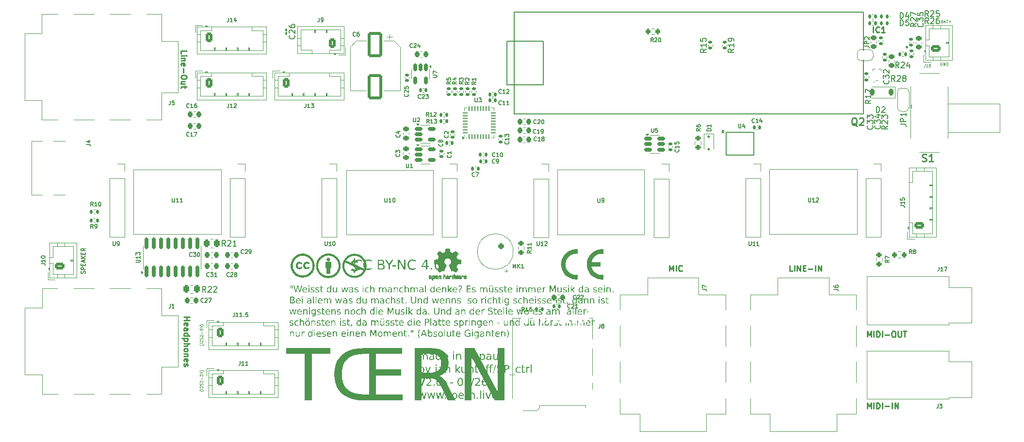
<source format=gto>
%TF.GenerationSoftware,KiCad,Pcbnew,9.0.1*%
%TF.CreationDate,2026-02-21T23:53:56+05:00*%
%TF.ProjectId,toern_revF,746f6572-6e5f-4726-9576-462e6b696361,rev?*%
%TF.SameCoordinates,Original*%
%TF.FileFunction,Legend,Top*%
%TF.FilePolarity,Positive*%
%FSLAX46Y46*%
G04 Gerber Fmt 4.6, Leading zero omitted, Abs format (unit mm)*
G04 Created by KiCad (PCBNEW 9.0.1) date 2026-02-21 23:53:56*
%MOMM*%
%LPD*%
G01*
G04 APERTURE LIST*
G04 Aperture macros list*
%AMRoundRect*
0 Rectangle with rounded corners*
0 $1 Rounding radius*
0 $2 $3 $4 $5 $6 $7 $8 $9 X,Y pos of 4 corners*
0 Add a 4 corners polygon primitive as box body*
4,1,4,$2,$3,$4,$5,$6,$7,$8,$9,$2,$3,0*
0 Add four circle primitives for the rounded corners*
1,1,$1+$1,$2,$3*
1,1,$1+$1,$4,$5*
1,1,$1+$1,$6,$7*
1,1,$1+$1,$8,$9*
0 Add four rect primitives between the rounded corners*
20,1,$1+$1,$2,$3,$4,$5,0*
20,1,$1+$1,$4,$5,$6,$7,0*
20,1,$1+$1,$6,$7,$8,$9,0*
20,1,$1+$1,$8,$9,$2,$3,0*%
%AMRotRect*
0 Rectangle, with rotation*
0 The origin of the aperture is its center*
0 $1 length*
0 $2 width*
0 $3 Rotation angle, in degrees counterclockwise*
0 Add horizontal line*
21,1,$1,$2,0,0,$3*%
%AMFreePoly0*
4,1,23,0.000000,0.745722,0.065263,0.745722,0.191342,0.711940,0.304381,0.646677,0.396677,0.554381,0.461940,0.441342,0.495722,0.315263,0.495722,0.250000,0.500000,0.250000,0.500000,-0.250000,0.495722,-0.250000,0.495722,-0.315263,0.461940,-0.441342,0.396677,-0.554381,0.304381,-0.646677,0.191342,-0.711940,0.065263,-0.745722,0.000000,-0.745722,0.000000,-0.750000,-0.550000,-0.750000,
-0.550000,0.750000,0.000000,0.750000,0.000000,0.745722,0.000000,0.745722,$1*%
%AMFreePoly1*
4,1,23,0.550000,-0.750000,0.000000,-0.750000,0.000000,-0.745722,-0.065263,-0.745722,-0.191342,-0.711940,-0.304381,-0.646677,-0.396677,-0.554381,-0.461940,-0.441342,-0.495722,-0.315263,-0.495722,-0.250000,-0.500000,-0.250000,-0.500000,0.250000,-0.495722,0.250000,-0.495722,0.315263,-0.461940,0.441342,-0.396677,0.554381,-0.304381,0.646677,-0.191342,0.711940,-0.065263,0.745722,0.000000,0.745722,
0.000000,0.750000,0.550000,0.750000,0.550000,-0.750000,0.550000,-0.750000,$1*%
%AMFreePoly2*
4,1,23,0.500000,-0.750000,0.000000,-0.750000,0.000000,-0.745722,-0.065263,-0.745722,-0.191342,-0.711940,-0.304381,-0.646677,-0.396677,-0.554381,-0.461940,-0.441342,-0.495722,-0.315263,-0.495722,-0.250000,-0.500000,-0.250000,-0.500000,0.250000,-0.495722,0.250000,-0.495722,0.315263,-0.461940,0.441342,-0.396677,0.554381,-0.304381,0.646677,-0.191342,0.711940,-0.065263,0.745722,0.000000,0.745722,
0.000000,0.750000,0.500000,0.750000,0.500000,-0.750000,0.500000,-0.750000,$1*%
%AMFreePoly3*
4,1,23,0.000000,0.745722,0.065263,0.745722,0.191342,0.711940,0.304381,0.646677,0.396677,0.554381,0.461940,0.441342,0.495722,0.315263,0.495722,0.250000,0.500000,0.250000,0.500000,-0.250000,0.495722,-0.250000,0.495722,-0.315263,0.461940,-0.441342,0.396677,-0.554381,0.304381,-0.646677,0.191342,-0.711940,0.065263,-0.745722,0.000000,-0.745722,0.000000,-0.750000,-0.500000,-0.750000,
-0.500000,0.750000,0.000000,0.750000,0.000000,0.745722,0.000000,0.745722,$1*%
G04 Aperture macros list end*
%ADD10C,0.000000*%
%ADD11C,0.100000*%
%ADD12C,0.212500*%
%ADD13C,0.125000*%
%ADD14C,0.250000*%
%ADD15C,0.150000*%
%ADD16C,0.254000*%
%ADD17C,0.120000*%
%ADD18C,0.152400*%
%ADD19C,0.010000*%
%ADD20FreePoly0,90.000000*%
%ADD21R,1.500000X1.000000*%
%ADD22FreePoly1,90.000000*%
%ADD23R,1.300000X1.000000*%
%ADD24R,0.310000X0.650000*%
%ADD25R,0.310000X0.500000*%
%ADD26C,1.500000*%
%ADD27C,1.950000*%
%ADD28FreePoly2,180.000000*%
%ADD29FreePoly3,180.000000*%
%ADD30R,0.800000X0.300000*%
%ADD31R,0.300000X0.800000*%
%ADD32R,1.800000X1.800000*%
%ADD33RoundRect,0.135000X-0.185000X0.135000X-0.185000X-0.135000X0.185000X-0.135000X0.185000X0.135000X0*%
%ADD34RoundRect,0.225000X0.225000X0.375000X-0.225000X0.375000X-0.225000X-0.375000X0.225000X-0.375000X0*%
%ADD35RoundRect,0.250000X-0.250000X0.250000X-0.250000X-0.250000X0.250000X-0.250000X0.250000X0.250000X0*%
%ADD36C,1.000000*%
%ADD37RoundRect,0.140000X-0.140000X-0.170000X0.140000X-0.170000X0.140000X0.170000X-0.140000X0.170000X0*%
%ADD38RoundRect,0.200000X-0.275000X0.200000X-0.275000X-0.200000X0.275000X-0.200000X0.275000X0.200000X0*%
%ADD39RoundRect,0.225000X-0.250000X0.225000X-0.250000X-0.225000X0.250000X-0.225000X0.250000X0.225000X0*%
%ADD40RoundRect,0.140000X0.170000X-0.140000X0.170000X0.140000X-0.170000X0.140000X-0.170000X-0.140000X0*%
%ADD41RoundRect,0.135000X-0.135000X-0.185000X0.135000X-0.185000X0.135000X0.185000X-0.135000X0.185000X0*%
%ADD42RoundRect,0.250000X0.625000X-0.350000X0.625000X0.350000X-0.625000X0.350000X-0.625000X-0.350000X0*%
%ADD43O,1.750000X1.200000*%
%ADD44RoundRect,0.250000X-0.350000X-0.625000X0.350000X-0.625000X0.350000X0.625000X-0.350000X0.625000X0*%
%ADD45O,1.200000X1.750000*%
%ADD46RoundRect,0.225000X0.225000X0.250000X-0.225000X0.250000X-0.225000X-0.250000X0.225000X-0.250000X0*%
%ADD47C,0.650000*%
%ADD48R,1.450000X0.600000*%
%ADD49R,1.450000X0.300000*%
%ADD50O,2.100000X1.000000*%
%ADD51O,1.600000X1.000000*%
%ADD52R,1.700000X1.700000*%
%ADD53O,1.700000X1.700000*%
%ADD54C,2.800000*%
%ADD55RoundRect,0.140000X0.140000X0.170000X-0.140000X0.170000X-0.140000X-0.170000X0.140000X-0.170000X0*%
%ADD56RoundRect,0.140000X-0.170000X0.140000X-0.170000X-0.140000X0.170000X-0.140000X0.170000X0.140000X0*%
%ADD57RoundRect,0.150000X-0.512500X-0.150000X0.512500X-0.150000X0.512500X0.150000X-0.512500X0.150000X0*%
%ADD58RoundRect,0.225000X-0.225000X-0.250000X0.225000X-0.250000X0.225000X0.250000X-0.225000X0.250000X0*%
%ADD59RoundRect,0.100000X-0.100000X0.130000X-0.100000X-0.130000X0.100000X-0.130000X0.100000X0.130000X0*%
%ADD60RoundRect,0.147500X0.147500X0.172500X-0.147500X0.172500X-0.147500X-0.172500X0.147500X-0.172500X0*%
%ADD61R,1.208024X0.466344*%
%ADD62RoundRect,0.250000X0.350000X0.625000X-0.350000X0.625000X-0.350000X-0.625000X0.350000X-0.625000X0*%
%ADD63C,3.000000*%
%ADD64RoundRect,0.250000X0.262500X0.450000X-0.262500X0.450000X-0.262500X-0.450000X0.262500X-0.450000X0*%
%ADD65RoundRect,0.150000X-0.150000X0.512500X-0.150000X-0.512500X0.150000X-0.512500X0.150000X0.512500X0*%
%ADD66RoundRect,0.200000X-0.200000X-0.275000X0.200000X-0.275000X0.200000X0.275000X-0.200000X0.275000X0*%
%ADD67RoundRect,0.250000X-1.000000X1.950000X-1.000000X-1.950000X1.000000X-1.950000X1.000000X1.950000X0*%
%ADD68RoundRect,0.135000X0.135000X0.185000X-0.135000X0.185000X-0.135000X-0.185000X0.135000X-0.185000X0*%
%ADD69RoundRect,0.150000X0.150000X-0.825000X0.150000X0.825000X-0.150000X0.825000X-0.150000X-0.825000X0*%
%ADD70RoundRect,0.125000X-0.125000X0.125000X-0.125000X-0.125000X0.125000X-0.125000X0.125000X0.125000X0*%
%ADD71RoundRect,0.062500X0.062500X-0.337500X0.062500X0.337500X-0.062500X0.337500X-0.062500X-0.337500X0*%
%ADD72RoundRect,0.062500X0.337500X-0.062500X0.337500X0.062500X-0.337500X0.062500X-0.337500X-0.062500X0*%
%ADD73R,3.600000X3.600000*%
%ADD74R,0.700000X1.400000*%
%ADD75R,0.700000X1.200000*%
%ADD76R,1.200000X0.800000*%
%ADD77R,1.500000X1.900000*%
%ADD78RotRect,0.200000X0.200000X45.000000*%
%ADD79R,0.500000X0.500000*%
%ADD80R,1.000000X1.400000*%
%ADD81R,1.200000X1.200000*%
%ADD82R,1.200000X3.200000*%
%ADD83RoundRect,0.135000X0.185000X-0.135000X0.185000X0.135000X-0.185000X0.135000X-0.185000X-0.135000X0*%
%ADD84R,1.600000X1.600000*%
%ADD85C,1.600000*%
%ADD86C,1.524000*%
G04 APERTURE END LIST*
D10*
G36*
X125137083Y-67032310D02*
G01*
X125170206Y-67032933D01*
X125203316Y-67033969D01*
X125236409Y-67035421D01*
X125269482Y-67037286D01*
X125302529Y-67039565D01*
X125335549Y-67042259D01*
X125368535Y-67045365D01*
X125368535Y-67839115D01*
X125335593Y-67835387D01*
X125302598Y-67832249D01*
X125269558Y-67829702D01*
X125236480Y-67827747D01*
X125203373Y-67826385D01*
X125170244Y-67825614D01*
X125137101Y-67825437D01*
X125103951Y-67825853D01*
X124980531Y-67829957D01*
X124858625Y-67842140D01*
X124738573Y-67862207D01*
X124620710Y-67889964D01*
X124505375Y-67925214D01*
X124392905Y-67967765D01*
X124283637Y-68017420D01*
X124177910Y-68073985D01*
X124076059Y-68137266D01*
X123978422Y-68207067D01*
X123885337Y-68283193D01*
X123797142Y-68365451D01*
X123714173Y-68453645D01*
X123636768Y-68547580D01*
X123565265Y-68647062D01*
X123500000Y-68751895D01*
X123441844Y-68860833D01*
X123391442Y-68972497D01*
X123348794Y-69086500D01*
X123313901Y-69202450D01*
X123286762Y-69319958D01*
X123267376Y-69438635D01*
X123255745Y-69558091D01*
X123251868Y-69677937D01*
X123255745Y-69797782D01*
X123267376Y-69917239D01*
X123286762Y-70035916D01*
X123313901Y-70153424D01*
X123348795Y-70269374D01*
X123391442Y-70383376D01*
X123441844Y-70495041D01*
X123500000Y-70603978D01*
X123531832Y-70657052D01*
X123565265Y-70708812D01*
X123600258Y-70759234D01*
X123636769Y-70808293D01*
X123674755Y-70855966D01*
X123714174Y-70902228D01*
X123754984Y-70947055D01*
X123797143Y-70990422D01*
X123840608Y-71032305D01*
X123885338Y-71072680D01*
X123931290Y-71111521D01*
X123978423Y-71148806D01*
X124026693Y-71184510D01*
X124076059Y-71218607D01*
X124126479Y-71251075D01*
X124177910Y-71281888D01*
X124230311Y-71311022D01*
X124283638Y-71338453D01*
X124337851Y-71364156D01*
X124392906Y-71388108D01*
X124448762Y-71410283D01*
X124505376Y-71430658D01*
X124562706Y-71449208D01*
X124620711Y-71465909D01*
X124679347Y-71480736D01*
X124738573Y-71493665D01*
X124798347Y-71504672D01*
X124858626Y-71513732D01*
X124919368Y-71520821D01*
X124980531Y-71525915D01*
X125042073Y-71528989D01*
X125103952Y-71530019D01*
X125137101Y-71530435D01*
X125170244Y-71530258D01*
X125203373Y-71529488D01*
X125236480Y-71528125D01*
X125269558Y-71526170D01*
X125302598Y-71523624D01*
X125335593Y-71520486D01*
X125368535Y-71516757D01*
X125368535Y-72310507D01*
X125335548Y-72313614D01*
X125302529Y-72316307D01*
X125269481Y-72318586D01*
X125236409Y-72320452D01*
X125203316Y-72321903D01*
X125170205Y-72322940D01*
X125137083Y-72323562D01*
X125103951Y-72323769D01*
X124927636Y-72317906D01*
X124753485Y-72300502D01*
X124581981Y-72271834D01*
X124413607Y-72232183D01*
X124248842Y-72181824D01*
X124088171Y-72121038D01*
X123932074Y-72050102D01*
X123781035Y-71969295D01*
X123635533Y-71878894D01*
X123496053Y-71779178D01*
X123363075Y-71670426D01*
X123237081Y-71552915D01*
X123118554Y-71426924D01*
X123007976Y-71292731D01*
X122905828Y-71150615D01*
X122812592Y-71000853D01*
X122729513Y-70845227D01*
X122657510Y-70685706D01*
X122596585Y-70522846D01*
X122546737Y-70357203D01*
X122507966Y-70189334D01*
X122480273Y-70019796D01*
X122463657Y-69849144D01*
X122458118Y-69677936D01*
X122463657Y-69506728D01*
X122480273Y-69336076D01*
X122507966Y-69166538D01*
X122546737Y-68998669D01*
X122596585Y-68833026D01*
X122657510Y-68670166D01*
X122729513Y-68510645D01*
X122812592Y-68355020D01*
X122858066Y-68279200D01*
X122905828Y-68205258D01*
X122955818Y-68133226D01*
X123007976Y-68063141D01*
X123062241Y-67995037D01*
X123118554Y-67928948D01*
X123176854Y-67864910D01*
X123237081Y-67802957D01*
X123299175Y-67743124D01*
X123363075Y-67685446D01*
X123428721Y-67629958D01*
X123496053Y-67576694D01*
X123565010Y-67525689D01*
X123635533Y-67476978D01*
X123707562Y-67430596D01*
X123781035Y-67386578D01*
X123855892Y-67344957D01*
X123932075Y-67305770D01*
X124009521Y-67269051D01*
X124088171Y-67234834D01*
X124167965Y-67203155D01*
X124248843Y-67174048D01*
X124330743Y-67147548D01*
X124413607Y-67123690D01*
X124497373Y-67102508D01*
X124581982Y-67084038D01*
X124667372Y-67068314D01*
X124753485Y-67055371D01*
X124840260Y-67045243D01*
X124927636Y-67037966D01*
X125015553Y-67033575D01*
X125103951Y-67032103D01*
X125137083Y-67032310D01*
G37*
D11*
X85000000Y-53179949D02*
X100153329Y-53179949D01*
X100153329Y-64500000D01*
X85000000Y-64500000D01*
X85000000Y-53179949D01*
D10*
G36*
X129634999Y-67032310D02*
G01*
X129668122Y-67032933D01*
X129701232Y-67033969D01*
X129734325Y-67035421D01*
X129767398Y-67037286D01*
X129800446Y-67039565D01*
X129833465Y-67042259D01*
X129866451Y-67045365D01*
X129866451Y-67839115D01*
X129833509Y-67835387D01*
X129800515Y-67832249D01*
X129767475Y-67829702D01*
X129734397Y-67827747D01*
X129701289Y-67826385D01*
X129668160Y-67825614D01*
X129635017Y-67825437D01*
X129601868Y-67825853D01*
X129520662Y-67827609D01*
X129440225Y-67832848D01*
X129360640Y-67841502D01*
X129281988Y-67853506D01*
X129204352Y-67868794D01*
X129127814Y-67887299D01*
X129052457Y-67908955D01*
X128978362Y-67933697D01*
X128905611Y-67961457D01*
X128834288Y-67992171D01*
X128696251Y-68062191D01*
X128564909Y-68143230D01*
X128440920Y-68234757D01*
X128324942Y-68336243D01*
X128217632Y-68447160D01*
X128119649Y-68566978D01*
X128074360Y-68630059D01*
X128031650Y-68695167D01*
X127991600Y-68762236D01*
X127954293Y-68831200D01*
X127919811Y-68901991D01*
X127888236Y-68974545D01*
X127859651Y-69048795D01*
X127834138Y-69124676D01*
X127811778Y-69202119D01*
X127792655Y-69281061D01*
X129337284Y-69281061D01*
X129337284Y-70074811D01*
X127792654Y-70074811D01*
X127811778Y-70153753D01*
X127834137Y-70231197D01*
X127859651Y-70307077D01*
X127888236Y-70381327D01*
X127919811Y-70453881D01*
X127954293Y-70524673D01*
X127991600Y-70593636D01*
X128031650Y-70660705D01*
X128074360Y-70725813D01*
X128119649Y-70788895D01*
X128167434Y-70849883D01*
X128217632Y-70908712D01*
X128270162Y-70965316D01*
X128324942Y-71019629D01*
X128381889Y-71071584D01*
X128440920Y-71121116D01*
X128501955Y-71168157D01*
X128564909Y-71212643D01*
X128629702Y-71254506D01*
X128696251Y-71293681D01*
X128764474Y-71330102D01*
X128834288Y-71363702D01*
X128905611Y-71394415D01*
X128978362Y-71422176D01*
X129052457Y-71446917D01*
X129127814Y-71468574D01*
X129204352Y-71487079D01*
X129281988Y-71502366D01*
X129360640Y-71514370D01*
X129440225Y-71523025D01*
X129520662Y-71528263D01*
X129601868Y-71530019D01*
X129635017Y-71530435D01*
X129668160Y-71530258D01*
X129701289Y-71529488D01*
X129734397Y-71528125D01*
X129767475Y-71526170D01*
X129800515Y-71523624D01*
X129833509Y-71520486D01*
X129866451Y-71516757D01*
X129866451Y-72310507D01*
X129833465Y-72313614D01*
X129800446Y-72316307D01*
X129767398Y-72318586D01*
X129734325Y-72320452D01*
X129701232Y-72321903D01*
X129668122Y-72322940D01*
X129634999Y-72323562D01*
X129601868Y-72323769D01*
X129425553Y-72317906D01*
X129251402Y-72300502D01*
X129079898Y-72271834D01*
X128911523Y-72232183D01*
X128746759Y-72181824D01*
X128586088Y-72121038D01*
X128429991Y-72050102D01*
X128278951Y-71969295D01*
X128133450Y-71878894D01*
X127993969Y-71779178D01*
X127860991Y-71670426D01*
X127734998Y-71552915D01*
X127616471Y-71426924D01*
X127505892Y-71292731D01*
X127403745Y-71150615D01*
X127310509Y-71000853D01*
X127227429Y-70845227D01*
X127155426Y-70685706D01*
X127094501Y-70522846D01*
X127044653Y-70357203D01*
X127005883Y-70189334D01*
X126978189Y-70019796D01*
X126961573Y-69849144D01*
X126956035Y-69677936D01*
X126961573Y-69506728D01*
X126978189Y-69336076D01*
X127005883Y-69166538D01*
X127044653Y-68998669D01*
X127094501Y-68833026D01*
X127155426Y-68670166D01*
X127227429Y-68510645D01*
X127310509Y-68355020D01*
X127355983Y-68279200D01*
X127403745Y-68205258D01*
X127453735Y-68133226D01*
X127505892Y-68063141D01*
X127560158Y-67995037D01*
X127616471Y-67928948D01*
X127674771Y-67864910D01*
X127734998Y-67802957D01*
X127797091Y-67743124D01*
X127860991Y-67685446D01*
X127926637Y-67629958D01*
X127993969Y-67576694D01*
X128062927Y-67525689D01*
X128133450Y-67476978D01*
X128205478Y-67430596D01*
X128278951Y-67386578D01*
X128353809Y-67344957D01*
X128429991Y-67305770D01*
X128507438Y-67269051D01*
X128586088Y-67234834D01*
X128665882Y-67203155D01*
X128746759Y-67174048D01*
X128828660Y-67147548D01*
X128911523Y-67123690D01*
X128995290Y-67102508D01*
X129079898Y-67084038D01*
X129165289Y-67068314D01*
X129251402Y-67055371D01*
X129338177Y-67045243D01*
X129425553Y-67037966D01*
X129513470Y-67033575D01*
X129601868Y-67032103D01*
X129634999Y-67032310D01*
G37*
D11*
X121830000Y-53129948D02*
X137000000Y-53129948D01*
X137000000Y-64450000D01*
X121830000Y-64450000D01*
X121830000Y-53129948D01*
D10*
G36*
X81826302Y-67782777D02*
G01*
X81853630Y-67782973D01*
X81963952Y-67785766D01*
X82072832Y-67794053D01*
X82180135Y-67807701D01*
X82285726Y-67826574D01*
X82389469Y-67850537D01*
X82491229Y-67879455D01*
X82590872Y-67913192D01*
X82688262Y-67951614D01*
X82783264Y-67994586D01*
X82875743Y-68041972D01*
X82965563Y-68093637D01*
X83052591Y-68149446D01*
X83136691Y-68209265D01*
X83217727Y-68272957D01*
X83295564Y-68340389D01*
X83370068Y-68411424D01*
X83441103Y-68485928D01*
X83508535Y-68563765D01*
X83572227Y-68644801D01*
X83632046Y-68728901D01*
X83687855Y-68815928D01*
X83739520Y-68905749D01*
X83786906Y-68998228D01*
X83829878Y-69093230D01*
X83868299Y-69190620D01*
X83902037Y-69290263D01*
X83930955Y-69392023D01*
X83954917Y-69495766D01*
X83973790Y-69601357D01*
X83987438Y-69708659D01*
X83995726Y-69817540D01*
X83998519Y-69927862D01*
X83995726Y-70038184D01*
X83987438Y-70147064D01*
X83973790Y-70254367D01*
X83954917Y-70359958D01*
X83930955Y-70463701D01*
X83902037Y-70565461D01*
X83868299Y-70665104D01*
X83829878Y-70762494D01*
X83786906Y-70857496D01*
X83739520Y-70949975D01*
X83687855Y-71039795D01*
X83632046Y-71126823D01*
X83572227Y-71210923D01*
X83508535Y-71291959D01*
X83441103Y-71369796D01*
X83370068Y-71444300D01*
X83295564Y-71515335D01*
X83217727Y-71582767D01*
X83136691Y-71646459D01*
X83052591Y-71706278D01*
X82965563Y-71762087D01*
X82875743Y-71813752D01*
X82783264Y-71861138D01*
X82688262Y-71904110D01*
X82590872Y-71942531D01*
X82491229Y-71976269D01*
X82389469Y-72005187D01*
X82285726Y-72029149D01*
X82180135Y-72048022D01*
X82072832Y-72061670D01*
X81963952Y-72069958D01*
X81853630Y-72072751D01*
X81743308Y-72069958D01*
X81634427Y-72061670D01*
X81527125Y-72048022D01*
X81421534Y-72029149D01*
X81317791Y-72005187D01*
X81216031Y-71976269D01*
X81116388Y-71942531D01*
X81018998Y-71904110D01*
X80923996Y-71861138D01*
X80831517Y-71813752D01*
X80741696Y-71762087D01*
X80654669Y-71706278D01*
X80570569Y-71646459D01*
X80489533Y-71582767D01*
X80411696Y-71515335D01*
X80337192Y-71444300D01*
X80266157Y-71369796D01*
X80198725Y-71291959D01*
X80135033Y-71210923D01*
X80075214Y-71126823D01*
X80019405Y-71039795D01*
X79967740Y-70949975D01*
X79920354Y-70857496D01*
X79877382Y-70762494D01*
X79838960Y-70665104D01*
X79805223Y-70565461D01*
X79776305Y-70463701D01*
X79752342Y-70359958D01*
X79733469Y-70254367D01*
X79719821Y-70147064D01*
X79711534Y-70038184D01*
X79708741Y-69927862D01*
X80077394Y-69927862D01*
X80079706Y-70019228D01*
X80086569Y-70109398D01*
X80097871Y-70198262D01*
X80113499Y-70285708D01*
X80133342Y-70371622D01*
X80157288Y-70455895D01*
X80185225Y-70538413D01*
X80217042Y-70619065D01*
X80252626Y-70697740D01*
X80291866Y-70774324D01*
X80334649Y-70848707D01*
X80380864Y-70920777D01*
X80430400Y-70990421D01*
X80483143Y-71057528D01*
X80538984Y-71121986D01*
X80597808Y-71183684D01*
X80659505Y-71242508D01*
X80723964Y-71298348D01*
X80791071Y-71351092D01*
X80860715Y-71400628D01*
X80932784Y-71446843D01*
X81007167Y-71489626D01*
X81083752Y-71528866D01*
X81162426Y-71564450D01*
X81243079Y-71596267D01*
X81325597Y-71624204D01*
X81409869Y-71648150D01*
X81495784Y-71667993D01*
X81583229Y-71683621D01*
X81672093Y-71694923D01*
X81762264Y-71701786D01*
X81853630Y-71704098D01*
X81944996Y-71701786D01*
X82035166Y-71694923D01*
X82124030Y-71683621D01*
X82211476Y-71667993D01*
X82297390Y-71648150D01*
X82381663Y-71624204D01*
X82464181Y-71596267D01*
X82544833Y-71564450D01*
X82623508Y-71528866D01*
X82700092Y-71489626D01*
X82774475Y-71446843D01*
X82846545Y-71400628D01*
X82916189Y-71351092D01*
X82983296Y-71298348D01*
X83047754Y-71242508D01*
X83109452Y-71183684D01*
X83168276Y-71121986D01*
X83224116Y-71057528D01*
X83276860Y-70990421D01*
X83326396Y-70920777D01*
X83372611Y-70848707D01*
X83415394Y-70774324D01*
X83454634Y-70697740D01*
X83490218Y-70619065D01*
X83522035Y-70538413D01*
X83549972Y-70455895D01*
X83573918Y-70371622D01*
X83593761Y-70285708D01*
X83609389Y-70198262D01*
X83620691Y-70109398D01*
X83627554Y-70019228D01*
X83629866Y-69927862D01*
X83627554Y-69836496D01*
X83620691Y-69746325D01*
X83609389Y-69657461D01*
X83593761Y-69570016D01*
X83573918Y-69484101D01*
X83549972Y-69399829D01*
X83522035Y-69317311D01*
X83490218Y-69236658D01*
X83454634Y-69157984D01*
X83415394Y-69081399D01*
X83372611Y-69007016D01*
X83326396Y-68934947D01*
X83276860Y-68865303D01*
X83224116Y-68798196D01*
X83168276Y-68733737D01*
X83109452Y-68672040D01*
X83047754Y-68613216D01*
X82983296Y-68557375D01*
X82916189Y-68504632D01*
X82846545Y-68455096D01*
X82774475Y-68408881D01*
X82700092Y-68366098D01*
X82623508Y-68326858D01*
X82544833Y-68291274D01*
X82464181Y-68259457D01*
X82381663Y-68231520D01*
X82297390Y-68207574D01*
X82211476Y-68187731D01*
X82124030Y-68172103D01*
X82035166Y-68160801D01*
X81944996Y-68153938D01*
X81853630Y-68151626D01*
X81825353Y-68151429D01*
X81811288Y-68151405D01*
X81804209Y-68151475D01*
X81797075Y-68151626D01*
X81708198Y-68156665D01*
X81620532Y-68166016D01*
X81534181Y-68179575D01*
X81449252Y-68197235D01*
X81365850Y-68218890D01*
X81284081Y-68244436D01*
X81204051Y-68273766D01*
X81125865Y-68306775D01*
X81049628Y-68343356D01*
X80975448Y-68383406D01*
X80903428Y-68426816D01*
X80833676Y-68473483D01*
X80766296Y-68523300D01*
X80701394Y-68576162D01*
X80639076Y-68631963D01*
X80579448Y-68690597D01*
X80522614Y-68751959D01*
X80468682Y-68815943D01*
X80417756Y-68882444D01*
X80369943Y-68951355D01*
X80325347Y-69022571D01*
X80284075Y-69095986D01*
X80246232Y-69171496D01*
X80211924Y-69248993D01*
X80181256Y-69328373D01*
X80154335Y-69409529D01*
X80131265Y-69492357D01*
X80112153Y-69576749D01*
X80097105Y-69662602D01*
X80086225Y-69749809D01*
X80079619Y-69838264D01*
X80077394Y-69927862D01*
X79708741Y-69927862D01*
X79711450Y-69819258D01*
X79719492Y-69712045D01*
X79732736Y-69606351D01*
X79751055Y-69502306D01*
X79774318Y-69400039D01*
X79802396Y-69299679D01*
X79835160Y-69201355D01*
X79872481Y-69105197D01*
X79914230Y-69011333D01*
X79960277Y-68919893D01*
X80010493Y-68831006D01*
X80064748Y-68744802D01*
X80122915Y-68661409D01*
X80184862Y-68580957D01*
X80250462Y-68503575D01*
X80319584Y-68429392D01*
X80392100Y-68358537D01*
X80467880Y-68291140D01*
X80546795Y-68227329D01*
X80628716Y-68167235D01*
X80713514Y-68110985D01*
X80801058Y-68058710D01*
X80891221Y-68010539D01*
X80983873Y-67966600D01*
X81078884Y-67927023D01*
X81176125Y-67891937D01*
X81275467Y-67861472D01*
X81376781Y-67835756D01*
X81479938Y-67814919D01*
X81584808Y-67799090D01*
X81691261Y-67788398D01*
X81799170Y-67782973D01*
X81806010Y-67782823D01*
X81812797Y-67782752D01*
X81826302Y-67782777D01*
G37*
G36*
X76830775Y-69245729D02*
G01*
X76873512Y-69248825D01*
X76915339Y-69254064D01*
X76956179Y-69261510D01*
X76995958Y-69271228D01*
X77015427Y-69276960D01*
X77034602Y-69283283D01*
X77053475Y-69290207D01*
X77072035Y-69297739D01*
X77090274Y-69305887D01*
X77108183Y-69314660D01*
X77125751Y-69324066D01*
X77142970Y-69334112D01*
X77159830Y-69344806D01*
X77176322Y-69356158D01*
X77192437Y-69368174D01*
X77208164Y-69380863D01*
X77223495Y-69394233D01*
X77238421Y-69408292D01*
X77252932Y-69423048D01*
X77267018Y-69438509D01*
X77280670Y-69454683D01*
X77293880Y-69471579D01*
X77306637Y-69489204D01*
X77318932Y-69507566D01*
X77330756Y-69526673D01*
X77342099Y-69546535D01*
X77063493Y-69692849D01*
X77057265Y-69680101D01*
X77050783Y-69667978D01*
X77044066Y-69656466D01*
X77037133Y-69645550D01*
X77030003Y-69635217D01*
X77022695Y-69625451D01*
X77015227Y-69616238D01*
X77007618Y-69607563D01*
X76999886Y-69599413D01*
X76992051Y-69591772D01*
X76984130Y-69584627D01*
X76976144Y-69577962D01*
X76968110Y-69571763D01*
X76960047Y-69566016D01*
X76951974Y-69560707D01*
X76943910Y-69555820D01*
X76927882Y-69547256D01*
X76912113Y-69540211D01*
X76896753Y-69534566D01*
X76881951Y-69530208D01*
X76867857Y-69527020D01*
X76854621Y-69524886D01*
X76842393Y-69523690D01*
X76831321Y-69523317D01*
X76812335Y-69523784D01*
X76794113Y-69525169D01*
X76776644Y-69527453D01*
X76759920Y-69530617D01*
X76743927Y-69534639D01*
X76728657Y-69539500D01*
X76714099Y-69545181D01*
X76700241Y-69551660D01*
X76687074Y-69558918D01*
X76674586Y-69566935D01*
X76662767Y-69575691D01*
X76651607Y-69585166D01*
X76641094Y-69595340D01*
X76631219Y-69606192D01*
X76621970Y-69617703D01*
X76613338Y-69629854D01*
X76605310Y-69642622D01*
X76597878Y-69655990D01*
X76591030Y-69669936D01*
X76584755Y-69684441D01*
X76573884Y-69715047D01*
X76565179Y-69747648D01*
X76558557Y-69782083D01*
X76553932Y-69818192D01*
X76551219Y-69855815D01*
X76550334Y-69894793D01*
X76551372Y-69933792D01*
X76554502Y-69971434D01*
X76556859Y-69989695D01*
X76559747Y-70007557D01*
X76563171Y-70025000D01*
X76567133Y-70042003D01*
X76571635Y-70058547D01*
X76576682Y-70074612D01*
X76582275Y-70090177D01*
X76588418Y-70105223D01*
X76595113Y-70119729D01*
X76602365Y-70133677D01*
X76610175Y-70147045D01*
X76618547Y-70159814D01*
X76627483Y-70171964D01*
X76636988Y-70183475D01*
X76647062Y-70194326D01*
X76657711Y-70204499D01*
X76668936Y-70213973D01*
X76680741Y-70222727D01*
X76693128Y-70230743D01*
X76706101Y-70237999D01*
X76719663Y-70244477D01*
X76733815Y-70250156D01*
X76748563Y-70255016D01*
X76763908Y-70259037D01*
X76779853Y-70262199D01*
X76796402Y-70264483D01*
X76813557Y-70265868D01*
X76831321Y-70266334D01*
X76851934Y-70265829D01*
X76871994Y-70264262D01*
X76891490Y-70261552D01*
X76910413Y-70257616D01*
X76919656Y-70255163D01*
X76928753Y-70252373D01*
X76937700Y-70249237D01*
X76946498Y-70245743D01*
X76955145Y-70241882D01*
X76963639Y-70237644D01*
X76971980Y-70233018D01*
X76980166Y-70227994D01*
X76988196Y-70222562D01*
X76996068Y-70216712D01*
X77003781Y-70210434D01*
X77011335Y-70203718D01*
X77018727Y-70196553D01*
X77025957Y-70188929D01*
X77033022Y-70180837D01*
X77039923Y-70172265D01*
X77046657Y-70163204D01*
X77053223Y-70153644D01*
X77059620Y-70143574D01*
X77065847Y-70132985D01*
X77071902Y-70121865D01*
X77077785Y-70110206D01*
X77083493Y-70097996D01*
X77089026Y-70085226D01*
X77349045Y-70217584D01*
X77327111Y-70253777D01*
X77303135Y-70288301D01*
X77277198Y-70321064D01*
X77249383Y-70351975D01*
X77219770Y-70380941D01*
X77188442Y-70407871D01*
X77155480Y-70432673D01*
X77120966Y-70455255D01*
X77084981Y-70475524D01*
X77047608Y-70493388D01*
X77008927Y-70508757D01*
X76969021Y-70521538D01*
X76927972Y-70531638D01*
X76885860Y-70538967D01*
X76842768Y-70543431D01*
X76798778Y-70544940D01*
X76764506Y-70544254D01*
X76730928Y-70542204D01*
X76698068Y-70538800D01*
X76665952Y-70534050D01*
X76634607Y-70527965D01*
X76604058Y-70520555D01*
X76574331Y-70511829D01*
X76545452Y-70501797D01*
X76517448Y-70490470D01*
X76490343Y-70477856D01*
X76464165Y-70463966D01*
X76438938Y-70448810D01*
X76414689Y-70432396D01*
X76391444Y-70414736D01*
X76369228Y-70395839D01*
X76348068Y-70375714D01*
X76327990Y-70354372D01*
X76309019Y-70331822D01*
X76291181Y-70308074D01*
X76274503Y-70283137D01*
X76259010Y-70257023D01*
X76244728Y-70229740D01*
X76231683Y-70201298D01*
X76219901Y-70171707D01*
X76209408Y-70140977D01*
X76200231Y-70109117D01*
X76192394Y-70076138D01*
X76185923Y-70042050D01*
X76180846Y-70006861D01*
X76177187Y-69970582D01*
X76174972Y-69933222D01*
X76174229Y-69894793D01*
X76175018Y-69856974D01*
X76177363Y-69820148D01*
X76181225Y-69784330D01*
X76186568Y-69749532D01*
X76193355Y-69715769D01*
X76201549Y-69683053D01*
X76211112Y-69651398D01*
X76222009Y-69620818D01*
X76234201Y-69591327D01*
X76247652Y-69562938D01*
X76262325Y-69535665D01*
X76278183Y-69509521D01*
X76295188Y-69484519D01*
X76313305Y-69460674D01*
X76332496Y-69438000D01*
X76352723Y-69416508D01*
X76373951Y-69396214D01*
X76396141Y-69377131D01*
X76419257Y-69359272D01*
X76443263Y-69342652D01*
X76468120Y-69327282D01*
X76493792Y-69313178D01*
X76520242Y-69300353D01*
X76547434Y-69288820D01*
X76575329Y-69278593D01*
X76603891Y-69269685D01*
X76633084Y-69262111D01*
X76662869Y-69255883D01*
X76693211Y-69251016D01*
X76724071Y-69247522D01*
X76755414Y-69245416D01*
X76787202Y-69244711D01*
X76830775Y-69245729D01*
G37*
D11*
X158846671Y-53048920D02*
X174186671Y-53048920D01*
X174186671Y-64368970D01*
X158846671Y-64368970D01*
X158846671Y-53048920D01*
D10*
G36*
X86521916Y-71202208D02*
G01*
X86306942Y-71202208D01*
X86306942Y-70794997D01*
X86521916Y-70794997D01*
X86521916Y-71202208D01*
G37*
D11*
X47830000Y-53111735D02*
X63169999Y-53111735D01*
X63169999Y-64431786D01*
X47830000Y-64431786D01*
X47830000Y-53111735D01*
D10*
G36*
X86521916Y-69124815D02*
G01*
X86306942Y-69124815D01*
X86306942Y-68672130D01*
X86521916Y-68672130D01*
X86521916Y-69124815D01*
G37*
G36*
X78113029Y-69232933D02*
G01*
X78155766Y-69236029D01*
X78197593Y-69241268D01*
X78238433Y-69248714D01*
X78278212Y-69258432D01*
X78297681Y-69264164D01*
X78316856Y-69270487D01*
X78335729Y-69277411D01*
X78354289Y-69284943D01*
X78372528Y-69293091D01*
X78390437Y-69301864D01*
X78408005Y-69311270D01*
X78425224Y-69321316D01*
X78442084Y-69332010D01*
X78458576Y-69343362D01*
X78474691Y-69355378D01*
X78490418Y-69368067D01*
X78505749Y-69381437D01*
X78520675Y-69395496D01*
X78535186Y-69410252D01*
X78549272Y-69425713D01*
X78562924Y-69441887D01*
X78576134Y-69458783D01*
X78588891Y-69476408D01*
X78601186Y-69494770D01*
X78613010Y-69513877D01*
X78624353Y-69533739D01*
X78345747Y-69680053D01*
X78339519Y-69667305D01*
X78333037Y-69655182D01*
X78326320Y-69643670D01*
X78319387Y-69632754D01*
X78312257Y-69622421D01*
X78304949Y-69612655D01*
X78297481Y-69603442D01*
X78289872Y-69594767D01*
X78282140Y-69586617D01*
X78274305Y-69578976D01*
X78266384Y-69571831D01*
X78258398Y-69565166D01*
X78250364Y-69558967D01*
X78242301Y-69553220D01*
X78234228Y-69547911D01*
X78226164Y-69543024D01*
X78210136Y-69534460D01*
X78194367Y-69527415D01*
X78179007Y-69521770D01*
X78164205Y-69517412D01*
X78150111Y-69514224D01*
X78136875Y-69512090D01*
X78124647Y-69510894D01*
X78113575Y-69510521D01*
X78094589Y-69510988D01*
X78076367Y-69512373D01*
X78058898Y-69514657D01*
X78042174Y-69517821D01*
X78026181Y-69521843D01*
X78010911Y-69526704D01*
X77996353Y-69532385D01*
X77982495Y-69538864D01*
X77969328Y-69546122D01*
X77956840Y-69554139D01*
X77945021Y-69562895D01*
X77933861Y-69572370D01*
X77923348Y-69582544D01*
X77913473Y-69593396D01*
X77904224Y-69604907D01*
X77895592Y-69617058D01*
X77887564Y-69629826D01*
X77880132Y-69643194D01*
X77873284Y-69657140D01*
X77867009Y-69671645D01*
X77856138Y-69702251D01*
X77847433Y-69734852D01*
X77840811Y-69769287D01*
X77836186Y-69805396D01*
X77833473Y-69843019D01*
X77832588Y-69881997D01*
X77833626Y-69920996D01*
X77836756Y-69958638D01*
X77839113Y-69976899D01*
X77842001Y-69994761D01*
X77845425Y-70012204D01*
X77849387Y-70029207D01*
X77853889Y-70045751D01*
X77858936Y-70061816D01*
X77864529Y-70077381D01*
X77870672Y-70092427D01*
X77877367Y-70106933D01*
X77884619Y-70120881D01*
X77892429Y-70134249D01*
X77900801Y-70147018D01*
X77909737Y-70159168D01*
X77919242Y-70170679D01*
X77929316Y-70181530D01*
X77939965Y-70191703D01*
X77951190Y-70201177D01*
X77962995Y-70209931D01*
X77975382Y-70217947D01*
X77988355Y-70225203D01*
X78001917Y-70231681D01*
X78016069Y-70237360D01*
X78030817Y-70242220D01*
X78046162Y-70246241D01*
X78062107Y-70249403D01*
X78078656Y-70251687D01*
X78095811Y-70253072D01*
X78113575Y-70253538D01*
X78134188Y-70253033D01*
X78154248Y-70251466D01*
X78173744Y-70248756D01*
X78192667Y-70244820D01*
X78201910Y-70242367D01*
X78211007Y-70239577D01*
X78219954Y-70236441D01*
X78228752Y-70232947D01*
X78237399Y-70229086D01*
X78245893Y-70224848D01*
X78254234Y-70220222D01*
X78262420Y-70215198D01*
X78270450Y-70209766D01*
X78278322Y-70203916D01*
X78286035Y-70197638D01*
X78293589Y-70190922D01*
X78300981Y-70183757D01*
X78308211Y-70176133D01*
X78315276Y-70168041D01*
X78322177Y-70159469D01*
X78328911Y-70150408D01*
X78335477Y-70140848D01*
X78341874Y-70130778D01*
X78348101Y-70120189D01*
X78354156Y-70109069D01*
X78360039Y-70097410D01*
X78365747Y-70085200D01*
X78371280Y-70072430D01*
X78631299Y-70204788D01*
X78609365Y-70240981D01*
X78585389Y-70275505D01*
X78559452Y-70308268D01*
X78531637Y-70339179D01*
X78502024Y-70368145D01*
X78470696Y-70395075D01*
X78437734Y-70419877D01*
X78403220Y-70442459D01*
X78367235Y-70462728D01*
X78329862Y-70480592D01*
X78291181Y-70495961D01*
X78251275Y-70508742D01*
X78210226Y-70518842D01*
X78168114Y-70526171D01*
X78125022Y-70530635D01*
X78081032Y-70532144D01*
X78046760Y-70531458D01*
X78013182Y-70529408D01*
X77980322Y-70526004D01*
X77948206Y-70521254D01*
X77916861Y-70515169D01*
X77886312Y-70507759D01*
X77856585Y-70499033D01*
X77827706Y-70489001D01*
X77799702Y-70477674D01*
X77772597Y-70465060D01*
X77746419Y-70451170D01*
X77721192Y-70436014D01*
X77696943Y-70419600D01*
X77673698Y-70401940D01*
X77651482Y-70383043D01*
X77630322Y-70362918D01*
X77610244Y-70341576D01*
X77591273Y-70319026D01*
X77573435Y-70295278D01*
X77556757Y-70270341D01*
X77541264Y-70244227D01*
X77526982Y-70216944D01*
X77513937Y-70188502D01*
X77502155Y-70158911D01*
X77491662Y-70128181D01*
X77482485Y-70096321D01*
X77474648Y-70063342D01*
X77468177Y-70029254D01*
X77463100Y-69994065D01*
X77459441Y-69957786D01*
X77457226Y-69920426D01*
X77456483Y-69881997D01*
X77457272Y-69844178D01*
X77459617Y-69807352D01*
X77463479Y-69771534D01*
X77468822Y-69736736D01*
X77475609Y-69702973D01*
X77483803Y-69670257D01*
X77493366Y-69638602D01*
X77504263Y-69608022D01*
X77516455Y-69578531D01*
X77529906Y-69550142D01*
X77544579Y-69522869D01*
X77560437Y-69496725D01*
X77577442Y-69471723D01*
X77595559Y-69447878D01*
X77614750Y-69425204D01*
X77634977Y-69403712D01*
X77656205Y-69383418D01*
X77678395Y-69364335D01*
X77701511Y-69346476D01*
X77725517Y-69329856D01*
X77750374Y-69314486D01*
X77776046Y-69300382D01*
X77802496Y-69287557D01*
X77829688Y-69276024D01*
X77857583Y-69265797D01*
X77886145Y-69256889D01*
X77915338Y-69249315D01*
X77945123Y-69243087D01*
X77975465Y-69238220D01*
X78006325Y-69234726D01*
X78037668Y-69232620D01*
X78069456Y-69231915D01*
X78113029Y-69232933D01*
G37*
G36*
X82219092Y-69253939D02*
G01*
X82227338Y-69254400D01*
X82235930Y-69255162D01*
X82244805Y-69256297D01*
X82253898Y-69257879D01*
X82263145Y-69259979D01*
X82272480Y-69262670D01*
X82281840Y-69266024D01*
X82291160Y-69270115D01*
X82300375Y-69275014D01*
X82304924Y-69277789D01*
X82309422Y-69280794D01*
X82313862Y-69284037D01*
X82318236Y-69287528D01*
X82322535Y-69291275D01*
X82326752Y-69295287D01*
X82330764Y-69299506D01*
X82334508Y-69303812D01*
X82337996Y-69308196D01*
X82341234Y-69312649D01*
X82344233Y-69317164D01*
X82347002Y-69321731D01*
X82349551Y-69326343D01*
X82351887Y-69330990D01*
X82354021Y-69335664D01*
X82355962Y-69340358D01*
X82359300Y-69349766D01*
X82361976Y-69359148D01*
X82364062Y-69368435D01*
X82365633Y-69377560D01*
X82366762Y-69386454D01*
X82367523Y-69395049D01*
X82367989Y-69403279D01*
X82368333Y-69418367D01*
X82368382Y-69431176D01*
X82368382Y-70283947D01*
X82174368Y-70283947D01*
X82174368Y-71314499D01*
X81532891Y-71314499D01*
X81532891Y-70283947D01*
X81338878Y-70283947D01*
X81338878Y-69431176D01*
X81338927Y-69418367D01*
X81339270Y-69403279D01*
X81339737Y-69395049D01*
X81340498Y-69386454D01*
X81341627Y-69377560D01*
X81343198Y-69368435D01*
X81345284Y-69359148D01*
X81347960Y-69349766D01*
X81351298Y-69340358D01*
X81355373Y-69330990D01*
X81360257Y-69321731D01*
X81363026Y-69317164D01*
X81366026Y-69312649D01*
X81369264Y-69308196D01*
X81372751Y-69303812D01*
X81376496Y-69299506D01*
X81380508Y-69295287D01*
X81384725Y-69291275D01*
X81389024Y-69287528D01*
X81393398Y-69284037D01*
X81397838Y-69280794D01*
X81402336Y-69277789D01*
X81406885Y-69275014D01*
X81411475Y-69272459D01*
X81416100Y-69270115D01*
X81420751Y-69267973D01*
X81425420Y-69266024D01*
X81434780Y-69262670D01*
X81444115Y-69259979D01*
X81453361Y-69257879D01*
X81462454Y-69256297D01*
X81471329Y-69255162D01*
X81479922Y-69254400D01*
X81488168Y-69253939D01*
X81503362Y-69253631D01*
X81516396Y-69253657D01*
X82190863Y-69253657D01*
X82203897Y-69253631D01*
X82219092Y-69253939D01*
G37*
G36*
X86472414Y-68977394D02*
G01*
X86512339Y-68979345D01*
X86553511Y-68982699D01*
X86595599Y-68987542D01*
X86638273Y-68993955D01*
X86681203Y-69002024D01*
X86724057Y-69011833D01*
X86766507Y-69023465D01*
X86808220Y-69037004D01*
X86848867Y-69052536D01*
X86888118Y-69070143D01*
X86925642Y-69089909D01*
X86961108Y-69111920D01*
X86994186Y-69136258D01*
X87024546Y-69163007D01*
X87038603Y-69177313D01*
X87051857Y-69192253D01*
X86823448Y-69440558D01*
X86799640Y-69421436D01*
X86776473Y-69404486D01*
X86753808Y-69389579D01*
X86731504Y-69376584D01*
X86709421Y-69365373D01*
X86687418Y-69355816D01*
X86665357Y-69347783D01*
X86643097Y-69341146D01*
X86620497Y-69335774D01*
X86597419Y-69331538D01*
X86573721Y-69328309D01*
X86549264Y-69325958D01*
X86523907Y-69324354D01*
X86497512Y-69323369D01*
X86441042Y-69322736D01*
X86422986Y-69322902D01*
X86405989Y-69323403D01*
X86389995Y-69324236D01*
X86374949Y-69325404D01*
X86360794Y-69326907D01*
X86347475Y-69328745D01*
X86334936Y-69330918D01*
X86323123Y-69333426D01*
X86311978Y-69336271D01*
X86301447Y-69339452D01*
X86291474Y-69342971D01*
X86282004Y-69346826D01*
X86272980Y-69351019D01*
X86264346Y-69355550D01*
X86256049Y-69360419D01*
X86248031Y-69365627D01*
X86240382Y-69370863D01*
X86233230Y-69376298D01*
X86226573Y-69381933D01*
X86220412Y-69387767D01*
X86214746Y-69393802D01*
X86212098Y-69396894D01*
X86209574Y-69400036D01*
X86207174Y-69403229D01*
X86204897Y-69406471D01*
X86202744Y-69409763D01*
X86200714Y-69413105D01*
X86198808Y-69416497D01*
X86197025Y-69419939D01*
X86195365Y-69423431D01*
X86193828Y-69426973D01*
X86192415Y-69430565D01*
X86191125Y-69434207D01*
X86189958Y-69437898D01*
X86188913Y-69441640D01*
X86187992Y-69445432D01*
X86187194Y-69449273D01*
X86186519Y-69453165D01*
X86185967Y-69457107D01*
X86185537Y-69461098D01*
X86185231Y-69465140D01*
X86184985Y-69473373D01*
X86185209Y-69480800D01*
X86185883Y-69488064D01*
X86187005Y-69495165D01*
X86188578Y-69502102D01*
X86190603Y-69508875D01*
X86193079Y-69515485D01*
X86196008Y-69521931D01*
X86199390Y-69528214D01*
X86203227Y-69534334D01*
X86207518Y-69540290D01*
X86212265Y-69546082D01*
X86217469Y-69551711D01*
X86223129Y-69557176D01*
X86229248Y-69562478D01*
X86235826Y-69567617D01*
X86242863Y-69572591D01*
X86250820Y-69577933D01*
X86260293Y-69583589D01*
X86271336Y-69589562D01*
X86284006Y-69595850D01*
X86298358Y-69602455D01*
X86314447Y-69609376D01*
X86332330Y-69616615D01*
X86352062Y-69624171D01*
X86373698Y-69632045D01*
X86397294Y-69640238D01*
X86422906Y-69648749D01*
X86450590Y-69657579D01*
X86480401Y-69666729D01*
X86512394Y-69676198D01*
X86546626Y-69685988D01*
X86583152Y-69696098D01*
X86624553Y-69707786D01*
X86664263Y-69719787D01*
X86702282Y-69732103D01*
X86738609Y-69744730D01*
X86773244Y-69757670D01*
X86806185Y-69770921D01*
X86837433Y-69784482D01*
X86866985Y-69798353D01*
X86894842Y-69812532D01*
X86921002Y-69827020D01*
X86945465Y-69841815D01*
X86968230Y-69856917D01*
X86989297Y-69872324D01*
X87008664Y-69888037D01*
X87026331Y-69904053D01*
X87042297Y-69920374D01*
X87056707Y-69937188D01*
X87070190Y-69954686D01*
X87082745Y-69972867D01*
X87094373Y-69991732D01*
X87105073Y-70011279D01*
X87114845Y-70031509D01*
X87123687Y-70052421D01*
X87131601Y-70074014D01*
X87138584Y-70096289D01*
X87144638Y-70119245D01*
X87149762Y-70142881D01*
X87153955Y-70167197D01*
X87157216Y-70192193D01*
X87159547Y-70217869D01*
X87160945Y-70244223D01*
X87161411Y-70271257D01*
X87160685Y-70303886D01*
X87158505Y-70335788D01*
X87154873Y-70366965D01*
X87149788Y-70397416D01*
X87143252Y-70427142D01*
X87135264Y-70456143D01*
X87125825Y-70484419D01*
X87114935Y-70511972D01*
X87102595Y-70538801D01*
X87088804Y-70564906D01*
X87073565Y-70590289D01*
X87056876Y-70614949D01*
X87038738Y-70638887D01*
X87019151Y-70662104D01*
X86998117Y-70684598D01*
X86975635Y-70706372D01*
X86952283Y-70727470D01*
X86928215Y-70747877D01*
X86903376Y-70767499D01*
X86877708Y-70786245D01*
X86851156Y-70804021D01*
X86823663Y-70820737D01*
X86795175Y-70836298D01*
X86765634Y-70850614D01*
X86734986Y-70863591D01*
X86703173Y-70875138D01*
X86670139Y-70885162D01*
X86635830Y-70893570D01*
X86600188Y-70900271D01*
X86563158Y-70905171D01*
X86524683Y-70908179D01*
X86484708Y-70909202D01*
X86431233Y-70908046D01*
X86376099Y-70904594D01*
X86319838Y-70898867D01*
X86262984Y-70890889D01*
X86206070Y-70880683D01*
X86149627Y-70868271D01*
X86094190Y-70853676D01*
X86040291Y-70836920D01*
X85988463Y-70818026D01*
X85939240Y-70797018D01*
X85893153Y-70773917D01*
X85850736Y-70748747D01*
X85812521Y-70721530D01*
X85779043Y-70692288D01*
X85764246Y-70676916D01*
X85750833Y-70661046D01*
X85738870Y-70644681D01*
X85728424Y-70627824D01*
X85994041Y-70383136D01*
X86007633Y-70400497D01*
X86022762Y-70416836D01*
X86039327Y-70432168D01*
X86057226Y-70446508D01*
X86076358Y-70459872D01*
X86096623Y-70472275D01*
X86117919Y-70483731D01*
X86140144Y-70494257D01*
X86186979Y-70512575D01*
X86236318Y-70527350D01*
X86287352Y-70538703D01*
X86339272Y-70546757D01*
X86391267Y-70551631D01*
X86442528Y-70553446D01*
X86492246Y-70552325D01*
X86539611Y-70548388D01*
X86583813Y-70541756D01*
X86624043Y-70532550D01*
X86659491Y-70520891D01*
X86675168Y-70514180D01*
X86689347Y-70506901D01*
X86694149Y-70503953D01*
X86698725Y-70500690D01*
X86703079Y-70497128D01*
X86707215Y-70493283D01*
X86711140Y-70489169D01*
X86714857Y-70484802D01*
X86718372Y-70480197D01*
X86721689Y-70475371D01*
X86724814Y-70470337D01*
X86727751Y-70465113D01*
X86733081Y-70454152D01*
X86737718Y-70442611D01*
X86741702Y-70430614D01*
X86745071Y-70418284D01*
X86747864Y-70405744D01*
X86750121Y-70393117D01*
X86751880Y-70380528D01*
X86753180Y-70368099D01*
X86754060Y-70355954D01*
X86754560Y-70344217D01*
X86754718Y-70333010D01*
X86754597Y-70325604D01*
X86754232Y-70318402D01*
X86753624Y-70311405D01*
X86752772Y-70304612D01*
X86751674Y-70298022D01*
X86750330Y-70291634D01*
X86748740Y-70285447D01*
X86746902Y-70279460D01*
X86744815Y-70273674D01*
X86742480Y-70268086D01*
X86739895Y-70262697D01*
X86737059Y-70257506D01*
X86733972Y-70252511D01*
X86730633Y-70247713D01*
X86727041Y-70243109D01*
X86723195Y-70238701D01*
X86713313Y-70228675D01*
X86700526Y-70216246D01*
X86693136Y-70209407D01*
X86685130Y-70202302D01*
X86676545Y-70195041D01*
X86667417Y-70187735D01*
X86657784Y-70180495D01*
X86647681Y-70173434D01*
X86637147Y-70166662D01*
X86626217Y-70160290D01*
X86620615Y-70157289D01*
X86614928Y-70154430D01*
X86609161Y-70151726D01*
X86603318Y-70149192D01*
X86597403Y-70146842D01*
X86591421Y-70144690D01*
X86585378Y-70142748D01*
X86579276Y-70141032D01*
X86459637Y-70107969D01*
X86350027Y-70073514D01*
X86250881Y-70038259D01*
X86162635Y-70002798D01*
X86085726Y-69967724D01*
X86020590Y-69933632D01*
X85992572Y-69917139D01*
X85967662Y-69901114D01*
X85945912Y-69885631D01*
X85927378Y-69870764D01*
X85907436Y-69852911D01*
X85889587Y-69835647D01*
X85873719Y-69818767D01*
X85866494Y-69810407D01*
X85859722Y-69802067D01*
X85853391Y-69793721D01*
X85847485Y-69785343D01*
X85841991Y-69776908D01*
X85836895Y-69768391D01*
X85832183Y-69759765D01*
X85827842Y-69751005D01*
X85823857Y-69742086D01*
X85820214Y-69732982D01*
X85816900Y-69723668D01*
X85813901Y-69714117D01*
X85811202Y-69704306D01*
X85808790Y-69694207D01*
X85804771Y-69673045D01*
X85801732Y-69650429D01*
X85799562Y-69626153D01*
X85798150Y-69600014D01*
X85797384Y-69571807D01*
X85797154Y-69541327D01*
X85797726Y-69509967D01*
X85799455Y-69479267D01*
X85802360Y-69449247D01*
X85806459Y-69419924D01*
X85811771Y-69391317D01*
X85818314Y-69363445D01*
X85826107Y-69336326D01*
X85835168Y-69309978D01*
X85845516Y-69284421D01*
X85857169Y-69259673D01*
X85870147Y-69235752D01*
X85884467Y-69212677D01*
X85900147Y-69190467D01*
X85917208Y-69169139D01*
X85935667Y-69148713D01*
X85955542Y-69129208D01*
X85976716Y-69110762D01*
X85999058Y-69093503D01*
X86022567Y-69077432D01*
X86047243Y-69062549D01*
X86073085Y-69048855D01*
X86100092Y-69036349D01*
X86128262Y-69025033D01*
X86157597Y-69014906D01*
X86188094Y-69005969D01*
X86219753Y-68998222D01*
X86252573Y-68991667D01*
X86286554Y-68986302D01*
X86321694Y-68982129D01*
X86357993Y-68979148D01*
X86395451Y-68977359D01*
X86434066Y-68976762D01*
X86472414Y-68977394D01*
G37*
G36*
X77470389Y-67801248D02*
G01*
X77575949Y-67808678D01*
X77679995Y-67821020D01*
X77782443Y-67838242D01*
X77883209Y-67860309D01*
X77982208Y-67887188D01*
X78079356Y-67918846D01*
X78174569Y-67955248D01*
X78267763Y-67996361D01*
X78358854Y-68042153D01*
X78447756Y-68092589D01*
X78534387Y-68147635D01*
X78618662Y-68207259D01*
X78700496Y-68271426D01*
X78779807Y-68340104D01*
X78856508Y-68413258D01*
X78928585Y-68488956D01*
X78996193Y-68567378D01*
X79059308Y-68648423D01*
X79117905Y-68731990D01*
X79171958Y-68817979D01*
X79221443Y-68906288D01*
X79266334Y-68996818D01*
X79306606Y-69089467D01*
X79342234Y-69184134D01*
X79373193Y-69280719D01*
X79399458Y-69379121D01*
X79421004Y-69479239D01*
X79437805Y-69580973D01*
X79449838Y-69684221D01*
X79457075Y-69788883D01*
X79459494Y-69894858D01*
X79457077Y-70001791D01*
X79449849Y-70107150D01*
X79437843Y-70210842D01*
X79421094Y-70312774D01*
X79399634Y-70412854D01*
X79373497Y-70510991D01*
X79342716Y-70607090D01*
X79307325Y-70701060D01*
X79267358Y-70792809D01*
X79222848Y-70882244D01*
X79173828Y-70969272D01*
X79120333Y-71053802D01*
X79062395Y-71135740D01*
X79000049Y-71214994D01*
X78933327Y-71291472D01*
X78862263Y-71365082D01*
X78783347Y-71439302D01*
X78701755Y-71509039D01*
X78617639Y-71574250D01*
X78531150Y-71634893D01*
X78442440Y-71690926D01*
X78351660Y-71742308D01*
X78258963Y-71788995D01*
X78164499Y-71830947D01*
X78068420Y-71868120D01*
X77970879Y-71900474D01*
X77872026Y-71927966D01*
X77772013Y-71950553D01*
X77670992Y-71968194D01*
X77569115Y-71980847D01*
X77466533Y-71988469D01*
X77363398Y-71991020D01*
X77260384Y-71988471D01*
X77158179Y-71980858D01*
X77056917Y-71968232D01*
X76956733Y-71950642D01*
X76857760Y-71928139D01*
X76760134Y-71900774D01*
X76663989Y-71868597D01*
X76569458Y-71831658D01*
X76476677Y-71790008D01*
X76385780Y-71743696D01*
X76296902Y-71692775D01*
X76210176Y-71637293D01*
X76125737Y-71577301D01*
X76043719Y-71512850D01*
X75964258Y-71443989D01*
X75887486Y-71370770D01*
X75814332Y-71294073D01*
X75745654Y-71214792D01*
X75681487Y-71133038D01*
X75621863Y-71048918D01*
X75566817Y-70962544D01*
X75516381Y-70874023D01*
X75470590Y-70783466D01*
X75429476Y-70690981D01*
X75393074Y-70596680D01*
X75361416Y-70500669D01*
X75334537Y-70403060D01*
X75312470Y-70303961D01*
X75295249Y-70203482D01*
X75282906Y-70101733D01*
X75275476Y-69998822D01*
X75272992Y-69894859D01*
X75652007Y-69894859D01*
X75654151Y-69978624D01*
X75660542Y-70061859D01*
X75671123Y-70144437D01*
X75685834Y-70226232D01*
X75704616Y-70307118D01*
X75727411Y-70386969D01*
X75754159Y-70465660D01*
X75784803Y-70543063D01*
X75819283Y-70619053D01*
X75857540Y-70693504D01*
X75899516Y-70766290D01*
X75945152Y-70837285D01*
X75994389Y-70906362D01*
X76047167Y-70973396D01*
X76103429Y-71038261D01*
X76163116Y-71100830D01*
X76225622Y-71160463D01*
X76290316Y-71216553D01*
X76357096Y-71269056D01*
X76425860Y-71317932D01*
X76496509Y-71363139D01*
X76568941Y-71404634D01*
X76643055Y-71442376D01*
X76718749Y-71476323D01*
X76795923Y-71506433D01*
X76874476Y-71532664D01*
X76954307Y-71554974D01*
X77035314Y-71573322D01*
X77117396Y-71587665D01*
X77200453Y-71597962D01*
X77284384Y-71604171D01*
X77369086Y-71606250D01*
X77452919Y-71604169D01*
X77536356Y-71597948D01*
X77619271Y-71587622D01*
X77701538Y-71573223D01*
X77783032Y-71554787D01*
X77863625Y-71532346D01*
X77943192Y-71505935D01*
X78021607Y-71475587D01*
X78098744Y-71441336D01*
X78174476Y-71403216D01*
X78248678Y-71361261D01*
X78321224Y-71315505D01*
X78391987Y-71265981D01*
X78460842Y-71212723D01*
X78527662Y-71155765D01*
X78592321Y-71095141D01*
X78650790Y-71034785D01*
X78705610Y-70972198D01*
X78756763Y-70907439D01*
X78804233Y-70840568D01*
X78848003Y-70771644D01*
X78888056Y-70700725D01*
X78924374Y-70627872D01*
X78956942Y-70553142D01*
X78985742Y-70476595D01*
X79010756Y-70398291D01*
X79031969Y-70318287D01*
X79049363Y-70236644D01*
X79062921Y-70153421D01*
X79072627Y-70068676D01*
X79078463Y-69982469D01*
X79080412Y-69894859D01*
X79078399Y-69808131D01*
X79072382Y-69722438D01*
X79062396Y-69637871D01*
X79048473Y-69554523D01*
X79030648Y-69472487D01*
X79008953Y-69391856D01*
X78983422Y-69312722D01*
X78954090Y-69235178D01*
X78920988Y-69159317D01*
X78884151Y-69085232D01*
X78843612Y-69013015D01*
X78799405Y-68942759D01*
X78751564Y-68874556D01*
X78700121Y-68808500D01*
X78645111Y-68744684D01*
X78586567Y-68683199D01*
X78524132Y-68623566D01*
X78459602Y-68567476D01*
X78393034Y-68514972D01*
X78324489Y-68466096D01*
X78254024Y-68420890D01*
X78181699Y-68379395D01*
X78107572Y-68341653D01*
X78031703Y-68307706D01*
X77954150Y-68277596D01*
X77874972Y-68251365D01*
X77794229Y-68229055D01*
X77711979Y-68210707D01*
X77628280Y-68196364D01*
X77543193Y-68186067D01*
X77456776Y-68179858D01*
X77369087Y-68177779D01*
X77281476Y-68179794D01*
X77195261Y-68185822D01*
X77110493Y-68195838D01*
X77027221Y-68209816D01*
X76945498Y-68227731D01*
X76865372Y-68249558D01*
X76786895Y-68275271D01*
X76710117Y-68304845D01*
X76635089Y-68338254D01*
X76561860Y-68375474D01*
X76490482Y-68416478D01*
X76421005Y-68461241D01*
X76353480Y-68509738D01*
X76287956Y-68561943D01*
X76224485Y-68617832D01*
X76163116Y-68677378D01*
X76103430Y-68740973D01*
X76047168Y-68806744D01*
X75994389Y-68874582D01*
X75945152Y-68944377D01*
X75899516Y-69016021D01*
X75857541Y-69089403D01*
X75819283Y-69164416D01*
X75784803Y-69240949D01*
X75754160Y-69318894D01*
X75727411Y-69398141D01*
X75704616Y-69478582D01*
X75685834Y-69560106D01*
X75671123Y-69642605D01*
X75660542Y-69725970D01*
X75654151Y-69810090D01*
X75652007Y-69894859D01*
X75272992Y-69894859D01*
X75275540Y-69791790D01*
X75283153Y-69689400D01*
X75295780Y-69587833D01*
X75313370Y-69487233D01*
X75335872Y-69387741D01*
X75363237Y-69289503D01*
X75395415Y-69192659D01*
X75432353Y-69097355D01*
X75474004Y-69003733D01*
X75520315Y-68911935D01*
X75571237Y-68822107D01*
X75626719Y-68734390D01*
X75686711Y-68648928D01*
X75751162Y-68565864D01*
X75820022Y-68485341D01*
X75893241Y-68407503D01*
X75967799Y-68335373D01*
X76044981Y-68267590D01*
X76124720Y-68204197D01*
X76206948Y-68145235D01*
X76291599Y-68090748D01*
X76378604Y-68040777D01*
X76467898Y-67995365D01*
X76559412Y-67954553D01*
X76653080Y-67918385D01*
X76748834Y-67886902D01*
X76846606Y-67860147D01*
X76946330Y-67838161D01*
X77047939Y-67820988D01*
X77151364Y-67808669D01*
X77256540Y-67801247D01*
X77363398Y-67798763D01*
X77470389Y-67801248D01*
G37*
G36*
X81869585Y-68541628D02*
G01*
X81885330Y-68542825D01*
X81900846Y-68544796D01*
X81916114Y-68547522D01*
X81931113Y-68550983D01*
X81945825Y-68555160D01*
X81960229Y-68560033D01*
X81974308Y-68565583D01*
X81988040Y-68571790D01*
X82001407Y-68578635D01*
X82014389Y-68586099D01*
X82026967Y-68594162D01*
X82039121Y-68602804D01*
X82050831Y-68612006D01*
X82062079Y-68621749D01*
X82072845Y-68632013D01*
X82083109Y-68642779D01*
X82092852Y-68654027D01*
X82102054Y-68665738D01*
X82110696Y-68677891D01*
X82118759Y-68690469D01*
X82126223Y-68703451D01*
X82133068Y-68716818D01*
X82139275Y-68730550D01*
X82144825Y-68744629D01*
X82149698Y-68759033D01*
X82153875Y-68773745D01*
X82157336Y-68788745D01*
X82160062Y-68804012D01*
X82162033Y-68819528D01*
X82163230Y-68835273D01*
X82163633Y-68851228D01*
X82163230Y-68867160D01*
X82162033Y-68882885D01*
X82160062Y-68898384D01*
X82157336Y-68913637D01*
X82153875Y-68928624D01*
X82149698Y-68943326D01*
X82144825Y-68957723D01*
X82139275Y-68971796D01*
X82133068Y-68985524D01*
X82126223Y-68998889D01*
X82118759Y-69011871D01*
X82110696Y-69024450D01*
X82102054Y-69036606D01*
X82092852Y-69048321D01*
X82083109Y-69059573D01*
X82072845Y-69070345D01*
X82062079Y-69080615D01*
X82050831Y-69090365D01*
X82039121Y-69099575D01*
X82026967Y-69108225D01*
X82014389Y-69116296D01*
X82001407Y-69123768D01*
X81988040Y-69130622D01*
X81974308Y-69136837D01*
X81960229Y-69142394D01*
X81945825Y-69147274D01*
X81931113Y-69151457D01*
X81916114Y-69154924D01*
X81900846Y-69157654D01*
X81885330Y-69159629D01*
X81869585Y-69160828D01*
X81853630Y-69161232D01*
X81837675Y-69160828D01*
X81821930Y-69159629D01*
X81806414Y-69157654D01*
X81791146Y-69154924D01*
X81776147Y-69151457D01*
X81761435Y-69147274D01*
X81747030Y-69142394D01*
X81732952Y-69136837D01*
X81719220Y-69130622D01*
X81705853Y-69123768D01*
X81692871Y-69116296D01*
X81680293Y-69108225D01*
X81668139Y-69099575D01*
X81656429Y-69090365D01*
X81645181Y-69080615D01*
X81634415Y-69070345D01*
X81624151Y-69059573D01*
X81614408Y-69048321D01*
X81605206Y-69036606D01*
X81596564Y-69024450D01*
X81588501Y-69011871D01*
X81581037Y-68998889D01*
X81574192Y-68985524D01*
X81567985Y-68971796D01*
X81562435Y-68957723D01*
X81557561Y-68943326D01*
X81553385Y-68928624D01*
X81549924Y-68913637D01*
X81547198Y-68898384D01*
X81545227Y-68882885D01*
X81544030Y-68867160D01*
X81543626Y-68851228D01*
X81544030Y-68835273D01*
X81545227Y-68819528D01*
X81547198Y-68804012D01*
X81549924Y-68788745D01*
X81553385Y-68773745D01*
X81557561Y-68759033D01*
X81562435Y-68744629D01*
X81567985Y-68730550D01*
X81574192Y-68716818D01*
X81581037Y-68703451D01*
X81588501Y-68690469D01*
X81596564Y-68677891D01*
X81605206Y-68665738D01*
X81614408Y-68654027D01*
X81624151Y-68642779D01*
X81634415Y-68632013D01*
X81645181Y-68621749D01*
X81656429Y-68612006D01*
X81668139Y-68602804D01*
X81680293Y-68594162D01*
X81692871Y-68586099D01*
X81705853Y-68578635D01*
X81719220Y-68571790D01*
X81732952Y-68565583D01*
X81747030Y-68560033D01*
X81761435Y-68555160D01*
X81776147Y-68550983D01*
X81791146Y-68547522D01*
X81806414Y-68544796D01*
X81821930Y-68542825D01*
X81837675Y-68541628D01*
X81853630Y-68541225D01*
X81869585Y-68541628D01*
G37*
G36*
X86387460Y-67820308D02*
G01*
X86414429Y-67820502D01*
X86523299Y-67823258D01*
X86630747Y-67831437D01*
X86736638Y-67844905D01*
X86840839Y-67863530D01*
X86943217Y-67887177D01*
X87043638Y-67915714D01*
X87141970Y-67949008D01*
X87238078Y-67986924D01*
X87331830Y-68029330D01*
X87423092Y-68076093D01*
X87511731Y-68127078D01*
X87597614Y-68182153D01*
X87680607Y-68241185D01*
X87760576Y-68304039D01*
X87837390Y-68370583D01*
X87910913Y-68440684D01*
X87981014Y-68514207D01*
X88047558Y-68591021D01*
X88110412Y-68670990D01*
X88169444Y-68753983D01*
X88224519Y-68839866D01*
X88275504Y-68928505D01*
X88322267Y-69019767D01*
X88364673Y-69113519D01*
X88402589Y-69209627D01*
X88435883Y-69307959D01*
X88464420Y-69408380D01*
X88488067Y-69510758D01*
X88506692Y-69614959D01*
X88520160Y-69720850D01*
X88528339Y-69828298D01*
X88531095Y-69937169D01*
X88528339Y-70046039D01*
X88520160Y-70153487D01*
X88506692Y-70259378D01*
X88488067Y-70363579D01*
X88464420Y-70465957D01*
X88435883Y-70566378D01*
X88402589Y-70664710D01*
X88364673Y-70760818D01*
X88322267Y-70854570D01*
X88275504Y-70945832D01*
X88224519Y-71034471D01*
X88169444Y-71120354D01*
X88110412Y-71203347D01*
X88047558Y-71283316D01*
X87981014Y-71360130D01*
X87910913Y-71433653D01*
X87837390Y-71503754D01*
X87760576Y-71570298D01*
X87680607Y-71633152D01*
X87597614Y-71692184D01*
X87511731Y-71747259D01*
X87423092Y-71798244D01*
X87331830Y-71845007D01*
X87238078Y-71887413D01*
X87141970Y-71925329D01*
X87043638Y-71958623D01*
X86943217Y-71987160D01*
X86840839Y-72010807D01*
X86736638Y-72029432D01*
X86630747Y-72042900D01*
X86523299Y-72051079D01*
X86414429Y-72053835D01*
X86305558Y-72051079D01*
X86198110Y-72042900D01*
X86092219Y-72029432D01*
X85988018Y-72010807D01*
X85885640Y-71987160D01*
X85785219Y-71958623D01*
X85686887Y-71925329D01*
X85590779Y-71887413D01*
X85497027Y-71845007D01*
X85405765Y-71798244D01*
X85317126Y-71747259D01*
X85231243Y-71692184D01*
X85148250Y-71633152D01*
X85068281Y-71570298D01*
X84991467Y-71503754D01*
X84917944Y-71433653D01*
X84847843Y-71360130D01*
X84781299Y-71283316D01*
X84718445Y-71203347D01*
X84659413Y-71120354D01*
X84604338Y-71034471D01*
X84553353Y-70945832D01*
X84506590Y-70854570D01*
X84464184Y-70760818D01*
X84426268Y-70664710D01*
X84392974Y-70566378D01*
X84364437Y-70465957D01*
X84340790Y-70363579D01*
X84322165Y-70259378D01*
X84308697Y-70153487D01*
X84300518Y-70046039D01*
X84297762Y-69937169D01*
X84661564Y-69937169D01*
X84663846Y-70027332D01*
X84670619Y-70116316D01*
X84681772Y-70204011D01*
X84697194Y-70290306D01*
X84716776Y-70375090D01*
X84740407Y-70458254D01*
X84767977Y-70539686D01*
X84799375Y-70619277D01*
X84834490Y-70696916D01*
X84873214Y-70772493D01*
X84915434Y-70845898D01*
X84961042Y-70917019D01*
X85009925Y-70985747D01*
X85061975Y-71051971D01*
X85117080Y-71115581D01*
X85175131Y-71176466D01*
X85236016Y-71234517D01*
X85299626Y-71289622D01*
X85365850Y-71341672D01*
X85434578Y-71390556D01*
X85505700Y-71436163D01*
X85579104Y-71478383D01*
X85654681Y-71517107D01*
X85732320Y-71552223D01*
X85811911Y-71583621D01*
X85893343Y-71611190D01*
X85976507Y-71634821D01*
X86061291Y-71654403D01*
X86147586Y-71669826D01*
X86235281Y-71680978D01*
X86324265Y-71687751D01*
X86414429Y-71690033D01*
X86504592Y-71687751D01*
X86593576Y-71680978D01*
X86681271Y-71669826D01*
X86767566Y-71654403D01*
X86852350Y-71634821D01*
X86935514Y-71611190D01*
X87016946Y-71583621D01*
X87096537Y-71552223D01*
X87174176Y-71517107D01*
X87249753Y-71478383D01*
X87323158Y-71436163D01*
X87394279Y-71390556D01*
X87463007Y-71341672D01*
X87529231Y-71289622D01*
X87592841Y-71234517D01*
X87653726Y-71176466D01*
X87711777Y-71115581D01*
X87766882Y-71051971D01*
X87818932Y-70985747D01*
X87867816Y-70917019D01*
X87913423Y-70845898D01*
X87955643Y-70772493D01*
X87994367Y-70696916D01*
X88029483Y-70619277D01*
X88060881Y-70539686D01*
X88088450Y-70458254D01*
X88112081Y-70375090D01*
X88131663Y-70290306D01*
X88147086Y-70204011D01*
X88158238Y-70116316D01*
X88165011Y-70027332D01*
X88167293Y-69937169D01*
X88165011Y-69847005D01*
X88158238Y-69758021D01*
X88147086Y-69670326D01*
X88131663Y-69584031D01*
X88112081Y-69499247D01*
X88088450Y-69416083D01*
X88060881Y-69334651D01*
X88029483Y-69255060D01*
X87994367Y-69177421D01*
X87955643Y-69101844D01*
X87913423Y-69028440D01*
X87867816Y-68957318D01*
X87818932Y-68888590D01*
X87766882Y-68822366D01*
X87711777Y-68758756D01*
X87653726Y-68697871D01*
X87592841Y-68639820D01*
X87529231Y-68584715D01*
X87463007Y-68532665D01*
X87394279Y-68483782D01*
X87323158Y-68438174D01*
X87249753Y-68395954D01*
X87174176Y-68357230D01*
X87096537Y-68322115D01*
X87016946Y-68290717D01*
X86935514Y-68263147D01*
X86852350Y-68239516D01*
X86767566Y-68219934D01*
X86681271Y-68204512D01*
X86593576Y-68193359D01*
X86504592Y-68186586D01*
X86414429Y-68184304D01*
X86386523Y-68184110D01*
X86372643Y-68184086D01*
X86365658Y-68184156D01*
X86358618Y-68184304D01*
X86270911Y-68189277D01*
X86184398Y-68198505D01*
X86099183Y-68211885D01*
X86015372Y-68229313D01*
X85933067Y-68250684D01*
X85852374Y-68275893D01*
X85773397Y-68304837D01*
X85696239Y-68337412D01*
X85621006Y-68373512D01*
X85547801Y-68413034D01*
X85476730Y-68455874D01*
X85407895Y-68501926D01*
X85341401Y-68551088D01*
X85277354Y-68603254D01*
X85215856Y-68658321D01*
X85157012Y-68716184D01*
X85100926Y-68776738D01*
X85047704Y-68839880D01*
X84997448Y-68905506D01*
X84950264Y-68973510D01*
X84906255Y-69043789D01*
X84865526Y-69116239D01*
X84828181Y-69190754D01*
X84794324Y-69267232D01*
X84764060Y-69345567D01*
X84737493Y-69425656D01*
X84714727Y-69507394D01*
X84695866Y-69590676D01*
X84681016Y-69675399D01*
X84670279Y-69761458D01*
X84663760Y-69848750D01*
X84661564Y-69937169D01*
X84297762Y-69937169D01*
X84300436Y-69829994D01*
X84308371Y-69724191D01*
X84321442Y-69619888D01*
X84339519Y-69517212D01*
X84362476Y-69416291D01*
X84390185Y-69317251D01*
X84422518Y-69220221D01*
X84459348Y-69125328D01*
X84500547Y-69032699D01*
X84545988Y-68942463D01*
X84595543Y-68854745D01*
X84649085Y-68769675D01*
X84706486Y-68687380D01*
X84767618Y-68607986D01*
X84832355Y-68531622D01*
X84900568Y-68458415D01*
X84972129Y-68388493D01*
X85046912Y-68321982D01*
X85124789Y-68259011D01*
X85205632Y-68199708D01*
X85289314Y-68144198D01*
X85375707Y-68092611D01*
X85464683Y-68045073D01*
X85556115Y-68001713D01*
X85649876Y-67962657D01*
X85745838Y-67928033D01*
X85843873Y-67897968D01*
X85943854Y-67872591D01*
X86045653Y-67852028D01*
X86149143Y-67836407D01*
X86254196Y-67825856D01*
X86360685Y-67820502D01*
X86367435Y-67820354D01*
X86374133Y-67820284D01*
X86387460Y-67820308D01*
G37*
G36*
X88223104Y-70473312D02*
G01*
X88063940Y-70822644D01*
X84682493Y-69298965D01*
X84841656Y-68949632D01*
X88223104Y-70473312D01*
G37*
D12*
G36*
X87696170Y-68999331D02*
G01*
X87696170Y-69245137D01*
X87613864Y-69176652D01*
X87529822Y-69122099D01*
X87443616Y-69080401D01*
X87352843Y-69050256D01*
X87258107Y-69032058D01*
X87158573Y-69025904D01*
X87038896Y-69034066D01*
X86935897Y-69057217D01*
X86846949Y-69094014D01*
X86769920Y-69144049D01*
X86703292Y-69207871D01*
X86637900Y-69302183D01*
X86588670Y-69418143D01*
X86556882Y-69560252D01*
X86545407Y-69734050D01*
X86556866Y-69907155D01*
X86588629Y-70048865D01*
X86637856Y-70164659D01*
X86703292Y-70258983D01*
X86769920Y-70322805D01*
X86846949Y-70372841D01*
X86935897Y-70409637D01*
X87038896Y-70432788D01*
X87158573Y-70440950D01*
X87258107Y-70434796D01*
X87352843Y-70416598D01*
X87443616Y-70386453D01*
X87529822Y-70344756D01*
X87613864Y-70290203D01*
X87696170Y-70221717D01*
X87696170Y-70467523D01*
X87568918Y-70540428D01*
X87435416Y-70592087D01*
X87295078Y-70623064D01*
X87144559Y-70633609D01*
X86986671Y-70622983D01*
X86848412Y-70592625D01*
X86726800Y-70544020D01*
X86619398Y-70477549D01*
X86524439Y-70392474D01*
X86445571Y-70292933D01*
X86383199Y-70179588D01*
X86337154Y-70050447D01*
X86308209Y-69902945D01*
X86298044Y-69734050D01*
X86308222Y-69564582D01*
X86337193Y-69416708D01*
X86383256Y-69287364D01*
X86445619Y-69173962D01*
X86524439Y-69074484D01*
X86619404Y-68989368D01*
X86726808Y-68922869D01*
X86848420Y-68874244D01*
X86986676Y-68843875D01*
X87144559Y-68833246D01*
X87297082Y-68843827D01*
X87437803Y-68874767D01*
X87570921Y-68926526D01*
X87696170Y-68999331D01*
G37*
G36*
X89357021Y-68999331D02*
G01*
X89357021Y-69245137D01*
X89274716Y-69176652D01*
X89190673Y-69122099D01*
X89104468Y-69080401D01*
X89013694Y-69050256D01*
X88918958Y-69032058D01*
X88819424Y-69025904D01*
X88699747Y-69034066D01*
X88596749Y-69057217D01*
X88507800Y-69094014D01*
X88430771Y-69144049D01*
X88364143Y-69207871D01*
X88298752Y-69302183D01*
X88249521Y-69418143D01*
X88217733Y-69560252D01*
X88206259Y-69734050D01*
X88217717Y-69907155D01*
X88249480Y-70048865D01*
X88298707Y-70164659D01*
X88364143Y-70258983D01*
X88430771Y-70322805D01*
X88507800Y-70372841D01*
X88596749Y-70409637D01*
X88699747Y-70432788D01*
X88819424Y-70440950D01*
X88918958Y-70434796D01*
X89013694Y-70416598D01*
X89104468Y-70386453D01*
X89190673Y-70344756D01*
X89274716Y-70290203D01*
X89357021Y-70221717D01*
X89357021Y-70467523D01*
X89229769Y-70540428D01*
X89096267Y-70592087D01*
X88955929Y-70623064D01*
X88805411Y-70633609D01*
X88647522Y-70622983D01*
X88509263Y-70592625D01*
X88387651Y-70544020D01*
X88280250Y-70477549D01*
X88185290Y-70392474D01*
X88106422Y-70292933D01*
X88044051Y-70179588D01*
X87998005Y-70050447D01*
X87969060Y-69902945D01*
X87958896Y-69734050D01*
X87969073Y-69564582D01*
X87998045Y-69416708D01*
X88044107Y-69287364D01*
X88106471Y-69173962D01*
X88185290Y-69074484D01*
X88280255Y-68989368D01*
X88387660Y-68922869D01*
X88509272Y-68874244D01*
X88647528Y-68843875D01*
X88805411Y-68833246D01*
X88957934Y-68843827D01*
X89098655Y-68874767D01*
X89231773Y-68926526D01*
X89357021Y-68999331D01*
G37*
G36*
X91210585Y-68874649D02*
G01*
X91322252Y-68897311D01*
X91413544Y-68932275D01*
X91487893Y-68978363D01*
X91550882Y-69039540D01*
X91595656Y-69111376D01*
X91623357Y-69195989D01*
X91633114Y-69296623D01*
X91623952Y-69400754D01*
X91598586Y-69484063D01*
X91558791Y-69550837D01*
X91503327Y-69604513D01*
X91431798Y-69643865D01*
X91340389Y-69668550D01*
X91450151Y-69703499D01*
X91538559Y-69755046D01*
X91609239Y-69823113D01*
X91661574Y-69906040D01*
X91693765Y-70002679D01*
X91705050Y-70116565D01*
X91694379Y-70229774D01*
X91664123Y-70324932D01*
X91615363Y-70405629D01*
X91547061Y-70474271D01*
X91465876Y-70526379D01*
X91366502Y-70565757D01*
X91245256Y-70591211D01*
X91097697Y-70600392D01*
X90475293Y-70600392D01*
X90475293Y-70407733D01*
X90709888Y-70407733D01*
X91086071Y-70407733D01*
X91210265Y-70397534D01*
X91301085Y-70370454D01*
X91366547Y-70329880D01*
X91415367Y-70271845D01*
X91446337Y-70194473D01*
X91457687Y-70091548D01*
X91446278Y-69987874D01*
X91415266Y-69910635D01*
X91366547Y-69853320D01*
X91301182Y-69813383D01*
X91210369Y-69786677D01*
X91086071Y-69776609D01*
X90709888Y-69776609D01*
X90709888Y-70407733D01*
X90475293Y-70407733D01*
X90475293Y-69583950D01*
X90709888Y-69583950D01*
X91057110Y-69583950D01*
X91170400Y-69575421D01*
X91253383Y-69552834D01*
X91313193Y-69519281D01*
X91358759Y-69470375D01*
X91387103Y-69406118D01*
X91397377Y-69321536D01*
X91387146Y-69237708D01*
X91358836Y-69173600D01*
X91313193Y-69124414D01*
X91253331Y-69090517D01*
X91170345Y-69067724D01*
X91057110Y-69059121D01*
X90709888Y-69059121D01*
X90709888Y-69583950D01*
X90475293Y-69583950D01*
X90475293Y-68866463D01*
X91074445Y-68866463D01*
X91210585Y-68874649D01*
G37*
G36*
X91738578Y-68866463D02*
G01*
X91990612Y-68866463D01*
X92471429Y-69579591D01*
X92948716Y-68866463D01*
X93200646Y-68866463D01*
X92587481Y-69774637D01*
X92587481Y-70600392D01*
X92351744Y-70600392D01*
X92351744Y-69774637D01*
X91738578Y-68866463D01*
G37*
G36*
X93030305Y-69849687D02*
G01*
X93656239Y-69849687D01*
X93656239Y-70042345D01*
X93030305Y-70042345D01*
X93030305Y-69849687D01*
G37*
G36*
X94006263Y-68866463D02*
G01*
X94322136Y-68866463D01*
X95090903Y-70317009D01*
X95090903Y-68866463D01*
X95318543Y-68866463D01*
X95318543Y-70600392D01*
X95002670Y-70600392D01*
X94233800Y-69149845D01*
X94233800Y-70600392D01*
X94006263Y-70600392D01*
X94006263Y-68866463D01*
G37*
G36*
X97083302Y-68999331D02*
G01*
X97083302Y-69245137D01*
X97000996Y-69176652D01*
X96916953Y-69122099D01*
X96830748Y-69080401D01*
X96739975Y-69050256D01*
X96645238Y-69032058D01*
X96545705Y-69025904D01*
X96426028Y-69034066D01*
X96323029Y-69057217D01*
X96234081Y-69094014D01*
X96157052Y-69144049D01*
X96090424Y-69207871D01*
X96025032Y-69302183D01*
X95975802Y-69418143D01*
X95944014Y-69560252D01*
X95932539Y-69734050D01*
X95943998Y-69907155D01*
X95975761Y-70048865D01*
X96024988Y-70164659D01*
X96090424Y-70258983D01*
X96157052Y-70322805D01*
X96234081Y-70372841D01*
X96323029Y-70409637D01*
X96426028Y-70432788D01*
X96545705Y-70440950D01*
X96645238Y-70434796D01*
X96739975Y-70416598D01*
X96830748Y-70386453D01*
X96916953Y-70344756D01*
X97000996Y-70290203D01*
X97083302Y-70221717D01*
X97083302Y-70467523D01*
X96956050Y-70540428D01*
X96822548Y-70592087D01*
X96682209Y-70623064D01*
X96531691Y-70633609D01*
X96373803Y-70622983D01*
X96235543Y-70592625D01*
X96113932Y-70544020D01*
X96006530Y-70477549D01*
X95911571Y-70392474D01*
X95832703Y-70292933D01*
X95770331Y-70179588D01*
X95724286Y-70050447D01*
X95695341Y-69902945D01*
X95685176Y-69734050D01*
X95695354Y-69564582D01*
X95724325Y-69416708D01*
X95770388Y-69287364D01*
X95832751Y-69173962D01*
X95911571Y-69074484D01*
X96006536Y-68989368D01*
X96113940Y-68922869D01*
X96235552Y-68874244D01*
X96373808Y-68843875D01*
X96531691Y-68833246D01*
X96684214Y-68843827D01*
X96824935Y-68874767D01*
X96958053Y-68926526D01*
X97083302Y-68999331D01*
G37*
G36*
X99100406Y-69995842D02*
G01*
X99347769Y-69995842D01*
X99347769Y-70188500D01*
X99100406Y-70188500D01*
X99100406Y-70600392D01*
X98866952Y-70600392D01*
X98866952Y-70188500D01*
X98084276Y-70188500D01*
X98084276Y-69995842D01*
X98274755Y-69995842D01*
X98866952Y-69995842D01*
X98866952Y-69070747D01*
X98274755Y-69995842D01*
X98084276Y-69995842D01*
X98084276Y-69962521D01*
X98805397Y-68866463D01*
X99100406Y-68866463D01*
X99100406Y-69995842D01*
G37*
G36*
X99735474Y-70308082D02*
G01*
X99980553Y-70308082D01*
X99980553Y-70600392D01*
X99735474Y-70600392D01*
X99735474Y-70308082D01*
G37*
G36*
X101107149Y-68843048D02*
G01*
X101206475Y-68871139D01*
X101293571Y-68916653D01*
X101370437Y-68980238D01*
X101438158Y-69064000D01*
X101500522Y-69180426D01*
X101548779Y-69326614D01*
X101580522Y-69508764D01*
X101592098Y-69734050D01*
X101580536Y-69958628D01*
X101548815Y-70140400D01*
X101500560Y-70286464D01*
X101438158Y-70402958D01*
X101370443Y-70486677D01*
X101293580Y-70550233D01*
X101206484Y-70595728D01*
X101107155Y-70623809D01*
X100992842Y-70633609D01*
X100878531Y-70623810D01*
X100779190Y-70595731D01*
X100692071Y-70550237D01*
X100615177Y-70486679D01*
X100547422Y-70402958D01*
X100485065Y-70286471D01*
X100436842Y-70140409D01*
X100405141Y-69958635D01*
X100393586Y-69734050D01*
X100629323Y-69734050D01*
X100636452Y-69919664D01*
X100655745Y-70066541D01*
X100684457Y-70181149D01*
X100720462Y-70269259D01*
X100774029Y-70349988D01*
X100836098Y-70404255D01*
X100907958Y-70436466D01*
X100992842Y-70447593D01*
X101078327Y-70436435D01*
X101150534Y-70404175D01*
X101212739Y-70349900D01*
X101266260Y-70269259D01*
X101302307Y-70181143D01*
X101331052Y-70066533D01*
X101350366Y-69919658D01*
X101357503Y-69734050D01*
X101350356Y-69547729D01*
X101331026Y-69400479D01*
X101302279Y-69285749D01*
X101266260Y-69197699D01*
X101212733Y-69117004D01*
X101150525Y-69062699D01*
X101078320Y-69030423D01*
X100992842Y-69019261D01*
X100907965Y-69030393D01*
X100836107Y-69062619D01*
X100774035Y-69116916D01*
X100720462Y-69197699D01*
X100684485Y-69285743D01*
X100655770Y-69400471D01*
X100636462Y-69547723D01*
X100629323Y-69734050D01*
X100393586Y-69734050D01*
X100405155Y-69508757D01*
X100436878Y-69326604D01*
X100485103Y-69180420D01*
X100547422Y-69064000D01*
X100615182Y-68980235D01*
X100692080Y-68916649D01*
X100779199Y-68871137D01*
X100878537Y-68843047D01*
X100992842Y-68833246D01*
X101107149Y-68843048D01*
G37*
D13*
X60122785Y-83655859D02*
X60098976Y-83679668D01*
X60098976Y-83679668D02*
X60027547Y-83727287D01*
X60027547Y-83727287D02*
X59979928Y-83751097D01*
X59979928Y-83751097D02*
X59908500Y-83774906D01*
X59908500Y-83774906D02*
X59789452Y-83798716D01*
X59789452Y-83798716D02*
X59694214Y-83798716D01*
X59694214Y-83798716D02*
X59575166Y-83774906D01*
X59575166Y-83774906D02*
X59503738Y-83751097D01*
X59503738Y-83751097D02*
X59456119Y-83727287D01*
X59456119Y-83727287D02*
X59384690Y-83679668D01*
X59384690Y-83679668D02*
X59360880Y-83655859D01*
X59932309Y-83465383D02*
X59432309Y-83465383D01*
X59479928Y-83251097D02*
X59456119Y-83227288D01*
X59456119Y-83227288D02*
X59432309Y-83179669D01*
X59432309Y-83179669D02*
X59432309Y-83060621D01*
X59432309Y-83060621D02*
X59456119Y-83013002D01*
X59456119Y-83013002D02*
X59479928Y-82989193D01*
X59479928Y-82989193D02*
X59527547Y-82965383D01*
X59527547Y-82965383D02*
X59575166Y-82965383D01*
X59575166Y-82965383D02*
X59646595Y-82989193D01*
X59646595Y-82989193D02*
X59932309Y-83274907D01*
X59932309Y-83274907D02*
X59932309Y-82965383D01*
X59908500Y-82774907D02*
X59932309Y-82703479D01*
X59932309Y-82703479D02*
X59932309Y-82584431D01*
X59932309Y-82584431D02*
X59908500Y-82536812D01*
X59908500Y-82536812D02*
X59884690Y-82513003D01*
X59884690Y-82513003D02*
X59837071Y-82489193D01*
X59837071Y-82489193D02*
X59789452Y-82489193D01*
X59789452Y-82489193D02*
X59741833Y-82513003D01*
X59741833Y-82513003D02*
X59718023Y-82536812D01*
X59718023Y-82536812D02*
X59694214Y-82584431D01*
X59694214Y-82584431D02*
X59670404Y-82679669D01*
X59670404Y-82679669D02*
X59646595Y-82727288D01*
X59646595Y-82727288D02*
X59622785Y-82751098D01*
X59622785Y-82751098D02*
X59575166Y-82774907D01*
X59575166Y-82774907D02*
X59527547Y-82774907D01*
X59527547Y-82774907D02*
X59479928Y-82751098D01*
X59479928Y-82751098D02*
X59456119Y-82727288D01*
X59456119Y-82727288D02*
X59432309Y-82679669D01*
X59432309Y-82679669D02*
X59432309Y-82560622D01*
X59432309Y-82560622D02*
X59456119Y-82489193D01*
X59479928Y-82298717D02*
X59456119Y-82274908D01*
X59456119Y-82274908D02*
X59432309Y-82227289D01*
X59432309Y-82227289D02*
X59432309Y-82108241D01*
X59432309Y-82108241D02*
X59456119Y-82060622D01*
X59456119Y-82060622D02*
X59479928Y-82036813D01*
X59479928Y-82036813D02*
X59527547Y-82013003D01*
X59527547Y-82013003D02*
X59575166Y-82013003D01*
X59575166Y-82013003D02*
X59646595Y-82036813D01*
X59646595Y-82036813D02*
X59932309Y-82322527D01*
X59932309Y-82322527D02*
X59932309Y-82013003D01*
X59741833Y-81798718D02*
X59741833Y-81417766D01*
X59432309Y-80941575D02*
X59432309Y-81179670D01*
X59432309Y-81179670D02*
X59670404Y-81203479D01*
X59670404Y-81203479D02*
X59646595Y-81179670D01*
X59646595Y-81179670D02*
X59622785Y-81132051D01*
X59622785Y-81132051D02*
X59622785Y-81013003D01*
X59622785Y-81013003D02*
X59646595Y-80965384D01*
X59646595Y-80965384D02*
X59670404Y-80941575D01*
X59670404Y-80941575D02*
X59718023Y-80917765D01*
X59718023Y-80917765D02*
X59837071Y-80917765D01*
X59837071Y-80917765D02*
X59884690Y-80941575D01*
X59884690Y-80941575D02*
X59908500Y-80965384D01*
X59908500Y-80965384D02*
X59932309Y-81013003D01*
X59932309Y-81013003D02*
X59932309Y-81132051D01*
X59932309Y-81132051D02*
X59908500Y-81179670D01*
X59908500Y-81179670D02*
X59884690Y-81203479D01*
X59432309Y-80774908D02*
X59932309Y-80608242D01*
X59932309Y-80608242D02*
X59432309Y-80441575D01*
X60122785Y-80322528D02*
X60098976Y-80298718D01*
X60098976Y-80298718D02*
X60027547Y-80251099D01*
X60027547Y-80251099D02*
X59979928Y-80227290D01*
X59979928Y-80227290D02*
X59908500Y-80203480D01*
X59908500Y-80203480D02*
X59789452Y-80179671D01*
X59789452Y-80179671D02*
X59694214Y-80179671D01*
X59694214Y-80179671D02*
X59575166Y-80203480D01*
X59575166Y-80203480D02*
X59503738Y-80227290D01*
X59503738Y-80227290D02*
X59456119Y-80251099D01*
X59456119Y-80251099D02*
X59384690Y-80298718D01*
X59384690Y-80298718D02*
X59360880Y-80322528D01*
D14*
X175902568Y-94864619D02*
X175902568Y-93864619D01*
X175902568Y-93864619D02*
X176235901Y-94578904D01*
X176235901Y-94578904D02*
X176569234Y-93864619D01*
X176569234Y-93864619D02*
X176569234Y-94864619D01*
X177045425Y-94864619D02*
X177045425Y-93864619D01*
X177521615Y-94864619D02*
X177521615Y-93864619D01*
X177521615Y-93864619D02*
X177759710Y-93864619D01*
X177759710Y-93864619D02*
X177902567Y-93912238D01*
X177902567Y-93912238D02*
X177997805Y-94007476D01*
X177997805Y-94007476D02*
X178045424Y-94102714D01*
X178045424Y-94102714D02*
X178093043Y-94293190D01*
X178093043Y-94293190D02*
X178093043Y-94436047D01*
X178093043Y-94436047D02*
X178045424Y-94626523D01*
X178045424Y-94626523D02*
X177997805Y-94721761D01*
X177997805Y-94721761D02*
X177902567Y-94817000D01*
X177902567Y-94817000D02*
X177759710Y-94864619D01*
X177759710Y-94864619D02*
X177521615Y-94864619D01*
X178521615Y-94864619D02*
X178521615Y-93864619D01*
X178997805Y-94483666D02*
X179759710Y-94483666D01*
X180235900Y-94864619D02*
X180235900Y-93864619D01*
X180712090Y-94864619D02*
X180712090Y-93864619D01*
X180712090Y-93864619D02*
X181283518Y-94864619D01*
X181283518Y-94864619D02*
X181283518Y-93864619D01*
D11*
G36*
X75288322Y-73403548D02*
G01*
X75288322Y-73839472D01*
X75154764Y-73839472D01*
X75154764Y-73403548D01*
X75288322Y-73403548D01*
G37*
G36*
X75585282Y-73403548D02*
G01*
X75585282Y-73839472D01*
X75451724Y-73839472D01*
X75451724Y-73403548D01*
X75585282Y-73403548D01*
G37*
G36*
X75793835Y-73403548D02*
G01*
X75954076Y-73403548D01*
X76200758Y-74395051D01*
X76446668Y-73403548D01*
X76624956Y-73403548D01*
X76871639Y-74395051D01*
X77117548Y-73403548D01*
X77278562Y-73403548D01*
X76983990Y-74576500D01*
X76784426Y-74576500D01*
X76536971Y-73558312D01*
X76287199Y-74576500D01*
X76087634Y-74576500D01*
X75793835Y-73403548D01*
G37*
G36*
X77845336Y-73680890D02*
G01*
X77919732Y-73702798D01*
X77983705Y-73738098D01*
X78038973Y-73787299D01*
X78082676Y-73846880D01*
X78114794Y-73916971D01*
X78135073Y-73999592D01*
X78142266Y-74097319D01*
X78142266Y-74167539D01*
X77477636Y-74167539D01*
X77487703Y-74243147D01*
X77506584Y-74305386D01*
X77533300Y-74356529D01*
X77567587Y-74398352D01*
X77610026Y-74431926D01*
X77660419Y-74456545D01*
X77720345Y-74472099D01*
X77791869Y-74477630D01*
X77874170Y-74472536D01*
X77953305Y-74457407D01*
X78030520Y-74432398D01*
X78108490Y-74396737D01*
X78108490Y-74531559D01*
X78029595Y-74560594D01*
X77948951Y-74581696D01*
X77866757Y-74594644D01*
X77783232Y-74598970D01*
X77698515Y-74593532D01*
X77624198Y-74577998D01*
X77558758Y-74553164D01*
X77500928Y-74519303D01*
X77449758Y-74476155D01*
X77406516Y-74425014D01*
X77372611Y-74367308D01*
X77347765Y-74302103D01*
X77332236Y-74228151D01*
X77326803Y-74143945D01*
X77333399Y-74055960D01*
X77482340Y-74055960D01*
X77997684Y-74055188D01*
X77988982Y-73978416D01*
X77966573Y-73916194D01*
X77931326Y-73865454D01*
X77884073Y-73826432D01*
X77827758Y-73802810D01*
X77759638Y-73794532D01*
X77681670Y-73802743D01*
X77618162Y-73825838D01*
X77565972Y-73863066D01*
X77525586Y-73912981D01*
X77497464Y-73976159D01*
X77482340Y-74055960D01*
X77333399Y-74055960D01*
X77334882Y-74036183D01*
X77357707Y-73944761D01*
X77393956Y-73866878D01*
X77443439Y-73800360D01*
X77492604Y-73755167D01*
X77547661Y-73720076D01*
X77609435Y-73694568D01*
X77679096Y-73678718D01*
X77758094Y-73673192D01*
X77845336Y-73680890D01*
G37*
G36*
X78379469Y-73695662D02*
G01*
X78524051Y-73695662D01*
X78524051Y-74576500D01*
X78379469Y-74576500D01*
X78379469Y-73695662D01*
G37*
G36*
X78379469Y-73354113D02*
G01*
X78524051Y-73354113D01*
X78524051Y-73538370D01*
X78379469Y-73538370D01*
X78379469Y-73354113D01*
G37*
G36*
X79387544Y-73722627D02*
G01*
X79387544Y-73857449D01*
X79324950Y-73829879D01*
X79260236Y-73810261D01*
X79193453Y-73798504D01*
X79123588Y-73794532D01*
X79052070Y-73798948D01*
X78999707Y-73810570D01*
X78962153Y-73827535D01*
X78932216Y-73853216D01*
X78914558Y-73885426D01*
X78908364Y-73926334D01*
X78912781Y-73957878D01*
X78925463Y-73983691D01*
X78946845Y-74005191D01*
X78995942Y-74029937D01*
X79101609Y-74059752D01*
X79151114Y-74070706D01*
X79252427Y-74098813D01*
X79322902Y-74130400D01*
X79369849Y-74164169D01*
X79405037Y-74208249D01*
X79426857Y-74263273D01*
X79434662Y-74332486D01*
X79428380Y-74391736D01*
X79410281Y-74442884D01*
X79380450Y-74487687D01*
X79337618Y-74527205D01*
X79288010Y-74556978D01*
X79228358Y-74579396D01*
X79156754Y-74593805D01*
X79070923Y-74598970D01*
X78999699Y-74595408D01*
X78923672Y-74584364D01*
X78846484Y-74566506D01*
X78762237Y-74540547D01*
X78762237Y-74392243D01*
X78842935Y-74430075D01*
X78920091Y-74456283D01*
X78998024Y-74472367D01*
X79074083Y-74477630D01*
X79141648Y-74473053D01*
X79192869Y-74460791D01*
X79231235Y-74442450D01*
X79262100Y-74415397D01*
X79280031Y-74382943D01*
X79286217Y-74343229D01*
X79281493Y-74305623D01*
X79268234Y-74275968D01*
X79246543Y-74252365D01*
X79217328Y-74235050D01*
X79163119Y-74214738D01*
X79072538Y-74191484D01*
X79022261Y-74179758D01*
X78934429Y-74155185D01*
X78871595Y-74125857D01*
X78828173Y-74092966D01*
X78795782Y-74050521D01*
X78775670Y-73997966D01*
X78768487Y-73932373D01*
X78774385Y-73871912D01*
X78791144Y-73821000D01*
X78818266Y-73777697D01*
X78856472Y-73740743D01*
X78901541Y-73712903D01*
X78956774Y-73691797D01*
X79024217Y-73678126D01*
X79106314Y-73673192D01*
X79185130Y-73676368D01*
X79257146Y-73685550D01*
X79325955Y-73701242D01*
X79387544Y-73722627D01*
G37*
G36*
X80225688Y-73722627D02*
G01*
X80225688Y-73857449D01*
X80163093Y-73829879D01*
X80098380Y-73810261D01*
X80031597Y-73798504D01*
X79961732Y-73794532D01*
X79890214Y-73798948D01*
X79837851Y-73810570D01*
X79800297Y-73827535D01*
X79770360Y-73853216D01*
X79752701Y-73885426D01*
X79746508Y-73926334D01*
X79750924Y-73957878D01*
X79763607Y-73983691D01*
X79784989Y-74005191D01*
X79834086Y-74029937D01*
X79939753Y-74059752D01*
X79989258Y-74070706D01*
X80090571Y-74098813D01*
X80161045Y-74130400D01*
X80207993Y-74164169D01*
X80243181Y-74208249D01*
X80265001Y-74263273D01*
X80272806Y-74332486D01*
X80266524Y-74391736D01*
X80248424Y-74442884D01*
X80218594Y-74487687D01*
X80175762Y-74527205D01*
X80126153Y-74556978D01*
X80066502Y-74579396D01*
X79994898Y-74593805D01*
X79909067Y-74598970D01*
X79837843Y-74595408D01*
X79761816Y-74584364D01*
X79684628Y-74566506D01*
X79600381Y-74540547D01*
X79600381Y-74392243D01*
X79681079Y-74430075D01*
X79758235Y-74456283D01*
X79836168Y-74472367D01*
X79912227Y-74477630D01*
X79979791Y-74473053D01*
X80031013Y-74460791D01*
X80069379Y-74442450D01*
X80100244Y-74415397D01*
X80118175Y-74382943D01*
X80124361Y-74343229D01*
X80119637Y-74305623D01*
X80106377Y-74275968D01*
X80084687Y-74252365D01*
X80055472Y-74235050D01*
X80001262Y-74214738D01*
X79910682Y-74191484D01*
X79860405Y-74179758D01*
X79772572Y-74155185D01*
X79709739Y-74125857D01*
X79666317Y-74092966D01*
X79633926Y-74050521D01*
X79613814Y-73997966D01*
X79606630Y-73932373D01*
X79612528Y-73871912D01*
X79629288Y-73821000D01*
X79656410Y-73777697D01*
X79694616Y-73740743D01*
X79739685Y-73712903D01*
X79794918Y-73691797D01*
X79862361Y-73678126D01*
X79944458Y-73673192D01*
X80023274Y-73676368D01*
X80095290Y-73685550D01*
X80164099Y-73701242D01*
X80225688Y-73722627D01*
G37*
G36*
X80645884Y-73443994D02*
G01*
X80645884Y-73695662D01*
X80943616Y-73695662D01*
X80943616Y-73808014D01*
X80645884Y-73808014D01*
X80645884Y-74286070D01*
X80650377Y-74358498D01*
X80661158Y-74401304D01*
X80675306Y-74424474D01*
X80697530Y-74439690D01*
X80735159Y-74450708D01*
X80795171Y-74455160D01*
X80943616Y-74455160D01*
X80943616Y-74576500D01*
X80795171Y-74576500D01*
X80708424Y-74571445D01*
X80644111Y-74558078D01*
X80597370Y-74538513D01*
X80564218Y-74513934D01*
X80539155Y-74481175D01*
X80519276Y-74435037D01*
X80505721Y-74371607D01*
X80500599Y-74286070D01*
X80500599Y-73808014D01*
X80394497Y-73808014D01*
X80394497Y-73695662D01*
X80500599Y-73695662D01*
X80500599Y-73443994D01*
X80645884Y-73443994D01*
G37*
G36*
X82367954Y-74576500D02*
G01*
X82223372Y-74576500D01*
X82223372Y-74446172D01*
X82189462Y-74494497D01*
X82151194Y-74532508D01*
X82108282Y-74561402D01*
X82060562Y-74581720D01*
X82005401Y-74594477D01*
X81941369Y-74598970D01*
X81864634Y-74590844D01*
X81797006Y-74567232D01*
X81736446Y-74528022D01*
X81681696Y-74471451D01*
X81639424Y-74405662D01*
X81608224Y-74329194D01*
X81588527Y-74240122D01*
X81581563Y-74136081D01*
X81730850Y-74136081D01*
X81735591Y-74217010D01*
X81748798Y-74284386D01*
X81769297Y-74340363D01*
X81796435Y-74386766D01*
X81832678Y-74426852D01*
X81874014Y-74454774D01*
X81921454Y-74471734D01*
X81976690Y-74477630D01*
X82031963Y-74471738D01*
X82079491Y-74454781D01*
X82120957Y-74426858D01*
X82157365Y-74386766D01*
X82184691Y-74340337D01*
X82205319Y-74284349D01*
X82218604Y-74216983D01*
X82223372Y-74136081D01*
X82218603Y-74055176D01*
X82205317Y-73987823D01*
X82184688Y-73931861D01*
X82157365Y-73885466D01*
X82120953Y-73845339D01*
X82079485Y-73817395D01*
X82031958Y-73800428D01*
X81976690Y-73794532D01*
X81921458Y-73800431D01*
X81874020Y-73817402D01*
X81832682Y-73845345D01*
X81796435Y-73885466D01*
X81769299Y-73931834D01*
X81748800Y-73987786D01*
X81735592Y-74055148D01*
X81730850Y-74136081D01*
X81581563Y-74136081D01*
X81588527Y-74032040D01*
X81608224Y-73942967D01*
X81639424Y-73866500D01*
X81681696Y-73800711D01*
X81736446Y-73744140D01*
X81797006Y-73704929D01*
X81864634Y-73681318D01*
X81941369Y-73673192D01*
X82005397Y-73677693D01*
X82060558Y-73690472D01*
X82108282Y-73710830D01*
X82151191Y-73739683D01*
X82189459Y-73777669D01*
X82223372Y-73825990D01*
X82223372Y-73354113D01*
X82367954Y-73354113D01*
X82367954Y-74576500D01*
G37*
G36*
X82650800Y-74229192D02*
G01*
X82650800Y-73695662D01*
X82795312Y-73695662D01*
X82795312Y-74223715D01*
X82801674Y-74305746D01*
X82818614Y-74366453D01*
X82843975Y-74410781D01*
X82880624Y-74444612D01*
X82928192Y-74465572D01*
X82990172Y-74473136D01*
X83047727Y-74468098D01*
X83096746Y-74453774D01*
X83138833Y-74430720D01*
X83175131Y-74398633D01*
X83203884Y-74359649D01*
X83225019Y-74313727D01*
X83238367Y-74259529D01*
X83243104Y-74195346D01*
X83243104Y-73695662D01*
X83387687Y-73695662D01*
X83387687Y-74576500D01*
X83243104Y-74576500D01*
X83243104Y-74441677D01*
X83204842Y-74491785D01*
X83164176Y-74530869D01*
X83120922Y-74560279D01*
X83073194Y-74581401D01*
X83019759Y-74594441D01*
X82959486Y-74598970D01*
X82884648Y-74592429D01*
X82822914Y-74574085D01*
X82771734Y-74544955D01*
X82729306Y-74504805D01*
X82697013Y-74456215D01*
X82672504Y-74395837D01*
X82656575Y-74321172D01*
X82650800Y-74229192D01*
G37*
G36*
X84112987Y-73695662D02*
G01*
X84257570Y-73695662D01*
X84438245Y-74383044D01*
X84618148Y-73695662D01*
X84788572Y-73695662D01*
X84969318Y-74383044D01*
X85149151Y-73695662D01*
X85293733Y-73695662D01*
X85063553Y-74576500D01*
X84893059Y-74576500D01*
X84703746Y-73854499D01*
X84513661Y-74576500D01*
X84343168Y-74576500D01*
X84112987Y-73695662D01*
G37*
G36*
X85918272Y-73680366D02*
G01*
X85995520Y-73700189D01*
X86057746Y-73730957D01*
X86107651Y-73772202D01*
X86146525Y-73823964D01*
X86175905Y-73889124D01*
X86195008Y-73970665D01*
X86201956Y-74072321D01*
X86201956Y-74576500D01*
X86057444Y-74576500D01*
X86057444Y-74441677D01*
X86020811Y-74491782D01*
X85979793Y-74531020D01*
X85934068Y-74560630D01*
X85883471Y-74581234D01*
X85823826Y-74594319D01*
X85753392Y-74598970D01*
X85686353Y-74593747D01*
X85629285Y-74578955D01*
X85580450Y-74555366D01*
X85538520Y-74522992D01*
X85504194Y-74482551D01*
X85479515Y-74436003D01*
X85464196Y-74382153D01*
X85458820Y-74319355D01*
X85459753Y-74309383D01*
X85603403Y-74309383D01*
X85609360Y-74358713D01*
X85626261Y-74398949D01*
X85654031Y-74432198D01*
X85690313Y-74456670D01*
X85735473Y-74472087D01*
X85791943Y-74477630D01*
X85850401Y-74472000D01*
X85901066Y-74455818D01*
X85945506Y-74429368D01*
X85984767Y-74391892D01*
X86015537Y-74347356D01*
X86038154Y-74295488D01*
X86052405Y-74234925D01*
X86057444Y-74163958D01*
X86057444Y-74131587D01*
X85913704Y-74131587D01*
X85795711Y-74137451D01*
X85718605Y-74152074D01*
X85670954Y-74171893D01*
X85642051Y-74194906D01*
X85621288Y-74224429D01*
X85608153Y-74261842D01*
X85603403Y-74309383D01*
X85459753Y-74309383D01*
X85465648Y-74246338D01*
X85484842Y-74186169D01*
X85515506Y-74136256D01*
X85558181Y-74094862D01*
X85608896Y-74064167D01*
X85673164Y-74040499D01*
X85753956Y-74024927D01*
X85854790Y-74019235D01*
X86057444Y-74019235D01*
X86057444Y-74004910D01*
X86049633Y-73941014D01*
X86027685Y-73890246D01*
X85991859Y-73849514D01*
X85945115Y-73820258D01*
X85884940Y-73801416D01*
X85807602Y-73794532D01*
X85732968Y-73799050D01*
X85660702Y-73812508D01*
X85590748Y-73834915D01*
X85523212Y-73866437D01*
X85523212Y-73731615D01*
X85602418Y-73705761D01*
X85677204Y-73687797D01*
X85751505Y-73676777D01*
X85822489Y-73673192D01*
X85918272Y-73680366D01*
G37*
G36*
X87061166Y-73722627D02*
G01*
X87061166Y-73857449D01*
X86998571Y-73829879D01*
X86933858Y-73810261D01*
X86867075Y-73798504D01*
X86797210Y-73794532D01*
X86725692Y-73798948D01*
X86673329Y-73810570D01*
X86635775Y-73827535D01*
X86605838Y-73853216D01*
X86588179Y-73885426D01*
X86581986Y-73926334D01*
X86586402Y-73957878D01*
X86599085Y-73983691D01*
X86620467Y-74005191D01*
X86669564Y-74029937D01*
X86775231Y-74059752D01*
X86824736Y-74070706D01*
X86926049Y-74098813D01*
X86996523Y-74130400D01*
X87043471Y-74164169D01*
X87078659Y-74208249D01*
X87100479Y-74263273D01*
X87108284Y-74332486D01*
X87102002Y-74391736D01*
X87083903Y-74442884D01*
X87054072Y-74487687D01*
X87011240Y-74527205D01*
X86961631Y-74556978D01*
X86901980Y-74579396D01*
X86830376Y-74593805D01*
X86744545Y-74598970D01*
X86673321Y-74595408D01*
X86597294Y-74584364D01*
X86520106Y-74566506D01*
X86435859Y-74540547D01*
X86435859Y-74392243D01*
X86516557Y-74430075D01*
X86593713Y-74456283D01*
X86671646Y-74472367D01*
X86747705Y-74477630D01*
X86815269Y-74473053D01*
X86866491Y-74460791D01*
X86904857Y-74442450D01*
X86935722Y-74415397D01*
X86953653Y-74382943D01*
X86959839Y-74343229D01*
X86955115Y-74305623D01*
X86941856Y-74275968D01*
X86920165Y-74252365D01*
X86890950Y-74235050D01*
X86836740Y-74214738D01*
X86746160Y-74191484D01*
X86695883Y-74179758D01*
X86608050Y-74155185D01*
X86545217Y-74125857D01*
X86501795Y-74092966D01*
X86469404Y-74050521D01*
X86449292Y-73997966D01*
X86442108Y-73932373D01*
X86448006Y-73871912D01*
X86464766Y-73821000D01*
X86491888Y-73777697D01*
X86530094Y-73740743D01*
X86575163Y-73712903D01*
X86630396Y-73691797D01*
X86697839Y-73678126D01*
X86779936Y-73673192D01*
X86858752Y-73676368D01*
X86930768Y-73685550D01*
X86999577Y-73701242D01*
X87061166Y-73722627D01*
G37*
G36*
X87849594Y-73695662D02*
G01*
X87994177Y-73695662D01*
X87994177Y-74576500D01*
X87849594Y-74576500D01*
X87849594Y-73695662D01*
G37*
G36*
X87849594Y-73354113D02*
G01*
X87994177Y-73354113D01*
X87994177Y-73538370D01*
X87849594Y-73538370D01*
X87849594Y-73354113D01*
G37*
G36*
X88929926Y-73727121D02*
G01*
X88929926Y-73861943D01*
X88867854Y-73832170D01*
X88806971Y-73811384D01*
X88744894Y-73798728D01*
X88682472Y-73794532D01*
X88613316Y-73800654D01*
X88555167Y-73817975D01*
X88505919Y-73845731D01*
X88464088Y-73884273D01*
X88431619Y-73930854D01*
X88407401Y-73987004D01*
X88391906Y-74054626D01*
X88386355Y-74136081D01*
X88391906Y-74217535D01*
X88407401Y-74285157D01*
X88431619Y-74341308D01*
X88464088Y-74387889D01*
X88505919Y-74426431D01*
X88555167Y-74454187D01*
X88613316Y-74471507D01*
X88682472Y-74477630D01*
X88744894Y-74473434D01*
X88806971Y-74460777D01*
X88867854Y-74439991D01*
X88929926Y-74410219D01*
X88929926Y-74545041D01*
X88868379Y-74568635D01*
X88804654Y-74585488D01*
X88738618Y-74595516D01*
X88666742Y-74598970D01*
X88587298Y-74593512D01*
X88517304Y-74577869D01*
X88455311Y-74552727D01*
X88400146Y-74518202D01*
X88350964Y-74473838D01*
X88301191Y-74408169D01*
X88264829Y-74331498D01*
X88241983Y-74241715D01*
X88233907Y-74136081D01*
X88242119Y-74028755D01*
X88265268Y-73938284D01*
X88301978Y-73861715D01*
X88352087Y-73796779D01*
X88401535Y-73753279D01*
X88457562Y-73719218D01*
X88521109Y-73694265D01*
X88593453Y-73678658D01*
X88676152Y-73673192D01*
X88742348Y-73676584D01*
X88806550Y-73686674D01*
X88869194Y-73703512D01*
X88929926Y-73727121D01*
G37*
G36*
X89912372Y-74043391D02*
G01*
X89912372Y-74576500D01*
X89767789Y-74576500D01*
X89767789Y-74048166D01*
X89761408Y-73965945D01*
X89744435Y-73905264D01*
X89719057Y-73861100D01*
X89682473Y-73827435D01*
X89634954Y-73806562D01*
X89572999Y-73799026D01*
X89515454Y-73804081D01*
X89466506Y-73818447D01*
X89424535Y-73841563D01*
X89388391Y-73873740D01*
X89359838Y-73912729D01*
X89338831Y-73958695D01*
X89325553Y-74012983D01*
X89320840Y-74077307D01*
X89320840Y-74576500D01*
X89175485Y-74576500D01*
X89175485Y-73354113D01*
X89320840Y-73354113D01*
X89320840Y-73830484D01*
X89358565Y-73780942D01*
X89399201Y-73741958D01*
X89442952Y-73712304D01*
X89491242Y-73690918D01*
X89544973Y-73677752D01*
X89605230Y-73673192D01*
X89680097Y-73679734D01*
X89741671Y-73698060D01*
X89792550Y-73727123D01*
X89834568Y-73767146D01*
X89866502Y-73815509D01*
X89890798Y-73875870D01*
X89906624Y-73950795D01*
X89912372Y-74043391D01*
G37*
G36*
X91397380Y-73862785D02*
G01*
X91437566Y-73801504D01*
X91480740Y-73754407D01*
X91527006Y-73719467D01*
X91579066Y-73694194D01*
X91637766Y-73678611D01*
X91704522Y-73673192D01*
X91771603Y-73679667D01*
X91827992Y-73698044D01*
X91875848Y-73727730D01*
X91916586Y-73769463D01*
X91947354Y-73818818D01*
X91970674Y-73879345D01*
X91985777Y-73953302D01*
X91991229Y-74043391D01*
X91991229Y-74576500D01*
X91845945Y-74576500D01*
X91845945Y-74048166D01*
X91839981Y-73964519D01*
X91824273Y-73903707D01*
X91801144Y-73860328D01*
X91767113Y-73826975D01*
X91722693Y-73806432D01*
X91664497Y-73799026D01*
X91609462Y-73804037D01*
X91562473Y-73818321D01*
X91521981Y-73841411D01*
X91486911Y-73873740D01*
X91451895Y-73927036D01*
X91429735Y-73993680D01*
X91421747Y-74077307D01*
X91421747Y-74576500D01*
X91276392Y-74576500D01*
X91276392Y-74048166D01*
X91270407Y-73963976D01*
X91254680Y-73903106D01*
X91231591Y-73859976D01*
X91197545Y-73826921D01*
X91152645Y-73806442D01*
X91093329Y-73799026D01*
X91039186Y-73804028D01*
X90992728Y-73818326D01*
X90952460Y-73841514D01*
X90917358Y-73874091D01*
X90882294Y-73927633D01*
X90860156Y-73994200D01*
X90852194Y-74077307D01*
X90852194Y-74576500D01*
X90706839Y-74576500D01*
X90706839Y-73695662D01*
X90852194Y-73695662D01*
X90852194Y-73830484D01*
X90888593Y-73780000D01*
X90928062Y-73740826D01*
X90970795Y-73711532D01*
X91018312Y-73690717D01*
X91072598Y-73677739D01*
X91134969Y-73673192D01*
X91197292Y-73678899D01*
X91251068Y-73695240D01*
X91297949Y-73721784D01*
X91337950Y-73757983D01*
X91371081Y-73804385D01*
X91397380Y-73862785D01*
G37*
G36*
X92684092Y-73680366D02*
G01*
X92761340Y-73700189D01*
X92823566Y-73730957D01*
X92873471Y-73772202D01*
X92912345Y-73823964D01*
X92941725Y-73889124D01*
X92960828Y-73970665D01*
X92967776Y-74072321D01*
X92967776Y-74576500D01*
X92823264Y-74576500D01*
X92823264Y-74441677D01*
X92786631Y-74491782D01*
X92745613Y-74531020D01*
X92699888Y-74560630D01*
X92649291Y-74581234D01*
X92589646Y-74594319D01*
X92519212Y-74598970D01*
X92452173Y-74593747D01*
X92395105Y-74578955D01*
X92346270Y-74555366D01*
X92304340Y-74522992D01*
X92270014Y-74482551D01*
X92245335Y-74436003D01*
X92230016Y-74382153D01*
X92224640Y-74319355D01*
X92225573Y-74309383D01*
X92369223Y-74309383D01*
X92375180Y-74358713D01*
X92392081Y-74398949D01*
X92419851Y-74432198D01*
X92456133Y-74456670D01*
X92501293Y-74472087D01*
X92557763Y-74477630D01*
X92616221Y-74472000D01*
X92666886Y-74455818D01*
X92711326Y-74429368D01*
X92750587Y-74391892D01*
X92781357Y-74347356D01*
X92803974Y-74295488D01*
X92818225Y-74234925D01*
X92823264Y-74163958D01*
X92823264Y-74131587D01*
X92679524Y-74131587D01*
X92561531Y-74137451D01*
X92484425Y-74152074D01*
X92436774Y-74171893D01*
X92407871Y-74194906D01*
X92387108Y-74224429D01*
X92373973Y-74261842D01*
X92369223Y-74309383D01*
X92225573Y-74309383D01*
X92231468Y-74246338D01*
X92250662Y-74186169D01*
X92281326Y-74136256D01*
X92324001Y-74094862D01*
X92374716Y-74064167D01*
X92438984Y-74040499D01*
X92519776Y-74024927D01*
X92620610Y-74019235D01*
X92823264Y-74019235D01*
X92823264Y-74004910D01*
X92815453Y-73941014D01*
X92793505Y-73890246D01*
X92757679Y-73849514D01*
X92710935Y-73820258D01*
X92650759Y-73801416D01*
X92573422Y-73794532D01*
X92498788Y-73799050D01*
X92426522Y-73812508D01*
X92356568Y-73834915D01*
X92289032Y-73866437D01*
X92289032Y-73731615D01*
X92368238Y-73705761D01*
X92443024Y-73687797D01*
X92517325Y-73676777D01*
X92588309Y-73673192D01*
X92684092Y-73680366D01*
G37*
G36*
X93997480Y-74043391D02*
G01*
X93997480Y-74576500D01*
X93852897Y-74576500D01*
X93852897Y-74048166D01*
X93846516Y-73965945D01*
X93829543Y-73905264D01*
X93804165Y-73861100D01*
X93767582Y-73827435D01*
X93720062Y-73806562D01*
X93658107Y-73799026D01*
X93600562Y-73804081D01*
X93551614Y-73818447D01*
X93509643Y-73841563D01*
X93473500Y-73873740D01*
X93444946Y-73912729D01*
X93423939Y-73958695D01*
X93410662Y-74012983D01*
X93405948Y-74077307D01*
X93405948Y-74576500D01*
X93260593Y-74576500D01*
X93260593Y-73695662D01*
X93405948Y-73695662D01*
X93405948Y-73830484D01*
X93443673Y-73780942D01*
X93484310Y-73741958D01*
X93528060Y-73712304D01*
X93576350Y-73690918D01*
X93630081Y-73677752D01*
X93690338Y-73673192D01*
X93765205Y-73679734D01*
X93826779Y-73698060D01*
X93877658Y-73727123D01*
X93919676Y-73767146D01*
X93951610Y-73815509D01*
X93975906Y-73875870D01*
X93991732Y-73950795D01*
X93997480Y-74043391D01*
G37*
G36*
X94919396Y-73727121D02*
G01*
X94919396Y-73861943D01*
X94857324Y-73832170D01*
X94796441Y-73811384D01*
X94734364Y-73798728D01*
X94671941Y-73794532D01*
X94602785Y-73800654D01*
X94544637Y-73817975D01*
X94495388Y-73845731D01*
X94453558Y-73884273D01*
X94421089Y-73930854D01*
X94396871Y-73987004D01*
X94381375Y-74054626D01*
X94375824Y-74136081D01*
X94381375Y-74217535D01*
X94396871Y-74285157D01*
X94421089Y-74341308D01*
X94453558Y-74387889D01*
X94495388Y-74426431D01*
X94544637Y-74454187D01*
X94602785Y-74471507D01*
X94671941Y-74477630D01*
X94734364Y-74473434D01*
X94796441Y-74460777D01*
X94857324Y-74439991D01*
X94919396Y-74410219D01*
X94919396Y-74545041D01*
X94857848Y-74568635D01*
X94794124Y-74585488D01*
X94728088Y-74595516D01*
X94656212Y-74598970D01*
X94576768Y-74593512D01*
X94506773Y-74577869D01*
X94444781Y-74552727D01*
X94389615Y-74518202D01*
X94340433Y-74473838D01*
X94290660Y-74408169D01*
X94254299Y-74331498D01*
X94231453Y-74241715D01*
X94223377Y-74136081D01*
X94231589Y-74028755D01*
X94254738Y-73938284D01*
X94291448Y-73861715D01*
X94341557Y-73796779D01*
X94391004Y-73753279D01*
X94447032Y-73719218D01*
X94510578Y-73694265D01*
X94582923Y-73678658D01*
X94665621Y-73673192D01*
X94731817Y-73676584D01*
X94796020Y-73686674D01*
X94858664Y-73703512D01*
X94919396Y-73727121D01*
G37*
G36*
X95901841Y-74043391D02*
G01*
X95901841Y-74576500D01*
X95757259Y-74576500D01*
X95757259Y-74048166D01*
X95750877Y-73965945D01*
X95733905Y-73905264D01*
X95708526Y-73861100D01*
X95671943Y-73827435D01*
X95624424Y-73806562D01*
X95562469Y-73799026D01*
X95504923Y-73804081D01*
X95455975Y-73818447D01*
X95414005Y-73841563D01*
X95377861Y-73873740D01*
X95349308Y-73912729D01*
X95328301Y-73958695D01*
X95315023Y-74012983D01*
X95310310Y-74077307D01*
X95310310Y-74576500D01*
X95164955Y-74576500D01*
X95164955Y-73354113D01*
X95310310Y-73354113D01*
X95310310Y-73830484D01*
X95348034Y-73780942D01*
X95388671Y-73741958D01*
X95432422Y-73712304D01*
X95480711Y-73690918D01*
X95534443Y-73677752D01*
X95594700Y-73673192D01*
X95669566Y-73679734D01*
X95731140Y-73698060D01*
X95782019Y-73727123D01*
X95824038Y-73767146D01*
X95855971Y-73815509D01*
X95880268Y-73875870D01*
X95896094Y-73950795D01*
X95901841Y-74043391D01*
G37*
G36*
X96875650Y-73862785D02*
G01*
X96915835Y-73801504D01*
X96959009Y-73754407D01*
X97005276Y-73719467D01*
X97057336Y-73694194D01*
X97116035Y-73678611D01*
X97182791Y-73673192D01*
X97249873Y-73679667D01*
X97306261Y-73698044D01*
X97354117Y-73727730D01*
X97394855Y-73769463D01*
X97425624Y-73818818D01*
X97448943Y-73879345D01*
X97464046Y-73953302D01*
X97469499Y-74043391D01*
X97469499Y-74576500D01*
X97324214Y-74576500D01*
X97324214Y-74048166D01*
X97318251Y-73964519D01*
X97302542Y-73903707D01*
X97279414Y-73860328D01*
X97245383Y-73826975D01*
X97200962Y-73806432D01*
X97142766Y-73799026D01*
X97087731Y-73804037D01*
X97040743Y-73818321D01*
X97000251Y-73841411D01*
X96965180Y-73873740D01*
X96930164Y-73927036D01*
X96908005Y-73993680D01*
X96900016Y-74077307D01*
X96900016Y-74576500D01*
X96754661Y-74576500D01*
X96754661Y-74048166D01*
X96748676Y-73963976D01*
X96732950Y-73903106D01*
X96709861Y-73859976D01*
X96675814Y-73826921D01*
X96630914Y-73806442D01*
X96571598Y-73799026D01*
X96517455Y-73804028D01*
X96470997Y-73818326D01*
X96430730Y-73841514D01*
X96395627Y-73874091D01*
X96360564Y-73927633D01*
X96338426Y-73994200D01*
X96330463Y-74077307D01*
X96330463Y-74576500D01*
X96185108Y-74576500D01*
X96185108Y-73695662D01*
X96330463Y-73695662D01*
X96330463Y-73830484D01*
X96366863Y-73780000D01*
X96406331Y-73740826D01*
X96449064Y-73711532D01*
X96496581Y-73690717D01*
X96550867Y-73677739D01*
X96613238Y-73673192D01*
X96675561Y-73678899D01*
X96729337Y-73695240D01*
X96776219Y-73721784D01*
X96816220Y-73757983D01*
X96849350Y-73804385D01*
X96875650Y-73862785D01*
G37*
G36*
X98162361Y-73680366D02*
G01*
X98239610Y-73700189D01*
X98301836Y-73730957D01*
X98351741Y-73772202D01*
X98390615Y-73823964D01*
X98419995Y-73889124D01*
X98439097Y-73970665D01*
X98446046Y-74072321D01*
X98446046Y-74576500D01*
X98301533Y-74576500D01*
X98301533Y-74441677D01*
X98264900Y-74491782D01*
X98223882Y-74531020D01*
X98178157Y-74560630D01*
X98127561Y-74581234D01*
X98067916Y-74594319D01*
X97997482Y-74598970D01*
X97930443Y-74593747D01*
X97873375Y-74578955D01*
X97824539Y-74555366D01*
X97782609Y-74522992D01*
X97748284Y-74482551D01*
X97723605Y-74436003D01*
X97708286Y-74382153D01*
X97702909Y-74319355D01*
X97703842Y-74309383D01*
X97847492Y-74309383D01*
X97853450Y-74358713D01*
X97870350Y-74398949D01*
X97898121Y-74432198D01*
X97934403Y-74456670D01*
X97979562Y-74472087D01*
X98036032Y-74477630D01*
X98094490Y-74472000D01*
X98145156Y-74455818D01*
X98189596Y-74429368D01*
X98228856Y-74391892D01*
X98259627Y-74347356D01*
X98282243Y-74295488D01*
X98296495Y-74234925D01*
X98301533Y-74163958D01*
X98301533Y-74131587D01*
X98157793Y-74131587D01*
X98039801Y-74137451D01*
X97962694Y-74152074D01*
X97915044Y-74171893D01*
X97886141Y-74194906D01*
X97865378Y-74224429D01*
X97852242Y-74261842D01*
X97847492Y-74309383D01*
X97703842Y-74309383D01*
X97709738Y-74246338D01*
X97728932Y-74186169D01*
X97759595Y-74136256D01*
X97802271Y-74094862D01*
X97852986Y-74064167D01*
X97917253Y-74040499D01*
X97998046Y-74024927D01*
X98098879Y-74019235D01*
X98301533Y-74019235D01*
X98301533Y-74004910D01*
X98293722Y-73941014D01*
X98271775Y-73890246D01*
X98235948Y-73849514D01*
X98189204Y-73820258D01*
X98129029Y-73801416D01*
X98051691Y-73794532D01*
X97977057Y-73799050D01*
X97904791Y-73812508D01*
X97834838Y-73834915D01*
X97767301Y-73866437D01*
X97767301Y-73731615D01*
X97846507Y-73705761D01*
X97921293Y-73687797D01*
X97995594Y-73676777D01*
X98066578Y-73673192D01*
X98162361Y-73680366D01*
G37*
G36*
X98744340Y-73354113D02*
G01*
X98888922Y-73354113D01*
X98888922Y-74576500D01*
X98744340Y-74576500D01*
X98744340Y-73354113D01*
G37*
G36*
X100426245Y-74576500D02*
G01*
X100281662Y-74576500D01*
X100281662Y-74446172D01*
X100247752Y-74494497D01*
X100209484Y-74532508D01*
X100166572Y-74561402D01*
X100118852Y-74581720D01*
X100063691Y-74594477D01*
X99999659Y-74598970D01*
X99922924Y-74590844D01*
X99855296Y-74567232D01*
X99794736Y-74528022D01*
X99739986Y-74471451D01*
X99697715Y-74405662D01*
X99666514Y-74329194D01*
X99646817Y-74240122D01*
X99639853Y-74136081D01*
X99789140Y-74136081D01*
X99793882Y-74217010D01*
X99807088Y-74284386D01*
X99827587Y-74340363D01*
X99854726Y-74386766D01*
X99890968Y-74426852D01*
X99932304Y-74454774D01*
X99979744Y-74471734D01*
X100034980Y-74477630D01*
X100090253Y-74471738D01*
X100137782Y-74454781D01*
X100179247Y-74426858D01*
X100215655Y-74386766D01*
X100242981Y-74340337D01*
X100263609Y-74284349D01*
X100276894Y-74216983D01*
X100281662Y-74136081D01*
X100276893Y-74055176D01*
X100263607Y-73987823D01*
X100242979Y-73931861D01*
X100215655Y-73885466D01*
X100179243Y-73845339D01*
X100137775Y-73817395D01*
X100090248Y-73800428D01*
X100034980Y-73794532D01*
X99979749Y-73800431D01*
X99932310Y-73817402D01*
X99890972Y-73845345D01*
X99854726Y-73885466D01*
X99827589Y-73931834D01*
X99807090Y-73987786D01*
X99793883Y-74055148D01*
X99789140Y-74136081D01*
X99639853Y-74136081D01*
X99646817Y-74032040D01*
X99666514Y-73942967D01*
X99697715Y-73866500D01*
X99739986Y-73800711D01*
X99794736Y-73744140D01*
X99855296Y-73704929D01*
X99922924Y-73681318D01*
X99999659Y-73673192D01*
X100063687Y-73677693D01*
X100118848Y-73690472D01*
X100166572Y-73710830D01*
X100209481Y-73739683D01*
X100247750Y-73777669D01*
X100281662Y-73825990D01*
X100281662Y-73354113D01*
X100426245Y-73354113D01*
X100426245Y-74576500D01*
G37*
G36*
X101179663Y-73680890D02*
G01*
X101254058Y-73702798D01*
X101318031Y-73738098D01*
X101373299Y-73787299D01*
X101417003Y-73846880D01*
X101449121Y-73916971D01*
X101469400Y-73999592D01*
X101476593Y-74097319D01*
X101476593Y-74167539D01*
X100811962Y-74167539D01*
X100822029Y-74243147D01*
X100840911Y-74305386D01*
X100867626Y-74356529D01*
X100901914Y-74398352D01*
X100944352Y-74431926D01*
X100994746Y-74456545D01*
X101054672Y-74472099D01*
X101126196Y-74477630D01*
X101208496Y-74472536D01*
X101287631Y-74457407D01*
X101364847Y-74432398D01*
X101442817Y-74396737D01*
X101442817Y-74531559D01*
X101363922Y-74560594D01*
X101283278Y-74581696D01*
X101201084Y-74594644D01*
X101117559Y-74598970D01*
X101032841Y-74593532D01*
X100958525Y-74577998D01*
X100893084Y-74553164D01*
X100835254Y-74519303D01*
X100784085Y-74476155D01*
X100740842Y-74425014D01*
X100706937Y-74367308D01*
X100682092Y-74302103D01*
X100666563Y-74228151D01*
X100661130Y-74143945D01*
X100667726Y-74055960D01*
X100816667Y-74055960D01*
X101332010Y-74055188D01*
X101323308Y-73978416D01*
X101300900Y-73916194D01*
X101265652Y-73865454D01*
X101218400Y-73826432D01*
X101162084Y-73802810D01*
X101093965Y-73794532D01*
X101015997Y-73802743D01*
X100952489Y-73825838D01*
X100900299Y-73863066D01*
X100859912Y-73912981D01*
X100831790Y-73976159D01*
X100816667Y-74055960D01*
X100667726Y-74055960D01*
X100669209Y-74036183D01*
X100692033Y-73944761D01*
X100728282Y-73866878D01*
X100777765Y-73800360D01*
X100826931Y-73755167D01*
X100881987Y-73720076D01*
X100943762Y-73694568D01*
X101013423Y-73678718D01*
X101092420Y-73673192D01*
X101179663Y-73680890D01*
G37*
G36*
X102445205Y-74043391D02*
G01*
X102445205Y-74576500D01*
X102300622Y-74576500D01*
X102300622Y-74048166D01*
X102294241Y-73965945D01*
X102277268Y-73905264D01*
X102251890Y-73861100D01*
X102215307Y-73827435D01*
X102167787Y-73806562D01*
X102105833Y-73799026D01*
X102048287Y-73804081D01*
X101999339Y-73818447D01*
X101957369Y-73841563D01*
X101921225Y-73873740D01*
X101892671Y-73912729D01*
X101871664Y-73958695D01*
X101858387Y-74012983D01*
X101853673Y-74077307D01*
X101853673Y-74576500D01*
X101708318Y-74576500D01*
X101708318Y-73695662D01*
X101853673Y-73695662D01*
X101853673Y-73830484D01*
X101891398Y-73780942D01*
X101932035Y-73741958D01*
X101975785Y-73712304D01*
X102024075Y-73690918D01*
X102077806Y-73677752D01*
X102138063Y-73673192D01*
X102212930Y-73679734D01*
X102274504Y-73698060D01*
X102325383Y-73727123D01*
X102367401Y-73767146D01*
X102399335Y-73815509D01*
X102423631Y-73875870D01*
X102439457Y-73950795D01*
X102445205Y-74043391D01*
G37*
G36*
X102728472Y-73354113D02*
G01*
X102873827Y-73354113D01*
X102873827Y-74075551D01*
X103305117Y-73695662D01*
X103489725Y-73695662D01*
X103023044Y-74107782D01*
X103509316Y-74576500D01*
X103320776Y-74576500D01*
X102873827Y-74146333D01*
X102873827Y-74576500D01*
X102728472Y-74576500D01*
X102728472Y-73354113D01*
G37*
G36*
X104063731Y-73680890D02*
G01*
X104138127Y-73702798D01*
X104202100Y-73738098D01*
X104257368Y-73787299D01*
X104301071Y-73846880D01*
X104333189Y-73916971D01*
X104353468Y-73999592D01*
X104360661Y-74097319D01*
X104360661Y-74167539D01*
X103696031Y-74167539D01*
X103706098Y-74243147D01*
X103724979Y-74305386D01*
X103751695Y-74356529D01*
X103785982Y-74398352D01*
X103828421Y-74431926D01*
X103878814Y-74456545D01*
X103938740Y-74472099D01*
X104010264Y-74477630D01*
X104092565Y-74472536D01*
X104171700Y-74457407D01*
X104248915Y-74432398D01*
X104326885Y-74396737D01*
X104326885Y-74531559D01*
X104247990Y-74560594D01*
X104167346Y-74581696D01*
X104085152Y-74594644D01*
X104001627Y-74598970D01*
X103916910Y-74593532D01*
X103842593Y-74577998D01*
X103777153Y-74553164D01*
X103719323Y-74519303D01*
X103668153Y-74476155D01*
X103624911Y-74425014D01*
X103591006Y-74367308D01*
X103566160Y-74302103D01*
X103550631Y-74228151D01*
X103545198Y-74143945D01*
X103551794Y-74055960D01*
X103700735Y-74055960D01*
X104216079Y-74055188D01*
X104207377Y-73978416D01*
X104184968Y-73916194D01*
X104149721Y-73865454D01*
X104102468Y-73826432D01*
X104046153Y-73802810D01*
X103978033Y-73794532D01*
X103900065Y-73802743D01*
X103836557Y-73825838D01*
X103784367Y-73863066D01*
X103743981Y-73912981D01*
X103715859Y-73976159D01*
X103700735Y-74055960D01*
X103551794Y-74055960D01*
X103553277Y-74036183D01*
X103576101Y-73944761D01*
X103612351Y-73866878D01*
X103661834Y-73800360D01*
X103710999Y-73755167D01*
X103766056Y-73720076D01*
X103827830Y-73694568D01*
X103897491Y-73678718D01*
X103976489Y-73673192D01*
X104063731Y-73680890D01*
G37*
G36*
X104753401Y-74378760D02*
G01*
X104912870Y-74378760D01*
X104912870Y-74576500D01*
X104753401Y-74576500D01*
X104753401Y-74378760D01*
G37*
G36*
X104908165Y-74261915D02*
G01*
X104758105Y-74261915D01*
X104758105Y-74140926D01*
X104764125Y-74065623D01*
X104780084Y-74010528D01*
X104810897Y-73959716D01*
X104872844Y-73891856D01*
X104943556Y-73821988D01*
X104983755Y-73779573D01*
X105008369Y-73743412D01*
X105023486Y-73705612D01*
X105028381Y-73667855D01*
X105022500Y-73623622D01*
X105005512Y-73586472D01*
X104976910Y-73554661D01*
X104940399Y-73531319D01*
X104895685Y-73516652D01*
X104840614Y-73511405D01*
X104778175Y-73517963D01*
X104708249Y-73539002D01*
X104638435Y-73571765D01*
X104561771Y-73619263D01*
X104561771Y-73470959D01*
X104636971Y-73430986D01*
X104711409Y-73403337D01*
X104788292Y-73386673D01*
X104868140Y-73381077D01*
X104940093Y-73386348D01*
X105001665Y-73401284D01*
X105054586Y-73425063D01*
X105100216Y-73457547D01*
X105138456Y-73498701D01*
X105165510Y-73545246D01*
X105182083Y-73598265D01*
X105187851Y-73659358D01*
X105180807Y-73717658D01*
X105159552Y-73773255D01*
X105123773Y-73826878D01*
X105060612Y-73895016D01*
X104991446Y-73962568D01*
X104939202Y-74020359D01*
X104917575Y-74060805D01*
X104910482Y-74100901D01*
X104908165Y-74165292D01*
X104908165Y-74261915D01*
G37*
G36*
X105969257Y-73403548D02*
G01*
X106710848Y-73403548D01*
X106710848Y-73538370D01*
X106127954Y-73538370D01*
X106127954Y-73884413D01*
X106686482Y-73884413D01*
X106686482Y-74019235D01*
X106127954Y-74019235D01*
X106127954Y-74441677D01*
X106724962Y-74441677D01*
X106724962Y-74576500D01*
X105969257Y-74576500D01*
X105969257Y-73403548D01*
G37*
G36*
X107540636Y-73722627D02*
G01*
X107540636Y-73857449D01*
X107478041Y-73829879D01*
X107413327Y-73810261D01*
X107346544Y-73798504D01*
X107276680Y-73794532D01*
X107205162Y-73798948D01*
X107152798Y-73810570D01*
X107115244Y-73827535D01*
X107085308Y-73853216D01*
X107067649Y-73885426D01*
X107061456Y-73926334D01*
X107065872Y-73957878D01*
X107078555Y-73983691D01*
X107099936Y-74005191D01*
X107149034Y-74029937D01*
X107254701Y-74059752D01*
X107304206Y-74070706D01*
X107405518Y-74098813D01*
X107475993Y-74130400D01*
X107522940Y-74164169D01*
X107558129Y-74208249D01*
X107579949Y-74263273D01*
X107587753Y-74332486D01*
X107581472Y-74391736D01*
X107563372Y-74442884D01*
X107533541Y-74487687D01*
X107490710Y-74527205D01*
X107441101Y-74556978D01*
X107381449Y-74579396D01*
X107309845Y-74593805D01*
X107224015Y-74598970D01*
X107152790Y-74595408D01*
X107076764Y-74584364D01*
X106999576Y-74566506D01*
X106915328Y-74540547D01*
X106915328Y-74392243D01*
X106996027Y-74430075D01*
X107073183Y-74456283D01*
X107151115Y-74472367D01*
X107227175Y-74477630D01*
X107294739Y-74473053D01*
X107345961Y-74460791D01*
X107384327Y-74442450D01*
X107415192Y-74415397D01*
X107433123Y-74382943D01*
X107439309Y-74343229D01*
X107434585Y-74305623D01*
X107421325Y-74275968D01*
X107399634Y-74252365D01*
X107370419Y-74235050D01*
X107316210Y-74214738D01*
X107225630Y-74191484D01*
X107175352Y-74179758D01*
X107087520Y-74155185D01*
X107024687Y-74125857D01*
X106981265Y-74092966D01*
X106948874Y-74050521D01*
X106928761Y-73997966D01*
X106921578Y-73932373D01*
X106927476Y-73871912D01*
X106944236Y-73821000D01*
X106971357Y-73777697D01*
X107009563Y-73740743D01*
X107054632Y-73712903D01*
X107109866Y-73691797D01*
X107177309Y-73678126D01*
X107259405Y-73673192D01*
X107338221Y-73676368D01*
X107410238Y-73685550D01*
X107479046Y-73701242D01*
X107540636Y-73722627D01*
G37*
G36*
X109014129Y-73862785D02*
G01*
X109054314Y-73801504D01*
X109097488Y-73754407D01*
X109143754Y-73719467D01*
X109195814Y-73694194D01*
X109254514Y-73678611D01*
X109321270Y-73673192D01*
X109388351Y-73679667D01*
X109444740Y-73698044D01*
X109492596Y-73727730D01*
X109533334Y-73769463D01*
X109564102Y-73818818D01*
X109587422Y-73879345D01*
X109602525Y-73953302D01*
X109607978Y-74043391D01*
X109607978Y-74576500D01*
X109462693Y-74576500D01*
X109462693Y-74048166D01*
X109456730Y-73964519D01*
X109441021Y-73903707D01*
X109417892Y-73860328D01*
X109383862Y-73826975D01*
X109339441Y-73806432D01*
X109281245Y-73799026D01*
X109226210Y-73804037D01*
X109179222Y-73818321D01*
X109138729Y-73841411D01*
X109103659Y-73873740D01*
X109068643Y-73927036D01*
X109046483Y-73993680D01*
X109038495Y-74077307D01*
X109038495Y-74576500D01*
X108893140Y-74576500D01*
X108893140Y-74048166D01*
X108887155Y-73963976D01*
X108871428Y-73903106D01*
X108848340Y-73859976D01*
X108814293Y-73826921D01*
X108769393Y-73806442D01*
X108710077Y-73799026D01*
X108655934Y-73804028D01*
X108609476Y-73818326D01*
X108569208Y-73841514D01*
X108534106Y-73874091D01*
X108499042Y-73927633D01*
X108476905Y-73994200D01*
X108468942Y-74077307D01*
X108468942Y-74576500D01*
X108323587Y-74576500D01*
X108323587Y-73695662D01*
X108468942Y-73695662D01*
X108468942Y-73830484D01*
X108505341Y-73780000D01*
X108544810Y-73740826D01*
X108587543Y-73711532D01*
X108635060Y-73690717D01*
X108689346Y-73677739D01*
X108751717Y-73673192D01*
X108814040Y-73678899D01*
X108867816Y-73695240D01*
X108914697Y-73721784D01*
X108954698Y-73757983D01*
X108987829Y-73804385D01*
X109014129Y-73862785D01*
G37*
G36*
X109881484Y-74229192D02*
G01*
X109881484Y-73695662D01*
X110025996Y-73695662D01*
X110025996Y-74223715D01*
X110032358Y-74305746D01*
X110049298Y-74366453D01*
X110074658Y-74410781D01*
X110111308Y-74444612D01*
X110158876Y-74465572D01*
X110220856Y-74473136D01*
X110278410Y-74468098D01*
X110327430Y-74453774D01*
X110369517Y-74430720D01*
X110405815Y-74398633D01*
X110434568Y-74359649D01*
X110455702Y-74313727D01*
X110469051Y-74259529D01*
X110473788Y-74195346D01*
X110473788Y-73695662D01*
X110618370Y-73695662D01*
X110618370Y-74576500D01*
X110473788Y-74576500D01*
X110473788Y-74441677D01*
X110435526Y-74491785D01*
X110394860Y-74530869D01*
X110351605Y-74560279D01*
X110303878Y-74581401D01*
X110250442Y-74594441D01*
X110190170Y-74598970D01*
X110115332Y-74592429D01*
X110053598Y-74574085D01*
X110002417Y-74544955D01*
X109959989Y-74504805D01*
X109927696Y-74456215D01*
X109903188Y-74395837D01*
X109887259Y-74321172D01*
X109881484Y-74229192D01*
G37*
G36*
X110317479Y-73358607D02*
G01*
X110476948Y-73358607D01*
X110476948Y-73515899D01*
X110317479Y-73515899D01*
X110317479Y-73358607D01*
G37*
G36*
X110010267Y-73358607D02*
G01*
X110169736Y-73358607D01*
X110169736Y-73515899D01*
X110010267Y-73515899D01*
X110010267Y-73358607D01*
G37*
G36*
X111477440Y-73722627D02*
G01*
X111477440Y-73857449D01*
X111414845Y-73829879D01*
X111350131Y-73810261D01*
X111283348Y-73798504D01*
X111213483Y-73794532D01*
X111141966Y-73798948D01*
X111089602Y-73810570D01*
X111052048Y-73827535D01*
X111022112Y-73853216D01*
X111004453Y-73885426D01*
X110998260Y-73926334D01*
X111002676Y-73957878D01*
X111015359Y-73983691D01*
X111036740Y-74005191D01*
X111085838Y-74029937D01*
X111191505Y-74059752D01*
X111241010Y-74070706D01*
X111342322Y-74098813D01*
X111412797Y-74130400D01*
X111459744Y-74164169D01*
X111494933Y-74208249D01*
X111516753Y-74263273D01*
X111524557Y-74332486D01*
X111518276Y-74391736D01*
X111500176Y-74442884D01*
X111470345Y-74487687D01*
X111427513Y-74527205D01*
X111377905Y-74556978D01*
X111318253Y-74579396D01*
X111246649Y-74593805D01*
X111160819Y-74598970D01*
X111089594Y-74595408D01*
X111013568Y-74584364D01*
X110936379Y-74566506D01*
X110852132Y-74540547D01*
X110852132Y-74392243D01*
X110932830Y-74430075D01*
X111009986Y-74456283D01*
X111087919Y-74472367D01*
X111163978Y-74477630D01*
X111231543Y-74473053D01*
X111282765Y-74460791D01*
X111321130Y-74442450D01*
X111351996Y-74415397D01*
X111369927Y-74382943D01*
X111376113Y-74343229D01*
X111371389Y-74305623D01*
X111358129Y-74275968D01*
X111336438Y-74252365D01*
X111307223Y-74235050D01*
X111253014Y-74214738D01*
X111162434Y-74191484D01*
X111112156Y-74179758D01*
X111024324Y-74155185D01*
X110961490Y-74125857D01*
X110918069Y-74092966D01*
X110885678Y-74050521D01*
X110865565Y-73997966D01*
X110858382Y-73932373D01*
X110864280Y-73871912D01*
X110881040Y-73821000D01*
X110908161Y-73777697D01*
X110946367Y-73740743D01*
X110991436Y-73712903D01*
X111046670Y-73691797D01*
X111114113Y-73678126D01*
X111196209Y-73673192D01*
X111275025Y-73676368D01*
X111347042Y-73685550D01*
X111415850Y-73701242D01*
X111477440Y-73722627D01*
G37*
G36*
X112315584Y-73722627D02*
G01*
X112315584Y-73857449D01*
X112252989Y-73829879D01*
X112188275Y-73810261D01*
X112121492Y-73798504D01*
X112051627Y-73794532D01*
X111980110Y-73798948D01*
X111927746Y-73810570D01*
X111890192Y-73827535D01*
X111860255Y-73853216D01*
X111842597Y-73885426D01*
X111836403Y-73926334D01*
X111840820Y-73957878D01*
X111853502Y-73983691D01*
X111874884Y-74005191D01*
X111923981Y-74029937D01*
X112029648Y-74059752D01*
X112079153Y-74070706D01*
X112180466Y-74098813D01*
X112250941Y-74130400D01*
X112297888Y-74164169D01*
X112333077Y-74208249D01*
X112354896Y-74263273D01*
X112362701Y-74332486D01*
X112356419Y-74391736D01*
X112338320Y-74442884D01*
X112308489Y-74487687D01*
X112265657Y-74527205D01*
X112216049Y-74556978D01*
X112156397Y-74579396D01*
X112084793Y-74593805D01*
X111998962Y-74598970D01*
X111927738Y-74595408D01*
X111851711Y-74584364D01*
X111774523Y-74566506D01*
X111690276Y-74540547D01*
X111690276Y-74392243D01*
X111770974Y-74430075D01*
X111848130Y-74456283D01*
X111926063Y-74472367D01*
X112002122Y-74477630D01*
X112069687Y-74473053D01*
X112120909Y-74460791D01*
X112159274Y-74442450D01*
X112190140Y-74415397D01*
X112208071Y-74382943D01*
X112214256Y-74343229D01*
X112209532Y-74305623D01*
X112196273Y-74275968D01*
X112174582Y-74252365D01*
X112145367Y-74235050D01*
X112091158Y-74214738D01*
X112000577Y-74191484D01*
X111950300Y-74179758D01*
X111862468Y-74155185D01*
X111799634Y-74125857D01*
X111756212Y-74092966D01*
X111723821Y-74050521D01*
X111703709Y-73997966D01*
X111696526Y-73932373D01*
X111702424Y-73871912D01*
X111719183Y-73821000D01*
X111746305Y-73777697D01*
X111784511Y-73740743D01*
X111829580Y-73712903D01*
X111884813Y-73691797D01*
X111952256Y-73678126D01*
X112034353Y-73673192D01*
X112113169Y-73676368D01*
X112185185Y-73685550D01*
X112253994Y-73701242D01*
X112315584Y-73722627D01*
G37*
G36*
X112735779Y-73443994D02*
G01*
X112735779Y-73695662D01*
X113033511Y-73695662D01*
X113033511Y-73808014D01*
X112735779Y-73808014D01*
X112735779Y-74286070D01*
X112740273Y-74358498D01*
X112751053Y-74401304D01*
X112765201Y-74424474D01*
X112787425Y-74439690D01*
X112825054Y-74450708D01*
X112885066Y-74455160D01*
X113033511Y-74455160D01*
X113033511Y-74576500D01*
X112885066Y-74576500D01*
X112798319Y-74571445D01*
X112734006Y-74558078D01*
X112687265Y-74538513D01*
X112654113Y-74513934D01*
X112629050Y-74481175D01*
X112609172Y-74435037D01*
X112595617Y-74371607D01*
X112590494Y-74286070D01*
X112590494Y-73808014D01*
X112484392Y-73808014D01*
X112484392Y-73695662D01*
X112590494Y-73695662D01*
X112590494Y-73443994D01*
X112735779Y-73443994D01*
G37*
G36*
X113678790Y-73680890D02*
G01*
X113753186Y-73702798D01*
X113817159Y-73738098D01*
X113872427Y-73787299D01*
X113916130Y-73846880D01*
X113948248Y-73916971D01*
X113968528Y-73999592D01*
X113975720Y-74097319D01*
X113975720Y-74167539D01*
X113311090Y-74167539D01*
X113321157Y-74243147D01*
X113340039Y-74305386D01*
X113366754Y-74356529D01*
X113401041Y-74398352D01*
X113443480Y-74431926D01*
X113493874Y-74456545D01*
X113553800Y-74472099D01*
X113625324Y-74477630D01*
X113707624Y-74472536D01*
X113786759Y-74457407D01*
X113863975Y-74432398D01*
X113941945Y-74396737D01*
X113941945Y-74531559D01*
X113863049Y-74560594D01*
X113782405Y-74581696D01*
X113700211Y-74594644D01*
X113616687Y-74598970D01*
X113531969Y-74593532D01*
X113457652Y-74577998D01*
X113392212Y-74553164D01*
X113334382Y-74519303D01*
X113283213Y-74476155D01*
X113239970Y-74425014D01*
X113206065Y-74367308D01*
X113181220Y-74302103D01*
X113165690Y-74228151D01*
X113160258Y-74143945D01*
X113166854Y-74055960D01*
X113315795Y-74055960D01*
X113831138Y-74055188D01*
X113822436Y-73978416D01*
X113800027Y-73916194D01*
X113764780Y-73865454D01*
X113717528Y-73826432D01*
X113661212Y-73802810D01*
X113593093Y-73794532D01*
X113515125Y-73802743D01*
X113451616Y-73825838D01*
X113399426Y-73863066D01*
X113359040Y-73912981D01*
X113330918Y-73976159D01*
X113315795Y-74055960D01*
X113166854Y-74055960D01*
X113168337Y-74036183D01*
X113191161Y-73944761D01*
X113227410Y-73866878D01*
X113276893Y-73800360D01*
X113326058Y-73755167D01*
X113381115Y-73720076D01*
X113442889Y-73694568D01*
X113512551Y-73678718D01*
X113591548Y-73673192D01*
X113678790Y-73680890D01*
G37*
G36*
X114724123Y-73695662D02*
G01*
X114868706Y-73695662D01*
X114868706Y-74576500D01*
X114724123Y-74576500D01*
X114724123Y-73695662D01*
G37*
G36*
X114724123Y-73354113D02*
G01*
X114868706Y-73354113D01*
X114868706Y-73538370D01*
X114724123Y-73538370D01*
X114724123Y-73354113D01*
G37*
G36*
X115856348Y-73862785D02*
G01*
X115896533Y-73801504D01*
X115939707Y-73754407D01*
X115985973Y-73719467D01*
X116038034Y-73694194D01*
X116096733Y-73678611D01*
X116163489Y-73673192D01*
X116230570Y-73679667D01*
X116286959Y-73698044D01*
X116334815Y-73727730D01*
X116375553Y-73769463D01*
X116406321Y-73818818D01*
X116429641Y-73879345D01*
X116444744Y-73953302D01*
X116450197Y-74043391D01*
X116450197Y-74576500D01*
X116304912Y-74576500D01*
X116304912Y-74048166D01*
X116298949Y-73964519D01*
X116283240Y-73903707D01*
X116260112Y-73860328D01*
X116226081Y-73826975D01*
X116181660Y-73806432D01*
X116123464Y-73799026D01*
X116068429Y-73804037D01*
X116021441Y-73818321D01*
X115980948Y-73841411D01*
X115945878Y-73873740D01*
X115910862Y-73927036D01*
X115888703Y-73993680D01*
X115880714Y-74077307D01*
X115880714Y-74576500D01*
X115735359Y-74576500D01*
X115735359Y-74048166D01*
X115729374Y-73963976D01*
X115713647Y-73903106D01*
X115690559Y-73859976D01*
X115656512Y-73826921D01*
X115611612Y-73806442D01*
X115552296Y-73799026D01*
X115498153Y-73804028D01*
X115451695Y-73818326D01*
X115411427Y-73841514D01*
X115376325Y-73874091D01*
X115341262Y-73927633D01*
X115319124Y-73994200D01*
X115311161Y-74077307D01*
X115311161Y-74576500D01*
X115165806Y-74576500D01*
X115165806Y-73695662D01*
X115311161Y-73695662D01*
X115311161Y-73830484D01*
X115347561Y-73780000D01*
X115387029Y-73740826D01*
X115429762Y-73711532D01*
X115477279Y-73690717D01*
X115531565Y-73677739D01*
X115593936Y-73673192D01*
X115656259Y-73678899D01*
X115710035Y-73695240D01*
X115756916Y-73721784D01*
X115796918Y-73757983D01*
X115830048Y-73804385D01*
X115856348Y-73862785D01*
G37*
G36*
X117423654Y-73862785D02*
G01*
X117463840Y-73801504D01*
X117507013Y-73754407D01*
X117553280Y-73719467D01*
X117605340Y-73694194D01*
X117664040Y-73678611D01*
X117730795Y-73673192D01*
X117797877Y-73679667D01*
X117854266Y-73698044D01*
X117902121Y-73727730D01*
X117942859Y-73769463D01*
X117973628Y-73818818D01*
X117996947Y-73879345D01*
X118012050Y-73953302D01*
X118017503Y-74043391D01*
X118017503Y-74576500D01*
X117872218Y-74576500D01*
X117872218Y-74048166D01*
X117866255Y-73964519D01*
X117850547Y-73903707D01*
X117827418Y-73860328D01*
X117793387Y-73826975D01*
X117748967Y-73806432D01*
X117690770Y-73799026D01*
X117635735Y-73804037D01*
X117588747Y-73818321D01*
X117548255Y-73841411D01*
X117513184Y-73873740D01*
X117478168Y-73927036D01*
X117456009Y-73993680D01*
X117448020Y-74077307D01*
X117448020Y-74576500D01*
X117302665Y-74576500D01*
X117302665Y-74048166D01*
X117296680Y-73963976D01*
X117280954Y-73903106D01*
X117257865Y-73859976D01*
X117223819Y-73826921D01*
X117178918Y-73806442D01*
X117119602Y-73799026D01*
X117065459Y-73804028D01*
X117019001Y-73818326D01*
X116978734Y-73841514D01*
X116943631Y-73874091D01*
X116908568Y-73927633D01*
X116886430Y-73994200D01*
X116878467Y-74077307D01*
X116878467Y-74576500D01*
X116733112Y-74576500D01*
X116733112Y-73695662D01*
X116878467Y-73695662D01*
X116878467Y-73830484D01*
X116914867Y-73780000D01*
X116954336Y-73740826D01*
X116997069Y-73711532D01*
X117044585Y-73690717D01*
X117098871Y-73677739D01*
X117161243Y-73673192D01*
X117223566Y-73678899D01*
X117277342Y-73695240D01*
X117324223Y-73721784D01*
X117364224Y-73757983D01*
X117397354Y-73804385D01*
X117423654Y-73862785D01*
G37*
G36*
X118761582Y-73680890D02*
G01*
X118835977Y-73702798D01*
X118899950Y-73738098D01*
X118955218Y-73787299D01*
X118998922Y-73846880D01*
X119031040Y-73916971D01*
X119051319Y-73999592D01*
X119058512Y-74097319D01*
X119058512Y-74167539D01*
X118393881Y-74167539D01*
X118403948Y-74243147D01*
X118422830Y-74305386D01*
X118449545Y-74356529D01*
X118483833Y-74398352D01*
X118526271Y-74431926D01*
X118576665Y-74456545D01*
X118636591Y-74472099D01*
X118708115Y-74477630D01*
X118790416Y-74472536D01*
X118869550Y-74457407D01*
X118946766Y-74432398D01*
X119024736Y-74396737D01*
X119024736Y-74531559D01*
X118945841Y-74560594D01*
X118865197Y-74581696D01*
X118783003Y-74594644D01*
X118699478Y-74598970D01*
X118614760Y-74593532D01*
X118540444Y-74577998D01*
X118475003Y-74553164D01*
X118417173Y-74519303D01*
X118366004Y-74476155D01*
X118322761Y-74425014D01*
X118288856Y-74367308D01*
X118264011Y-74302103D01*
X118248482Y-74228151D01*
X118243049Y-74143945D01*
X118249645Y-74055960D01*
X118398586Y-74055960D01*
X118913929Y-74055188D01*
X118905227Y-73978416D01*
X118882819Y-73916194D01*
X118847571Y-73865454D01*
X118800319Y-73826432D01*
X118744003Y-73802810D01*
X118675884Y-73794532D01*
X118597916Y-73802743D01*
X118534408Y-73825838D01*
X118482218Y-73863066D01*
X118441831Y-73912981D01*
X118413709Y-73976159D01*
X118398586Y-74055960D01*
X118249645Y-74055960D01*
X118251128Y-74036183D01*
X118273952Y-73944761D01*
X118310201Y-73866878D01*
X118359684Y-73800360D01*
X118408850Y-73755167D01*
X118463906Y-73720076D01*
X118525681Y-73694568D01*
X118595342Y-73678718D01*
X118674339Y-73673192D01*
X118761582Y-73680890D01*
G37*
G36*
X119805580Y-73830484D02*
G01*
X119752564Y-73810120D01*
X119689296Y-73803520D01*
X119629074Y-73808961D01*
X119578849Y-73824315D01*
X119536667Y-73848880D01*
X119501178Y-73883009D01*
X119474081Y-73923964D01*
X119453612Y-73974295D01*
X119440373Y-74035934D01*
X119435592Y-74111223D01*
X119435592Y-74576500D01*
X119290237Y-74576500D01*
X119290237Y-73695662D01*
X119435592Y-73695662D01*
X119435592Y-73830484D01*
X119469778Y-73780923D01*
X119509187Y-73741805D01*
X119554193Y-73711953D01*
X119604345Y-73691064D01*
X119662974Y-73677865D01*
X119731709Y-73673192D01*
X119764713Y-73675439D01*
X119804808Y-73682180D01*
X119805580Y-73830484D01*
G37*
G36*
X120474986Y-73403548D02*
G01*
X120711416Y-73403548D01*
X121010763Y-74202439D01*
X121311585Y-73403548D01*
X121548085Y-73403548D01*
X121548085Y-74576500D01*
X121393321Y-74576500D01*
X121393321Y-73546656D01*
X121090884Y-74351796D01*
X120931415Y-74351796D01*
X120628908Y-73546656D01*
X120628908Y-74576500D01*
X120474986Y-74576500D01*
X120474986Y-73403548D01*
G37*
G36*
X121842447Y-74229192D02*
G01*
X121842447Y-73695662D01*
X121986959Y-73695662D01*
X121986959Y-74223715D01*
X121993321Y-74305746D01*
X122010261Y-74366453D01*
X122035621Y-74410781D01*
X122072271Y-74444612D01*
X122119839Y-74465572D01*
X122181819Y-74473136D01*
X122239373Y-74468098D01*
X122288393Y-74453774D01*
X122330480Y-74430720D01*
X122366778Y-74398633D01*
X122395531Y-74359649D01*
X122416665Y-74313727D01*
X122430014Y-74259529D01*
X122434751Y-74195346D01*
X122434751Y-73695662D01*
X122579334Y-73695662D01*
X122579334Y-74576500D01*
X122434751Y-74576500D01*
X122434751Y-74441677D01*
X122396489Y-74491785D01*
X122355823Y-74530869D01*
X122312568Y-74560279D01*
X122264841Y-74581401D01*
X122211405Y-74594441D01*
X122151133Y-74598970D01*
X122076295Y-74592429D01*
X122014561Y-74574085D01*
X121963380Y-74544955D01*
X121920952Y-74504805D01*
X121888659Y-74456215D01*
X121864151Y-74395837D01*
X121848222Y-74321172D01*
X121842447Y-74229192D01*
G37*
G36*
X123438403Y-73722627D02*
G01*
X123438403Y-73857449D01*
X123375808Y-73829879D01*
X123311094Y-73810261D01*
X123244311Y-73798504D01*
X123174446Y-73794532D01*
X123102929Y-73798948D01*
X123050565Y-73810570D01*
X123013011Y-73827535D01*
X122983075Y-73853216D01*
X122965416Y-73885426D01*
X122959223Y-73926334D01*
X122963639Y-73957878D01*
X122976322Y-73983691D01*
X122997703Y-74005191D01*
X123046801Y-74029937D01*
X123152468Y-74059752D01*
X123201973Y-74070706D01*
X123303285Y-74098813D01*
X123373760Y-74130400D01*
X123420707Y-74164169D01*
X123455896Y-74208249D01*
X123477716Y-74263273D01*
X123485520Y-74332486D01*
X123479239Y-74391736D01*
X123461139Y-74442884D01*
X123431308Y-74487687D01*
X123388476Y-74527205D01*
X123338868Y-74556978D01*
X123279216Y-74579396D01*
X123207612Y-74593805D01*
X123121782Y-74598970D01*
X123050557Y-74595408D01*
X122974531Y-74584364D01*
X122897342Y-74566506D01*
X122813095Y-74540547D01*
X122813095Y-74392243D01*
X122893793Y-74430075D01*
X122970949Y-74456283D01*
X123048882Y-74472367D01*
X123124941Y-74477630D01*
X123192506Y-74473053D01*
X123243728Y-74460791D01*
X123282093Y-74442450D01*
X123312959Y-74415397D01*
X123330890Y-74382943D01*
X123337076Y-74343229D01*
X123332352Y-74305623D01*
X123319092Y-74275968D01*
X123297401Y-74252365D01*
X123268186Y-74235050D01*
X123213977Y-74214738D01*
X123123397Y-74191484D01*
X123073119Y-74179758D01*
X122985287Y-74155185D01*
X122922454Y-74125857D01*
X122879032Y-74092966D01*
X122846641Y-74050521D01*
X122826528Y-73997966D01*
X122819345Y-73932373D01*
X122825243Y-73871912D01*
X122842003Y-73821000D01*
X122869124Y-73777697D01*
X122907330Y-73740743D01*
X122952399Y-73712903D01*
X123007633Y-73691797D01*
X123075076Y-73678126D01*
X123157172Y-73673192D01*
X123235988Y-73676368D01*
X123308005Y-73685550D01*
X123376813Y-73701242D01*
X123438403Y-73722627D01*
G37*
G36*
X123715631Y-73695662D02*
G01*
X123860213Y-73695662D01*
X123860213Y-74576500D01*
X123715631Y-74576500D01*
X123715631Y-73695662D01*
G37*
G36*
X123715631Y-73354113D02*
G01*
X123860213Y-73354113D01*
X123860213Y-73538370D01*
X123715631Y-73538370D01*
X123715631Y-73354113D01*
G37*
G36*
X124157313Y-73354113D02*
G01*
X124302668Y-73354113D01*
X124302668Y-74075551D01*
X124733958Y-73695662D01*
X124918566Y-73695662D01*
X124451885Y-74107782D01*
X124938158Y-74576500D01*
X124749617Y-74576500D01*
X124302668Y-74146333D01*
X124302668Y-74576500D01*
X124157313Y-74576500D01*
X124157313Y-73354113D01*
G37*
G36*
X126328931Y-74576500D02*
G01*
X126184349Y-74576500D01*
X126184349Y-74446172D01*
X126150439Y-74494497D01*
X126112171Y-74532508D01*
X126069258Y-74561402D01*
X126021539Y-74581720D01*
X125966378Y-74594477D01*
X125902346Y-74598970D01*
X125825610Y-74590844D01*
X125757983Y-74567232D01*
X125697423Y-74528022D01*
X125642673Y-74471451D01*
X125600401Y-74405662D01*
X125569201Y-74329194D01*
X125549504Y-74240122D01*
X125542540Y-74136081D01*
X125691827Y-74136081D01*
X125696568Y-74217010D01*
X125709775Y-74284386D01*
X125730274Y-74340363D01*
X125757412Y-74386766D01*
X125793655Y-74426852D01*
X125834991Y-74454774D01*
X125882431Y-74471734D01*
X125937667Y-74477630D01*
X125992940Y-74471738D01*
X126040468Y-74454781D01*
X126081934Y-74426858D01*
X126118342Y-74386766D01*
X126145668Y-74340337D01*
X126166296Y-74284349D01*
X126179580Y-74216983D01*
X126184349Y-74136081D01*
X126179579Y-74055176D01*
X126166294Y-73987823D01*
X126145665Y-73931861D01*
X126118342Y-73885466D01*
X126081930Y-73845339D01*
X126040462Y-73817395D01*
X125992935Y-73800428D01*
X125937667Y-73794532D01*
X125882435Y-73800431D01*
X125834997Y-73817402D01*
X125793659Y-73845345D01*
X125757412Y-73885466D01*
X125730276Y-73931834D01*
X125709777Y-73987786D01*
X125696569Y-74055148D01*
X125691827Y-74136081D01*
X125542540Y-74136081D01*
X125549504Y-74032040D01*
X125569201Y-73942967D01*
X125600401Y-73866500D01*
X125642673Y-73800711D01*
X125697423Y-73744140D01*
X125757983Y-73704929D01*
X125825610Y-73681318D01*
X125902346Y-73673192D01*
X125966374Y-73677693D01*
X126021535Y-73690472D01*
X126069258Y-73710830D01*
X126112168Y-73739683D01*
X126150436Y-73777669D01*
X126184349Y-73825990D01*
X126184349Y-73354113D01*
X126328931Y-73354113D01*
X126328931Y-74576500D01*
G37*
G36*
X127031133Y-73680366D02*
G01*
X127108381Y-73700189D01*
X127170607Y-73730957D01*
X127220512Y-73772202D01*
X127259387Y-73823964D01*
X127288767Y-73889124D01*
X127307869Y-73970665D01*
X127314818Y-74072321D01*
X127314818Y-74576500D01*
X127170305Y-74576500D01*
X127170305Y-74441677D01*
X127133672Y-74491782D01*
X127092654Y-74531020D01*
X127046929Y-74560630D01*
X126996333Y-74581234D01*
X126936687Y-74594319D01*
X126866253Y-74598970D01*
X126799214Y-74593747D01*
X126742147Y-74578955D01*
X126693311Y-74555366D01*
X126651381Y-74522992D01*
X126617055Y-74482551D01*
X126592376Y-74436003D01*
X126577057Y-74382153D01*
X126571681Y-74319355D01*
X126572614Y-74309383D01*
X126716264Y-74309383D01*
X126722221Y-74358713D01*
X126739122Y-74398949D01*
X126766892Y-74432198D01*
X126803174Y-74456670D01*
X126848334Y-74472087D01*
X126904804Y-74477630D01*
X126963262Y-74472000D01*
X127013927Y-74455818D01*
X127058368Y-74429368D01*
X127097628Y-74391892D01*
X127128398Y-74347356D01*
X127151015Y-74295488D01*
X127165267Y-74234925D01*
X127170305Y-74163958D01*
X127170305Y-74131587D01*
X127026565Y-74131587D01*
X126908572Y-74137451D01*
X126831466Y-74152074D01*
X126783815Y-74171893D01*
X126754912Y-74194906D01*
X126734150Y-74224429D01*
X126721014Y-74261842D01*
X126716264Y-74309383D01*
X126572614Y-74309383D01*
X126578510Y-74246338D01*
X126597703Y-74186169D01*
X126628367Y-74136256D01*
X126671042Y-74094862D01*
X126721757Y-74064167D01*
X126786025Y-74040499D01*
X126866818Y-74024927D01*
X126967651Y-74019235D01*
X127170305Y-74019235D01*
X127170305Y-74004910D01*
X127162494Y-73941014D01*
X127140546Y-73890246D01*
X127104720Y-73849514D01*
X127057976Y-73820258D01*
X126997801Y-73801416D01*
X126920463Y-73794532D01*
X126845829Y-73799050D01*
X126773563Y-73812508D01*
X126703610Y-73834915D01*
X126636073Y-73866437D01*
X126636073Y-73731615D01*
X126715279Y-73705761D01*
X126790065Y-73687797D01*
X126864366Y-73676777D01*
X126935350Y-73673192D01*
X127031133Y-73680366D01*
G37*
G36*
X128685228Y-73722627D02*
G01*
X128685228Y-73857449D01*
X128622633Y-73829879D01*
X128557919Y-73810261D01*
X128491136Y-73798504D01*
X128421271Y-73794532D01*
X128349754Y-73798948D01*
X128297390Y-73810570D01*
X128259836Y-73827535D01*
X128229900Y-73853216D01*
X128212241Y-73885426D01*
X128206048Y-73926334D01*
X128210464Y-73957878D01*
X128223146Y-73983691D01*
X128244528Y-74005191D01*
X128293625Y-74029937D01*
X128399293Y-74059752D01*
X128448797Y-74070706D01*
X128550110Y-74098813D01*
X128620585Y-74130400D01*
X128667532Y-74164169D01*
X128702721Y-74208249D01*
X128724540Y-74263273D01*
X128732345Y-74332486D01*
X128726064Y-74391736D01*
X128707964Y-74442884D01*
X128678133Y-74487687D01*
X128635301Y-74527205D01*
X128585693Y-74556978D01*
X128526041Y-74579396D01*
X128454437Y-74593805D01*
X128368606Y-74598970D01*
X128297382Y-74595408D01*
X128221355Y-74584364D01*
X128144167Y-74566506D01*
X128059920Y-74540547D01*
X128059920Y-74392243D01*
X128140618Y-74430075D01*
X128217774Y-74456283D01*
X128295707Y-74472367D01*
X128371766Y-74477630D01*
X128439331Y-74473053D01*
X128490553Y-74460791D01*
X128528918Y-74442450D01*
X128559784Y-74415397D01*
X128577715Y-74382943D01*
X128583900Y-74343229D01*
X128579176Y-74305623D01*
X128565917Y-74275968D01*
X128544226Y-74252365D01*
X128515011Y-74235050D01*
X128460802Y-74214738D01*
X128370221Y-74191484D01*
X128319944Y-74179758D01*
X128232112Y-74155185D01*
X128169278Y-74125857D01*
X128125857Y-74092966D01*
X128093465Y-74050521D01*
X128073353Y-73997966D01*
X128066170Y-73932373D01*
X128072068Y-73871912D01*
X128088828Y-73821000D01*
X128115949Y-73777697D01*
X128154155Y-73740743D01*
X128199224Y-73712903D01*
X128254457Y-73691797D01*
X128321901Y-73678126D01*
X128403997Y-73673192D01*
X128482813Y-73676368D01*
X128554829Y-73685550D01*
X128623638Y-73701242D01*
X128685228Y-73722627D01*
G37*
G36*
X129418141Y-73680890D02*
G01*
X129492537Y-73702798D01*
X129556510Y-73738098D01*
X129611778Y-73787299D01*
X129655481Y-73846880D01*
X129687599Y-73916971D01*
X129707879Y-73999592D01*
X129715071Y-74097319D01*
X129715071Y-74167539D01*
X129050441Y-74167539D01*
X129060508Y-74243147D01*
X129079390Y-74305386D01*
X129106105Y-74356529D01*
X129140392Y-74398352D01*
X129182831Y-74431926D01*
X129233225Y-74456545D01*
X129293151Y-74472099D01*
X129364675Y-74477630D01*
X129446975Y-74472536D01*
X129526110Y-74457407D01*
X129603326Y-74432398D01*
X129681296Y-74396737D01*
X129681296Y-74531559D01*
X129602400Y-74560594D01*
X129521756Y-74581696D01*
X129439562Y-74594644D01*
X129356038Y-74598970D01*
X129271320Y-74593532D01*
X129197003Y-74577998D01*
X129131563Y-74553164D01*
X129073733Y-74519303D01*
X129022564Y-74476155D01*
X128979321Y-74425014D01*
X128945416Y-74367308D01*
X128920571Y-74302103D01*
X128905041Y-74228151D01*
X128899609Y-74143945D01*
X128906205Y-74055960D01*
X129055146Y-74055960D01*
X129570489Y-74055188D01*
X129561787Y-73978416D01*
X129539378Y-73916194D01*
X129504131Y-73865454D01*
X129456879Y-73826432D01*
X129400563Y-73802810D01*
X129332444Y-73794532D01*
X129254476Y-73802743D01*
X129190967Y-73825838D01*
X129138777Y-73863066D01*
X129098391Y-73912981D01*
X129070269Y-73976159D01*
X129055146Y-74055960D01*
X128906205Y-74055960D01*
X128907688Y-74036183D01*
X128930512Y-73944761D01*
X128966761Y-73866878D01*
X129016244Y-73800360D01*
X129065409Y-73755167D01*
X129120466Y-73720076D01*
X129182240Y-73694568D01*
X129251902Y-73678718D01*
X129330899Y-73673192D01*
X129418141Y-73680890D01*
G37*
G36*
X129952274Y-73695662D02*
G01*
X130096857Y-73695662D01*
X130096857Y-74576500D01*
X129952274Y-74576500D01*
X129952274Y-73695662D01*
G37*
G36*
X129952274Y-73354113D02*
G01*
X130096857Y-73354113D01*
X130096857Y-73538370D01*
X129952274Y-73538370D01*
X129952274Y-73354113D01*
G37*
G36*
X131130843Y-74043391D02*
G01*
X131130843Y-74576500D01*
X130986261Y-74576500D01*
X130986261Y-74048166D01*
X130979880Y-73965945D01*
X130962907Y-73905264D01*
X130937528Y-73861100D01*
X130900945Y-73827435D01*
X130853426Y-73806562D01*
X130791471Y-73799026D01*
X130733925Y-73804081D01*
X130684977Y-73818447D01*
X130643007Y-73841563D01*
X130606863Y-73873740D01*
X130578310Y-73912729D01*
X130557303Y-73958695D01*
X130544025Y-74012983D01*
X130539312Y-74077307D01*
X130539312Y-74576500D01*
X130393957Y-74576500D01*
X130393957Y-73695662D01*
X130539312Y-73695662D01*
X130539312Y-73830484D01*
X130577036Y-73780942D01*
X130617673Y-73741958D01*
X130661424Y-73712304D01*
X130709714Y-73690918D01*
X130763445Y-73677752D01*
X130823702Y-73673192D01*
X130898569Y-73679734D01*
X130960142Y-73698060D01*
X131011021Y-73727123D01*
X131053040Y-73767146D01*
X131084974Y-73815509D01*
X131109270Y-73875870D01*
X131125096Y-73950795D01*
X131130843Y-74043391D01*
G37*
G36*
X131440021Y-74378760D02*
G01*
X131605810Y-74378760D01*
X131605810Y-74576500D01*
X131440021Y-74576500D01*
X131440021Y-74378760D01*
G37*
G36*
X75655327Y-75341085D02*
G01*
X75730867Y-75356415D01*
X75792623Y-75380068D01*
X75842918Y-75411245D01*
X75885528Y-75452629D01*
X75915816Y-75501224D01*
X75934555Y-75558462D01*
X75941156Y-75626539D01*
X75934958Y-75696980D01*
X75917799Y-75753336D01*
X75890878Y-75798507D01*
X75853358Y-75834817D01*
X75804972Y-75861437D01*
X75743136Y-75878136D01*
X75817386Y-75901778D01*
X75877192Y-75936648D01*
X75925005Y-75982693D01*
X75960408Y-76038791D01*
X75982184Y-76104165D01*
X75989818Y-76181205D01*
X75982600Y-76257788D01*
X75962132Y-76322159D01*
X75929148Y-76376748D01*
X75882943Y-76423182D01*
X75828024Y-76458432D01*
X75760801Y-76485070D01*
X75678781Y-76502289D01*
X75578962Y-76508500D01*
X75157924Y-76508500D01*
X75157924Y-76378172D01*
X75316621Y-76378172D01*
X75571097Y-76378172D01*
X75655111Y-76371272D01*
X75716548Y-76352954D01*
X75760831Y-76325507D01*
X75793857Y-76286248D01*
X75814807Y-76233908D01*
X75822484Y-76164282D01*
X75814767Y-76094149D01*
X75793788Y-76041899D01*
X75760831Y-76003127D01*
X75716614Y-75976112D01*
X75655181Y-75958046D01*
X75571097Y-75951235D01*
X75316621Y-75951235D01*
X75316621Y-76378172D01*
X75157924Y-76378172D01*
X75157924Y-75820907D01*
X75316621Y-75820907D01*
X75551506Y-75820907D01*
X75628144Y-75815137D01*
X75684279Y-75799857D01*
X75724738Y-75777160D01*
X75755562Y-75744076D01*
X75774737Y-75700609D01*
X75781687Y-75643391D01*
X75774766Y-75586684D01*
X75755615Y-75543317D01*
X75724738Y-75510044D01*
X75684244Y-75487113D01*
X75628106Y-75471695D01*
X75551506Y-75465876D01*
X75316621Y-75465876D01*
X75316621Y-75820907D01*
X75157924Y-75820907D01*
X75157924Y-75335548D01*
X75563233Y-75335548D01*
X75655327Y-75341085D01*
G37*
G36*
X76711707Y-75612890D02*
G01*
X76786103Y-75634798D01*
X76850076Y-75670098D01*
X76905344Y-75719299D01*
X76949047Y-75778880D01*
X76981165Y-75848971D01*
X77001445Y-75931592D01*
X77008637Y-76029319D01*
X77008637Y-76099539D01*
X76344007Y-76099539D01*
X76354074Y-76175147D01*
X76372956Y-76237386D01*
X76399671Y-76288529D01*
X76433958Y-76330352D01*
X76476397Y-76363926D01*
X76526790Y-76388545D01*
X76586717Y-76404099D01*
X76658241Y-76409630D01*
X76740541Y-76404536D01*
X76819676Y-76389407D01*
X76896892Y-76364398D01*
X76974862Y-76328737D01*
X76974862Y-76463559D01*
X76895966Y-76492594D01*
X76815322Y-76513696D01*
X76733128Y-76526644D01*
X76649603Y-76530970D01*
X76564886Y-76525532D01*
X76490569Y-76509998D01*
X76425129Y-76485164D01*
X76367299Y-76451303D01*
X76316130Y-76408155D01*
X76272887Y-76357014D01*
X76238982Y-76299308D01*
X76214137Y-76234103D01*
X76198607Y-76160151D01*
X76193175Y-76075945D01*
X76199771Y-75987960D01*
X76348712Y-75987960D01*
X76864055Y-75987188D01*
X76855353Y-75910416D01*
X76832944Y-75848194D01*
X76797697Y-75797454D01*
X76750444Y-75758432D01*
X76694129Y-75734810D01*
X76626010Y-75726532D01*
X76548041Y-75734743D01*
X76484533Y-75757838D01*
X76432343Y-75795066D01*
X76391957Y-75844981D01*
X76363835Y-75908159D01*
X76348712Y-75987960D01*
X76199771Y-75987960D01*
X76201254Y-75968183D01*
X76224078Y-75876761D01*
X76260327Y-75798878D01*
X76309810Y-75732360D01*
X76358975Y-75687167D01*
X76414032Y-75652076D01*
X76475806Y-75626568D01*
X76545467Y-75610718D01*
X76624465Y-75605192D01*
X76711707Y-75612890D01*
G37*
G36*
X77245840Y-75627662D02*
G01*
X77390423Y-75627662D01*
X77390423Y-76508500D01*
X77245840Y-76508500D01*
X77245840Y-75627662D01*
G37*
G36*
X77245840Y-75286113D02*
G01*
X77390423Y-75286113D01*
X77390423Y-75470370D01*
X77245840Y-75470370D01*
X77245840Y-75286113D01*
G37*
G36*
X78608670Y-75612366D02*
G01*
X78685918Y-75632189D01*
X78748144Y-75662957D01*
X78798049Y-75704202D01*
X78836923Y-75755964D01*
X78866303Y-75821124D01*
X78885406Y-75902665D01*
X78892354Y-76004321D01*
X78892354Y-76508500D01*
X78747842Y-76508500D01*
X78747842Y-76373677D01*
X78711209Y-76423782D01*
X78670191Y-76463020D01*
X78624466Y-76492630D01*
X78573869Y-76513234D01*
X78514224Y-76526319D01*
X78443790Y-76530970D01*
X78376751Y-76525747D01*
X78319683Y-76510955D01*
X78270848Y-76487366D01*
X78228917Y-76454992D01*
X78194592Y-76414551D01*
X78169913Y-76368003D01*
X78154594Y-76314153D01*
X78149218Y-76251355D01*
X78150151Y-76241383D01*
X78293801Y-76241383D01*
X78299758Y-76290713D01*
X78316659Y-76330949D01*
X78344429Y-76364198D01*
X78380711Y-76388670D01*
X78425870Y-76404087D01*
X78482341Y-76409630D01*
X78540799Y-76404000D01*
X78591464Y-76387818D01*
X78635904Y-76361368D01*
X78675164Y-76323892D01*
X78705935Y-76279356D01*
X78728552Y-76227488D01*
X78742803Y-76166925D01*
X78747842Y-76095958D01*
X78747842Y-76063587D01*
X78604102Y-76063587D01*
X78486109Y-76069451D01*
X78409003Y-76084074D01*
X78361352Y-76103893D01*
X78332449Y-76126906D01*
X78311686Y-76156429D01*
X78298550Y-76193842D01*
X78293801Y-76241383D01*
X78150151Y-76241383D01*
X78156046Y-76178338D01*
X78175240Y-76118169D01*
X78205903Y-76068256D01*
X78248579Y-76026862D01*
X78299294Y-75996167D01*
X78363561Y-75972499D01*
X78444354Y-75956927D01*
X78545187Y-75951235D01*
X78747842Y-75951235D01*
X78747842Y-75936910D01*
X78740031Y-75873014D01*
X78718083Y-75822246D01*
X78682257Y-75781514D01*
X78635513Y-75752258D01*
X78575337Y-75733416D01*
X78498000Y-75726532D01*
X78423365Y-75731050D01*
X78351100Y-75744508D01*
X78281146Y-75766915D01*
X78213609Y-75798437D01*
X78213609Y-75663615D01*
X78292816Y-75637761D01*
X78367602Y-75619797D01*
X78441902Y-75608777D01*
X78512886Y-75605192D01*
X78608670Y-75612366D01*
G37*
G36*
X79190648Y-75286113D02*
G01*
X79335231Y-75286113D01*
X79335231Y-76508500D01*
X79190648Y-76508500D01*
X79190648Y-75286113D01*
G37*
G36*
X79637808Y-75286113D02*
G01*
X79782390Y-75286113D01*
X79782390Y-76508500D01*
X79637808Y-76508500D01*
X79637808Y-75286113D01*
G37*
G36*
X80540654Y-75612890D02*
G01*
X80615049Y-75634798D01*
X80679022Y-75670098D01*
X80734290Y-75719299D01*
X80777993Y-75778880D01*
X80810112Y-75848971D01*
X80830391Y-75931592D01*
X80837584Y-76029319D01*
X80837584Y-76099539D01*
X80172953Y-76099539D01*
X80183020Y-76175147D01*
X80201902Y-76237386D01*
X80228617Y-76288529D01*
X80262905Y-76330352D01*
X80305343Y-76363926D01*
X80355737Y-76388545D01*
X80415663Y-76404099D01*
X80487187Y-76409630D01*
X80569487Y-76404536D01*
X80648622Y-76389407D01*
X80725838Y-76364398D01*
X80803808Y-76328737D01*
X80803808Y-76463559D01*
X80724913Y-76492594D01*
X80644269Y-76513696D01*
X80562075Y-76526644D01*
X80478550Y-76530970D01*
X80393832Y-76525532D01*
X80319516Y-76509998D01*
X80254075Y-76485164D01*
X80196245Y-76451303D01*
X80145076Y-76408155D01*
X80101833Y-76357014D01*
X80067928Y-76299308D01*
X80043083Y-76234103D01*
X80027554Y-76160151D01*
X80022121Y-76075945D01*
X80028717Y-75987960D01*
X80177658Y-75987960D01*
X80693001Y-75987188D01*
X80684299Y-75910416D01*
X80661891Y-75848194D01*
X80626643Y-75797454D01*
X80579391Y-75758432D01*
X80523075Y-75734810D01*
X80454956Y-75726532D01*
X80376988Y-75734743D01*
X80313479Y-75757838D01*
X80261290Y-75795066D01*
X80220903Y-75844981D01*
X80192781Y-75908159D01*
X80177658Y-75987960D01*
X80028717Y-75987960D01*
X80030200Y-75968183D01*
X80053024Y-75876761D01*
X80089273Y-75798878D01*
X80138756Y-75732360D01*
X80187922Y-75687167D01*
X80242978Y-75652076D01*
X80304753Y-75626568D01*
X80374414Y-75610718D01*
X80453411Y-75605192D01*
X80540654Y-75612890D01*
G37*
G36*
X81759851Y-75794785D02*
G01*
X81800036Y-75733504D01*
X81843210Y-75686407D01*
X81889477Y-75651467D01*
X81941537Y-75626194D01*
X82000236Y-75610611D01*
X82066992Y-75605192D01*
X82134074Y-75611667D01*
X82190462Y-75630044D01*
X82238318Y-75659730D01*
X82279056Y-75701463D01*
X82309825Y-75750818D01*
X82333144Y-75811345D01*
X82348247Y-75885302D01*
X82353700Y-75975391D01*
X82353700Y-76508500D01*
X82208415Y-76508500D01*
X82208415Y-75980166D01*
X82202452Y-75896519D01*
X82186743Y-75835707D01*
X82163615Y-75792328D01*
X82129584Y-75758975D01*
X82085163Y-75738432D01*
X82026967Y-75731026D01*
X81971932Y-75736037D01*
X81924944Y-75750321D01*
X81884452Y-75773411D01*
X81849381Y-75805740D01*
X81814365Y-75859036D01*
X81792206Y-75925680D01*
X81784217Y-76009307D01*
X81784217Y-76508500D01*
X81638862Y-76508500D01*
X81638862Y-75980166D01*
X81632877Y-75895976D01*
X81617150Y-75835106D01*
X81594062Y-75791976D01*
X81560015Y-75758921D01*
X81515115Y-75738442D01*
X81455799Y-75731026D01*
X81401656Y-75736028D01*
X81355198Y-75750326D01*
X81314931Y-75773514D01*
X81279828Y-75806091D01*
X81244765Y-75859633D01*
X81222627Y-75926200D01*
X81214664Y-76009307D01*
X81214664Y-76508500D01*
X81069309Y-76508500D01*
X81069309Y-75627662D01*
X81214664Y-75627662D01*
X81214664Y-75762484D01*
X81251064Y-75712000D01*
X81290532Y-75672826D01*
X81333265Y-75643532D01*
X81380782Y-75622717D01*
X81435068Y-75609739D01*
X81497439Y-75605192D01*
X81559762Y-75610899D01*
X81613538Y-75627240D01*
X81660420Y-75653784D01*
X81700421Y-75689983D01*
X81733551Y-75736385D01*
X81759851Y-75794785D01*
G37*
G36*
X83069240Y-75627662D02*
G01*
X83213822Y-75627662D01*
X83394498Y-76315044D01*
X83574401Y-75627662D01*
X83744825Y-75627662D01*
X83925570Y-76315044D01*
X84105403Y-75627662D01*
X84249986Y-75627662D01*
X84019805Y-76508500D01*
X83849312Y-76508500D01*
X83659999Y-75786499D01*
X83469914Y-76508500D01*
X83299420Y-76508500D01*
X83069240Y-75627662D01*
G37*
G36*
X84874524Y-75612366D02*
G01*
X84951773Y-75632189D01*
X85013999Y-75662957D01*
X85063904Y-75704202D01*
X85102778Y-75755964D01*
X85132158Y-75821124D01*
X85151261Y-75902665D01*
X85158209Y-76004321D01*
X85158209Y-76508500D01*
X85013697Y-76508500D01*
X85013697Y-76373677D01*
X84977064Y-76423782D01*
X84936046Y-76463020D01*
X84890321Y-76492630D01*
X84839724Y-76513234D01*
X84780079Y-76526319D01*
X84709645Y-76530970D01*
X84642606Y-76525747D01*
X84585538Y-76510955D01*
X84536703Y-76487366D01*
X84494772Y-76454992D01*
X84460447Y-76414551D01*
X84435768Y-76368003D01*
X84420449Y-76314153D01*
X84415073Y-76251355D01*
X84416006Y-76241383D01*
X84559655Y-76241383D01*
X84565613Y-76290713D01*
X84582513Y-76330949D01*
X84610284Y-76364198D01*
X84646566Y-76388670D01*
X84691725Y-76404087D01*
X84748196Y-76409630D01*
X84806654Y-76404000D01*
X84857319Y-76387818D01*
X84901759Y-76361368D01*
X84941019Y-76323892D01*
X84971790Y-76279356D01*
X84994407Y-76227488D01*
X85008658Y-76166925D01*
X85013697Y-76095958D01*
X85013697Y-76063587D01*
X84869957Y-76063587D01*
X84751964Y-76069451D01*
X84674858Y-76084074D01*
X84627207Y-76103893D01*
X84598304Y-76126906D01*
X84577541Y-76156429D01*
X84564405Y-76193842D01*
X84559655Y-76241383D01*
X84416006Y-76241383D01*
X84421901Y-76178338D01*
X84441095Y-76118169D01*
X84471758Y-76068256D01*
X84514434Y-76026862D01*
X84565149Y-75996167D01*
X84629416Y-75972499D01*
X84710209Y-75956927D01*
X84811042Y-75951235D01*
X85013697Y-75951235D01*
X85013697Y-75936910D01*
X85005886Y-75873014D01*
X84983938Y-75822246D01*
X84948111Y-75781514D01*
X84901367Y-75752258D01*
X84841192Y-75733416D01*
X84763855Y-75726532D01*
X84689220Y-75731050D01*
X84616955Y-75744508D01*
X84547001Y-75766915D01*
X84479464Y-75798437D01*
X84479464Y-75663615D01*
X84558670Y-75637761D01*
X84633456Y-75619797D01*
X84707757Y-75608777D01*
X84778741Y-75605192D01*
X84874524Y-75612366D01*
G37*
G36*
X86017419Y-75654627D02*
G01*
X86017419Y-75789449D01*
X85954824Y-75761879D01*
X85890110Y-75742261D01*
X85823327Y-75730504D01*
X85753463Y-75726532D01*
X85681945Y-75730948D01*
X85629581Y-75742570D01*
X85592027Y-75759535D01*
X85562091Y-75785216D01*
X85544432Y-75817426D01*
X85538239Y-75858334D01*
X85542655Y-75889878D01*
X85555338Y-75915691D01*
X85576719Y-75937191D01*
X85625817Y-75961937D01*
X85731484Y-75991752D01*
X85780989Y-76002706D01*
X85882301Y-76030813D01*
X85952776Y-76062400D01*
X85999723Y-76096169D01*
X86034912Y-76140249D01*
X86056732Y-76195273D01*
X86064536Y-76264486D01*
X86058255Y-76323736D01*
X86040155Y-76374884D01*
X86010324Y-76419687D01*
X85967493Y-76459205D01*
X85917884Y-76488978D01*
X85858232Y-76511396D01*
X85786628Y-76525805D01*
X85700798Y-76530970D01*
X85629573Y-76527408D01*
X85553547Y-76516364D01*
X85476359Y-76498506D01*
X85392111Y-76472547D01*
X85392111Y-76324243D01*
X85472810Y-76362075D01*
X85549965Y-76388283D01*
X85627898Y-76404367D01*
X85703958Y-76409630D01*
X85771522Y-76405053D01*
X85822744Y-76392791D01*
X85861109Y-76374450D01*
X85891975Y-76347397D01*
X85909906Y-76314943D01*
X85916092Y-76275229D01*
X85911368Y-76237623D01*
X85898108Y-76207968D01*
X85876417Y-76184365D01*
X85847202Y-76167050D01*
X85792993Y-76146738D01*
X85702413Y-76123484D01*
X85652135Y-76111758D01*
X85564303Y-76087185D01*
X85501470Y-76057857D01*
X85458048Y-76024966D01*
X85425657Y-75982521D01*
X85405544Y-75929966D01*
X85398361Y-75864373D01*
X85404259Y-75803912D01*
X85421019Y-75753000D01*
X85448140Y-75709697D01*
X85486346Y-75672743D01*
X85531415Y-75644903D01*
X85586649Y-75623797D01*
X85654092Y-75610126D01*
X85736188Y-75605192D01*
X85815004Y-75608368D01*
X85887021Y-75617550D01*
X85955829Y-75633242D01*
X86017419Y-75654627D01*
G37*
G36*
X87529392Y-76508500D02*
G01*
X87384809Y-76508500D01*
X87384809Y-76378172D01*
X87350900Y-76426497D01*
X87312631Y-76464508D01*
X87269719Y-76493402D01*
X87221999Y-76513720D01*
X87166838Y-76526477D01*
X87102807Y-76530970D01*
X87026071Y-76522844D01*
X86958444Y-76499232D01*
X86897883Y-76460022D01*
X86843134Y-76403451D01*
X86800862Y-76337662D01*
X86769661Y-76261194D01*
X86749964Y-76172122D01*
X86743000Y-76068081D01*
X86892288Y-76068081D01*
X86897029Y-76149010D01*
X86910235Y-76216386D01*
X86930734Y-76272363D01*
X86957873Y-76318766D01*
X86994115Y-76358852D01*
X87035452Y-76386774D01*
X87082891Y-76403734D01*
X87138127Y-76409630D01*
X87193400Y-76403738D01*
X87240929Y-76386781D01*
X87282395Y-76358858D01*
X87318803Y-76318766D01*
X87346128Y-76272337D01*
X87366757Y-76216349D01*
X87380041Y-76148983D01*
X87384809Y-76068081D01*
X87380040Y-75987176D01*
X87366754Y-75919823D01*
X87346126Y-75863861D01*
X87318803Y-75817466D01*
X87282390Y-75777339D01*
X87240923Y-75749395D01*
X87193396Y-75732428D01*
X87138127Y-75726532D01*
X87082896Y-75732431D01*
X87035458Y-75749402D01*
X86994120Y-75777345D01*
X86957873Y-75817466D01*
X86930737Y-75863834D01*
X86910238Y-75919786D01*
X86897030Y-75987148D01*
X86892288Y-76068081D01*
X86743000Y-76068081D01*
X86749964Y-75964040D01*
X86769661Y-75874967D01*
X86800862Y-75798500D01*
X86843134Y-75732711D01*
X86897883Y-75676140D01*
X86958444Y-75636929D01*
X87026071Y-75613318D01*
X87102807Y-75605192D01*
X87166835Y-75609693D01*
X87221995Y-75622472D01*
X87269719Y-75642830D01*
X87312629Y-75671683D01*
X87350897Y-75709669D01*
X87384809Y-75757990D01*
X87384809Y-75286113D01*
X87529392Y-75286113D01*
X87529392Y-76508500D01*
G37*
G36*
X87812237Y-76161192D02*
G01*
X87812237Y-75627662D01*
X87956750Y-75627662D01*
X87956750Y-76155715D01*
X87963111Y-76237746D01*
X87980052Y-76298453D01*
X88005412Y-76342781D01*
X88042062Y-76376612D01*
X88089629Y-76397572D01*
X88151610Y-76405136D01*
X88209164Y-76400098D01*
X88258184Y-76385774D01*
X88300271Y-76362720D01*
X88336569Y-76330633D01*
X88365322Y-76291649D01*
X88386456Y-76245727D01*
X88399805Y-76191529D01*
X88404542Y-76127346D01*
X88404542Y-75627662D01*
X88549124Y-75627662D01*
X88549124Y-76508500D01*
X88404542Y-76508500D01*
X88404542Y-76373677D01*
X88366279Y-76423785D01*
X88325613Y-76462869D01*
X88282359Y-76492279D01*
X88234632Y-76513401D01*
X88181196Y-76526441D01*
X88120924Y-76530970D01*
X88046086Y-76524429D01*
X87984351Y-76506085D01*
X87933171Y-76476955D01*
X87890743Y-76436805D01*
X87858450Y-76388215D01*
X87833941Y-76327837D01*
X87818013Y-76253172D01*
X87812237Y-76161192D01*
G37*
G36*
X90043542Y-75794785D02*
G01*
X90083728Y-75733504D01*
X90126902Y-75686407D01*
X90173168Y-75651467D01*
X90225228Y-75626194D01*
X90283928Y-75610611D01*
X90350684Y-75605192D01*
X90417765Y-75611667D01*
X90474154Y-75630044D01*
X90522010Y-75659730D01*
X90562748Y-75701463D01*
X90593516Y-75750818D01*
X90616836Y-75811345D01*
X90631938Y-75885302D01*
X90637391Y-75975391D01*
X90637391Y-76508500D01*
X90492107Y-76508500D01*
X90492107Y-75980166D01*
X90486143Y-75896519D01*
X90470435Y-75835707D01*
X90447306Y-75792328D01*
X90413275Y-75758975D01*
X90368855Y-75738432D01*
X90310659Y-75731026D01*
X90255624Y-75736037D01*
X90208635Y-75750321D01*
X90168143Y-75773411D01*
X90133073Y-75805740D01*
X90098057Y-75859036D01*
X90075897Y-75925680D01*
X90067909Y-76009307D01*
X90067909Y-76508500D01*
X89922554Y-76508500D01*
X89922554Y-75980166D01*
X89916568Y-75895976D01*
X89900842Y-75835106D01*
X89877753Y-75791976D01*
X89843707Y-75758921D01*
X89798807Y-75738442D01*
X89739491Y-75731026D01*
X89685348Y-75736028D01*
X89638890Y-75750326D01*
X89598622Y-75773514D01*
X89563520Y-75806091D01*
X89528456Y-75859633D01*
X89506318Y-75926200D01*
X89498356Y-76009307D01*
X89498356Y-76508500D01*
X89353001Y-76508500D01*
X89353001Y-75627662D01*
X89498356Y-75627662D01*
X89498356Y-75762484D01*
X89534755Y-75712000D01*
X89574224Y-75672826D01*
X89616957Y-75643532D01*
X89664474Y-75622717D01*
X89718759Y-75609739D01*
X89781131Y-75605192D01*
X89843454Y-75610899D01*
X89897230Y-75627240D01*
X89944111Y-75653784D01*
X89984112Y-75689983D01*
X90017243Y-75736385D01*
X90043542Y-75794785D01*
G37*
G36*
X91330254Y-75612366D02*
G01*
X91407502Y-75632189D01*
X91469728Y-75662957D01*
X91519633Y-75704202D01*
X91558507Y-75755964D01*
X91587887Y-75821124D01*
X91606990Y-75902665D01*
X91613938Y-76004321D01*
X91613938Y-76508500D01*
X91469426Y-76508500D01*
X91469426Y-76373677D01*
X91432793Y-76423782D01*
X91391775Y-76463020D01*
X91346050Y-76492630D01*
X91295453Y-76513234D01*
X91235808Y-76526319D01*
X91165374Y-76530970D01*
X91098335Y-76525747D01*
X91041267Y-76510955D01*
X90992432Y-76487366D01*
X90950502Y-76454992D01*
X90916176Y-76414551D01*
X90891497Y-76368003D01*
X90876178Y-76314153D01*
X90870802Y-76251355D01*
X90871735Y-76241383D01*
X91015385Y-76241383D01*
X91021342Y-76290713D01*
X91038243Y-76330949D01*
X91066013Y-76364198D01*
X91102295Y-76388670D01*
X91147455Y-76404087D01*
X91203925Y-76409630D01*
X91262383Y-76404000D01*
X91313048Y-76387818D01*
X91357488Y-76361368D01*
X91396748Y-76323892D01*
X91427519Y-76279356D01*
X91450136Y-76227488D01*
X91464387Y-76166925D01*
X91469426Y-76095958D01*
X91469426Y-76063587D01*
X91325686Y-76063587D01*
X91207693Y-76069451D01*
X91130587Y-76084074D01*
X91082936Y-76103893D01*
X91054033Y-76126906D01*
X91033270Y-76156429D01*
X91020135Y-76193842D01*
X91015385Y-76241383D01*
X90871735Y-76241383D01*
X90877630Y-76178338D01*
X90896824Y-76118169D01*
X90927487Y-76068256D01*
X90970163Y-76026862D01*
X91020878Y-75996167D01*
X91085145Y-75972499D01*
X91165938Y-75956927D01*
X91266772Y-75951235D01*
X91469426Y-75951235D01*
X91469426Y-75936910D01*
X91461615Y-75873014D01*
X91439667Y-75822246D01*
X91403841Y-75781514D01*
X91357097Y-75752258D01*
X91296921Y-75733416D01*
X91219584Y-75726532D01*
X91144949Y-75731050D01*
X91072684Y-75744508D01*
X91002730Y-75766915D01*
X90935194Y-75798437D01*
X90935194Y-75663615D01*
X91014400Y-75637761D01*
X91089186Y-75619797D01*
X91163486Y-75608777D01*
X91234470Y-75605192D01*
X91330254Y-75612366D01*
G37*
G36*
X92545404Y-75659121D02*
G01*
X92545404Y-75793943D01*
X92483332Y-75764170D01*
X92422449Y-75743384D01*
X92360372Y-75730728D01*
X92297950Y-75726532D01*
X92228794Y-75732654D01*
X92170645Y-75749975D01*
X92121397Y-75777731D01*
X92079566Y-75816273D01*
X92047097Y-75862854D01*
X92022879Y-75919004D01*
X92007384Y-75986626D01*
X92001833Y-76068081D01*
X92007384Y-76149535D01*
X92022879Y-76217157D01*
X92047097Y-76273308D01*
X92079566Y-76319889D01*
X92121397Y-76358431D01*
X92170645Y-76386187D01*
X92228794Y-76403507D01*
X92297950Y-76409630D01*
X92360372Y-76405434D01*
X92422449Y-76392777D01*
X92483332Y-76371991D01*
X92545404Y-76342219D01*
X92545404Y-76477041D01*
X92483857Y-76500635D01*
X92420132Y-76517488D01*
X92354096Y-76527516D01*
X92282220Y-76530970D01*
X92202776Y-76525512D01*
X92132782Y-76509869D01*
X92070789Y-76484727D01*
X92015624Y-76450202D01*
X91966442Y-76405838D01*
X91916669Y-76340169D01*
X91880307Y-76263498D01*
X91857461Y-76173715D01*
X91849385Y-76068081D01*
X91857598Y-75960755D01*
X91880746Y-75870284D01*
X91917456Y-75793715D01*
X91967565Y-75728779D01*
X92017013Y-75685279D01*
X92073040Y-75651218D01*
X92136587Y-75626265D01*
X92208931Y-75610658D01*
X92291630Y-75605192D01*
X92357826Y-75608584D01*
X92422028Y-75618674D01*
X92484672Y-75635512D01*
X92545404Y-75659121D01*
G37*
G36*
X93527850Y-75975391D02*
G01*
X93527850Y-76508500D01*
X93383267Y-76508500D01*
X93383267Y-75980166D01*
X93376886Y-75897945D01*
X93359913Y-75837264D01*
X93334535Y-75793100D01*
X93297951Y-75759435D01*
X93250432Y-75738562D01*
X93188477Y-75731026D01*
X93130932Y-75736081D01*
X93081984Y-75750447D01*
X93040013Y-75773563D01*
X93003869Y-75805740D01*
X92975316Y-75844729D01*
X92954309Y-75890695D01*
X92941031Y-75944983D01*
X92936318Y-76009307D01*
X92936318Y-76508500D01*
X92790963Y-76508500D01*
X92790963Y-75286113D01*
X92936318Y-75286113D01*
X92936318Y-75762484D01*
X92974043Y-75712942D01*
X93014679Y-75673958D01*
X93058430Y-75644304D01*
X93106720Y-75622918D01*
X93160451Y-75609752D01*
X93220708Y-75605192D01*
X93295575Y-75611734D01*
X93357149Y-75630060D01*
X93408028Y-75659123D01*
X93450046Y-75699146D01*
X93481980Y-75747509D01*
X93506276Y-75807870D01*
X93522102Y-75882795D01*
X93527850Y-75975391D01*
G37*
G36*
X94377510Y-75654627D02*
G01*
X94377510Y-75789449D01*
X94314915Y-75761879D01*
X94250201Y-75742261D01*
X94183418Y-75730504D01*
X94113553Y-75726532D01*
X94042036Y-75730948D01*
X93989672Y-75742570D01*
X93952118Y-75759535D01*
X93922181Y-75785216D01*
X93904523Y-75817426D01*
X93898329Y-75858334D01*
X93902746Y-75889878D01*
X93915428Y-75915691D01*
X93936810Y-75937191D01*
X93985907Y-75961937D01*
X94091574Y-75991752D01*
X94141079Y-76002706D01*
X94242392Y-76030813D01*
X94312867Y-76062400D01*
X94359814Y-76096169D01*
X94395003Y-76140249D01*
X94416822Y-76195273D01*
X94424627Y-76264486D01*
X94418346Y-76323736D01*
X94400246Y-76374884D01*
X94370415Y-76419687D01*
X94327583Y-76459205D01*
X94277975Y-76488978D01*
X94218323Y-76511396D01*
X94146719Y-76525805D01*
X94060888Y-76530970D01*
X93989664Y-76527408D01*
X93913637Y-76516364D01*
X93836449Y-76498506D01*
X93752202Y-76472547D01*
X93752202Y-76324243D01*
X93832900Y-76362075D01*
X93910056Y-76388283D01*
X93987989Y-76404367D01*
X94064048Y-76409630D01*
X94131613Y-76405053D01*
X94182835Y-76392791D01*
X94221200Y-76374450D01*
X94252066Y-76347397D01*
X94269997Y-76314943D01*
X94276182Y-76275229D01*
X94271458Y-76237623D01*
X94258199Y-76207968D01*
X94236508Y-76184365D01*
X94207293Y-76167050D01*
X94153084Y-76146738D01*
X94062503Y-76123484D01*
X94012226Y-76111758D01*
X93924394Y-76087185D01*
X93861560Y-76057857D01*
X93818138Y-76024966D01*
X93785747Y-75982521D01*
X93765635Y-75929966D01*
X93758452Y-75864373D01*
X93764350Y-75803912D01*
X93781109Y-75753000D01*
X93808231Y-75709697D01*
X93846437Y-75672743D01*
X93891506Y-75644903D01*
X93946739Y-75623797D01*
X94014182Y-75610126D01*
X94096279Y-75605192D01*
X94175095Y-75608368D01*
X94247111Y-75617550D01*
X94315920Y-75633242D01*
X94377510Y-75654627D01*
G37*
G36*
X94797705Y-75375994D02*
G01*
X94797705Y-75627662D01*
X95095437Y-75627662D01*
X95095437Y-75740014D01*
X94797705Y-75740014D01*
X94797705Y-76218070D01*
X94802199Y-76290498D01*
X94812979Y-76333304D01*
X94827127Y-76356474D01*
X94849351Y-76371690D01*
X94886980Y-76382708D01*
X94946992Y-76387160D01*
X95095437Y-76387160D01*
X95095437Y-76508500D01*
X94946992Y-76508500D01*
X94860245Y-76503445D01*
X94795932Y-76490078D01*
X94749191Y-76470513D01*
X94716039Y-76445934D01*
X94690976Y-76413175D01*
X94671098Y-76367037D01*
X94657543Y-76303607D01*
X94652420Y-76218070D01*
X94652420Y-75740014D01*
X94546318Y-75740014D01*
X94546318Y-75627662D01*
X94652420Y-75627662D01*
X94652420Y-75375994D01*
X94797705Y-75375994D01*
G37*
G36*
X95305464Y-76310760D02*
G01*
X95471253Y-76310760D01*
X95471253Y-76508500D01*
X95305464Y-76508500D01*
X95305464Y-76310760D01*
G37*
G36*
X96295634Y-75335548D02*
G01*
X96455103Y-75335548D01*
X96455103Y-76046945D01*
X96460463Y-76144091D01*
X96474854Y-76218839D01*
X96496253Y-76275559D01*
X96523427Y-76317923D01*
X96560325Y-76352281D01*
X96607770Y-76377934D01*
X96668234Y-76394568D01*
X96745041Y-76400642D01*
X96821381Y-76394580D01*
X96881564Y-76377965D01*
X96928873Y-76352315D01*
X96965742Y-76317923D01*
X96992946Y-76275554D01*
X97014367Y-76218831D01*
X97028772Y-76144085D01*
X97034136Y-76046945D01*
X97034136Y-75335548D01*
X97193605Y-75335548D01*
X97193605Y-76066536D01*
X97188269Y-76160893D01*
X97173299Y-76240803D01*
X97149901Y-76308414D01*
X97118771Y-76365561D01*
X97080060Y-76413703D01*
X97033070Y-76454008D01*
X96977604Y-76486178D01*
X96912325Y-76510214D01*
X96835492Y-76525526D01*
X96745041Y-76530970D01*
X96654202Y-76525518D01*
X96577104Y-76510191D01*
X96511660Y-76486145D01*
X96456113Y-76453980D01*
X96409109Y-76413703D01*
X96370425Y-76365565D01*
X96339314Y-76308420D01*
X96315929Y-76240810D01*
X96300967Y-76160897D01*
X96295634Y-76066536D01*
X96295634Y-75335548D01*
G37*
G36*
X98216287Y-75975391D02*
G01*
X98216287Y-76508500D01*
X98071704Y-76508500D01*
X98071704Y-75980166D01*
X98065323Y-75897945D01*
X98048350Y-75837264D01*
X98022971Y-75793100D01*
X97986388Y-75759435D01*
X97938869Y-75738562D01*
X97876914Y-75731026D01*
X97819368Y-75736081D01*
X97770420Y-75750447D01*
X97728450Y-75773563D01*
X97692306Y-75805740D01*
X97663753Y-75844729D01*
X97642746Y-75890695D01*
X97629468Y-75944983D01*
X97624755Y-76009307D01*
X97624755Y-76508500D01*
X97479400Y-76508500D01*
X97479400Y-75627662D01*
X97624755Y-75627662D01*
X97624755Y-75762484D01*
X97662479Y-75712942D01*
X97703116Y-75673958D01*
X97746867Y-75644304D01*
X97795157Y-75622918D01*
X97848888Y-75609752D01*
X97909145Y-75605192D01*
X97984012Y-75611734D01*
X98045586Y-75630060D01*
X98096465Y-75659123D01*
X98138483Y-75699146D01*
X98170417Y-75747509D01*
X98194713Y-75807870D01*
X98210539Y-75882795D01*
X98216287Y-75975391D01*
G37*
G36*
X99228575Y-76508500D02*
G01*
X99083993Y-76508500D01*
X99083993Y-76378172D01*
X99050083Y-76426497D01*
X99011815Y-76464508D01*
X98968903Y-76493402D01*
X98921183Y-76513720D01*
X98866022Y-76526477D01*
X98801990Y-76530970D01*
X98725255Y-76522844D01*
X98657627Y-76499232D01*
X98597067Y-76460022D01*
X98542317Y-76403451D01*
X98500045Y-76337662D01*
X98468845Y-76261194D01*
X98449148Y-76172122D01*
X98442184Y-76068081D01*
X98591471Y-76068081D01*
X98596212Y-76149010D01*
X98609419Y-76216386D01*
X98629918Y-76272363D01*
X98657056Y-76318766D01*
X98693299Y-76358852D01*
X98734635Y-76386774D01*
X98782075Y-76403734D01*
X98837311Y-76409630D01*
X98892584Y-76403738D01*
X98940112Y-76386781D01*
X98981578Y-76358858D01*
X99017986Y-76318766D01*
X99045312Y-76272337D01*
X99065940Y-76216349D01*
X99079225Y-76148983D01*
X99083993Y-76068081D01*
X99079224Y-75987176D01*
X99065938Y-75919823D01*
X99045310Y-75863861D01*
X99017986Y-75817466D01*
X98981574Y-75777339D01*
X98940106Y-75749395D01*
X98892579Y-75732428D01*
X98837311Y-75726532D01*
X98782079Y-75732431D01*
X98734641Y-75749402D01*
X98693303Y-75777345D01*
X98657056Y-75817466D01*
X98629920Y-75863834D01*
X98609421Y-75919786D01*
X98596213Y-75987148D01*
X98591471Y-76068081D01*
X98442184Y-76068081D01*
X98449148Y-75964040D01*
X98468845Y-75874967D01*
X98500045Y-75798500D01*
X98542317Y-75732711D01*
X98597067Y-75676140D01*
X98657627Y-75636929D01*
X98725255Y-75613318D01*
X98801990Y-75605192D01*
X98866018Y-75609693D01*
X98921179Y-75622472D01*
X98968903Y-75642830D01*
X99011812Y-75671683D01*
X99050080Y-75709669D01*
X99083993Y-75757990D01*
X99083993Y-75286113D01*
X99228575Y-75286113D01*
X99228575Y-76508500D01*
G37*
G36*
X99953455Y-75627662D02*
G01*
X100098037Y-75627662D01*
X100278713Y-76315044D01*
X100458616Y-75627662D01*
X100629040Y-75627662D01*
X100809785Y-76315044D01*
X100989618Y-75627662D01*
X101134201Y-75627662D01*
X100904020Y-76508500D01*
X100733527Y-76508500D01*
X100544214Y-75786499D01*
X100354129Y-76508500D01*
X100183635Y-76508500D01*
X99953455Y-75627662D01*
G37*
G36*
X101809956Y-75612890D02*
G01*
X101884352Y-75634798D01*
X101948324Y-75670098D01*
X102003592Y-75719299D01*
X102047296Y-75778880D01*
X102079414Y-75848971D01*
X102099693Y-75931592D01*
X102106886Y-76029319D01*
X102106886Y-76099539D01*
X101442255Y-76099539D01*
X101452322Y-76175147D01*
X101471204Y-76237386D01*
X101497919Y-76288529D01*
X101532207Y-76330352D01*
X101574645Y-76363926D01*
X101625039Y-76388545D01*
X101684965Y-76404099D01*
X101756489Y-76409630D01*
X101838790Y-76404536D01*
X101917924Y-76389407D01*
X101995140Y-76364398D01*
X102073110Y-76328737D01*
X102073110Y-76463559D01*
X101994215Y-76492594D01*
X101913571Y-76513696D01*
X101831377Y-76526644D01*
X101747852Y-76530970D01*
X101663134Y-76525532D01*
X101588818Y-76509998D01*
X101523377Y-76485164D01*
X101465547Y-76451303D01*
X101414378Y-76408155D01*
X101371135Y-76357014D01*
X101337230Y-76299308D01*
X101312385Y-76234103D01*
X101296856Y-76160151D01*
X101291423Y-76075945D01*
X101298019Y-75987960D01*
X101446960Y-75987960D01*
X101962303Y-75987188D01*
X101953601Y-75910416D01*
X101931193Y-75848194D01*
X101895946Y-75797454D01*
X101848693Y-75758432D01*
X101792377Y-75734810D01*
X101724258Y-75726532D01*
X101646290Y-75734743D01*
X101582782Y-75757838D01*
X101530592Y-75795066D01*
X101490205Y-75844981D01*
X101462083Y-75908159D01*
X101446960Y-75987960D01*
X101298019Y-75987960D01*
X101299502Y-75968183D01*
X101322326Y-75876761D01*
X101358575Y-75798878D01*
X101408058Y-75732360D01*
X101457224Y-75687167D01*
X101512280Y-75652076D01*
X101574055Y-75626568D01*
X101643716Y-75610718D01*
X101722713Y-75605192D01*
X101809956Y-75612890D01*
G37*
G36*
X103075498Y-75975391D02*
G01*
X103075498Y-76508500D01*
X102930915Y-76508500D01*
X102930915Y-75980166D01*
X102924534Y-75897945D01*
X102907562Y-75837264D01*
X102882183Y-75793100D01*
X102845600Y-75759435D01*
X102798081Y-75738562D01*
X102736126Y-75731026D01*
X102678580Y-75736081D01*
X102629632Y-75750447D01*
X102587662Y-75773563D01*
X102551518Y-75805740D01*
X102522964Y-75844729D01*
X102501957Y-75890695D01*
X102488680Y-75944983D01*
X102483966Y-76009307D01*
X102483966Y-76508500D01*
X102338611Y-76508500D01*
X102338611Y-75627662D01*
X102483966Y-75627662D01*
X102483966Y-75762484D01*
X102521691Y-75712942D01*
X102562328Y-75673958D01*
X102606079Y-75644304D01*
X102654368Y-75622918D01*
X102708099Y-75609752D01*
X102768357Y-75605192D01*
X102843223Y-75611734D01*
X102904797Y-75630060D01*
X102955676Y-75659123D01*
X102997694Y-75699146D01*
X103029628Y-75747509D01*
X103053924Y-75807870D01*
X103069750Y-75882795D01*
X103075498Y-75975391D01*
G37*
G36*
X104095652Y-75975391D02*
G01*
X104095652Y-76508500D01*
X103951069Y-76508500D01*
X103951069Y-75980166D01*
X103944688Y-75897945D01*
X103927715Y-75837264D01*
X103902336Y-75793100D01*
X103865753Y-75759435D01*
X103818234Y-75738562D01*
X103756279Y-75731026D01*
X103698733Y-75736081D01*
X103649785Y-75750447D01*
X103607815Y-75773563D01*
X103571671Y-75805740D01*
X103543118Y-75844729D01*
X103522111Y-75890695D01*
X103508833Y-75944983D01*
X103504120Y-76009307D01*
X103504120Y-76508500D01*
X103358765Y-76508500D01*
X103358765Y-75627662D01*
X103504120Y-75627662D01*
X103504120Y-75762484D01*
X103541844Y-75712942D01*
X103582481Y-75673958D01*
X103626232Y-75644304D01*
X103674522Y-75622918D01*
X103728253Y-75609752D01*
X103788510Y-75605192D01*
X103863377Y-75611734D01*
X103924950Y-75630060D01*
X103975829Y-75659123D01*
X104017848Y-75699146D01*
X104049782Y-75747509D01*
X104074078Y-75807870D01*
X104089904Y-75882795D01*
X104095652Y-75975391D01*
G37*
G36*
X104945311Y-75654627D02*
G01*
X104945311Y-75789449D01*
X104882717Y-75761879D01*
X104818003Y-75742261D01*
X104751220Y-75730504D01*
X104681355Y-75726532D01*
X104609837Y-75730948D01*
X104557474Y-75742570D01*
X104519920Y-75759535D01*
X104489983Y-75785216D01*
X104472325Y-75817426D01*
X104466131Y-75858334D01*
X104470548Y-75889878D01*
X104483230Y-75915691D01*
X104504612Y-75937191D01*
X104553709Y-75961937D01*
X104659376Y-75991752D01*
X104708881Y-76002706D01*
X104810194Y-76030813D01*
X104880669Y-76062400D01*
X104927616Y-76096169D01*
X104962804Y-76140249D01*
X104984624Y-76195273D01*
X104992429Y-76264486D01*
X104986147Y-76323736D01*
X104968048Y-76374884D01*
X104938217Y-76419687D01*
X104895385Y-76459205D01*
X104845777Y-76488978D01*
X104786125Y-76511396D01*
X104714521Y-76525805D01*
X104628690Y-76530970D01*
X104557466Y-76527408D01*
X104481439Y-76516364D01*
X104404251Y-76498506D01*
X104320004Y-76472547D01*
X104320004Y-76324243D01*
X104400702Y-76362075D01*
X104477858Y-76388283D01*
X104555791Y-76404367D01*
X104631850Y-76409630D01*
X104699414Y-76405053D01*
X104750636Y-76392791D01*
X104789002Y-76374450D01*
X104819867Y-76347397D01*
X104837798Y-76314943D01*
X104843984Y-76275229D01*
X104839260Y-76237623D01*
X104826001Y-76207968D01*
X104804310Y-76184365D01*
X104775095Y-76167050D01*
X104720885Y-76146738D01*
X104630305Y-76123484D01*
X104580028Y-76111758D01*
X104492196Y-76087185D01*
X104429362Y-76057857D01*
X104385940Y-76024966D01*
X104353549Y-75982521D01*
X104333437Y-75929966D01*
X104326253Y-75864373D01*
X104332152Y-75803912D01*
X104348911Y-75753000D01*
X104376033Y-75709697D01*
X104414239Y-75672743D01*
X104459308Y-75644903D01*
X104514541Y-75623797D01*
X104581984Y-75610126D01*
X104664081Y-75605192D01*
X104742897Y-75608368D01*
X104814913Y-75617550D01*
X104883722Y-75633242D01*
X104945311Y-75654627D01*
G37*
G36*
X106805856Y-75654627D02*
G01*
X106805856Y-75789449D01*
X106743261Y-75761879D01*
X106678547Y-75742261D01*
X106611764Y-75730504D01*
X106541899Y-75726532D01*
X106470382Y-75730948D01*
X106418018Y-75742570D01*
X106380464Y-75759535D01*
X106350528Y-75785216D01*
X106332869Y-75817426D01*
X106326676Y-75858334D01*
X106331092Y-75889878D01*
X106343774Y-75915691D01*
X106365156Y-75937191D01*
X106414253Y-75961937D01*
X106519921Y-75991752D01*
X106569426Y-76002706D01*
X106670738Y-76030813D01*
X106741213Y-76062400D01*
X106788160Y-76096169D01*
X106823349Y-76140249D01*
X106845168Y-76195273D01*
X106852973Y-76264486D01*
X106846692Y-76323736D01*
X106828592Y-76374884D01*
X106798761Y-76419687D01*
X106755929Y-76459205D01*
X106706321Y-76488978D01*
X106646669Y-76511396D01*
X106575065Y-76525805D01*
X106489234Y-76530970D01*
X106418010Y-76527408D01*
X106341984Y-76516364D01*
X106264795Y-76498506D01*
X106180548Y-76472547D01*
X106180548Y-76324243D01*
X106261246Y-76362075D01*
X106338402Y-76388283D01*
X106416335Y-76404367D01*
X106492394Y-76409630D01*
X106559959Y-76405053D01*
X106611181Y-76392791D01*
X106649546Y-76374450D01*
X106680412Y-76347397D01*
X106698343Y-76314943D01*
X106704528Y-76275229D01*
X106699805Y-76237623D01*
X106686545Y-76207968D01*
X106664854Y-76184365D01*
X106635639Y-76167050D01*
X106581430Y-76146738D01*
X106490850Y-76123484D01*
X106440572Y-76111758D01*
X106352740Y-76087185D01*
X106289906Y-76057857D01*
X106246485Y-76024966D01*
X106214093Y-75982521D01*
X106193981Y-75929966D01*
X106186798Y-75864373D01*
X106192696Y-75803912D01*
X106209456Y-75753000D01*
X106236577Y-75709697D01*
X106274783Y-75672743D01*
X106319852Y-75644903D01*
X106375085Y-75623797D01*
X106442529Y-75610126D01*
X106524625Y-75605192D01*
X106603441Y-75608368D01*
X106675457Y-75617550D01*
X106744266Y-75633242D01*
X106805856Y-75654627D01*
G37*
G36*
X107516615Y-75613489D02*
G01*
X107595165Y-75637068D01*
X107662398Y-75675041D01*
X107720188Y-75728006D01*
X107765368Y-75791882D01*
X107798884Y-75868139D01*
X107820220Y-75959196D01*
X107827835Y-76068081D01*
X107820237Y-76176527D01*
X107798926Y-76267416D01*
X107765412Y-76343717D01*
X107720188Y-76407804D01*
X107662376Y-76460937D01*
X107595134Y-76499015D01*
X107516592Y-76522653D01*
X107424071Y-76530970D01*
X107331090Y-76522633D01*
X107252343Y-76498966D01*
X107185103Y-76460885D01*
X107127462Y-76407804D01*
X107082431Y-76343744D01*
X107049045Y-76267453D01*
X107027809Y-76176555D01*
X107020237Y-76068081D01*
X107172684Y-76068081D01*
X107177508Y-76148424D01*
X107190976Y-76215574D01*
X107211947Y-76271627D01*
X107239814Y-76318344D01*
X107276837Y-76358545D01*
X107319083Y-76386612D01*
X107367591Y-76403689D01*
X107424071Y-76409630D01*
X107479663Y-76403705D01*
X107527704Y-76386621D01*
X107569841Y-76358436D01*
X107607064Y-76317923D01*
X107635157Y-76270997D01*
X107656254Y-76214912D01*
X107669778Y-76147954D01*
X107674615Y-76068081D01*
X107669792Y-75988649D01*
X107656290Y-75921874D01*
X107635195Y-75865767D01*
X107607064Y-75818660D01*
X107569815Y-75777938D01*
X107527668Y-75749628D01*
X107479636Y-75732478D01*
X107424071Y-75726532D01*
X107368008Y-75732456D01*
X107319686Y-75749512D01*
X107277432Y-75777598D01*
X107240235Y-75817888D01*
X107212183Y-75864597D01*
X107191083Y-75920634D01*
X107177536Y-75987762D01*
X107172684Y-76068081D01*
X107020237Y-76068081D01*
X107027826Y-75959168D01*
X107049087Y-75868102D01*
X107082474Y-75791855D01*
X107127462Y-75728006D01*
X107185081Y-75675093D01*
X107252312Y-75637118D01*
X107331067Y-75613509D01*
X107424071Y-75605192D01*
X107516615Y-75613489D01*
G37*
G36*
X109088351Y-75762484D02*
G01*
X109035335Y-75742120D01*
X108972067Y-75735520D01*
X108911845Y-75740961D01*
X108861619Y-75756315D01*
X108819437Y-75780880D01*
X108783948Y-75815009D01*
X108756851Y-75855964D01*
X108736383Y-75906295D01*
X108723143Y-75967934D01*
X108718363Y-76043223D01*
X108718363Y-76508500D01*
X108573008Y-76508500D01*
X108573008Y-75627662D01*
X108718363Y-75627662D01*
X108718363Y-75762484D01*
X108752548Y-75712923D01*
X108791958Y-75673805D01*
X108836964Y-75643953D01*
X108887115Y-75623064D01*
X108945744Y-75609865D01*
X109014480Y-75605192D01*
X109047483Y-75607439D01*
X109087578Y-75614180D01*
X109088351Y-75762484D01*
G37*
G36*
X109240236Y-75627662D02*
G01*
X109384819Y-75627662D01*
X109384819Y-76508500D01*
X109240236Y-76508500D01*
X109240236Y-75627662D01*
G37*
G36*
X109240236Y-75286113D02*
G01*
X109384819Y-75286113D01*
X109384819Y-75470370D01*
X109240236Y-75470370D01*
X109240236Y-75286113D01*
G37*
G36*
X110320568Y-75659121D02*
G01*
X110320568Y-75793943D01*
X110258496Y-75764170D01*
X110197613Y-75743384D01*
X110135536Y-75730728D01*
X110073114Y-75726532D01*
X110003958Y-75732654D01*
X109945809Y-75749975D01*
X109896561Y-75777731D01*
X109854730Y-75816273D01*
X109822261Y-75862854D01*
X109798043Y-75919004D01*
X109782548Y-75986626D01*
X109776997Y-76068081D01*
X109782548Y-76149535D01*
X109798043Y-76217157D01*
X109822261Y-76273308D01*
X109854730Y-76319889D01*
X109896561Y-76358431D01*
X109945809Y-76386187D01*
X110003958Y-76403507D01*
X110073114Y-76409630D01*
X110135536Y-76405434D01*
X110197613Y-76392777D01*
X110258496Y-76371991D01*
X110320568Y-76342219D01*
X110320568Y-76477041D01*
X110259021Y-76500635D01*
X110195296Y-76517488D01*
X110129260Y-76527516D01*
X110057384Y-76530970D01*
X109977940Y-76525512D01*
X109907946Y-76509869D01*
X109845953Y-76484727D01*
X109790788Y-76450202D01*
X109741606Y-76405838D01*
X109691833Y-76340169D01*
X109655471Y-76263498D01*
X109632625Y-76173715D01*
X109624549Y-76068081D01*
X109632762Y-75960755D01*
X109655910Y-75870284D01*
X109692620Y-75793715D01*
X109742729Y-75728779D01*
X109792177Y-75685279D01*
X109848204Y-75651218D01*
X109911751Y-75626265D01*
X109984095Y-75610658D01*
X110066794Y-75605192D01*
X110132990Y-75608584D01*
X110197192Y-75618674D01*
X110259836Y-75635512D01*
X110320568Y-75659121D01*
G37*
G36*
X111303014Y-75975391D02*
G01*
X111303014Y-76508500D01*
X111158431Y-76508500D01*
X111158431Y-75980166D01*
X111152050Y-75897945D01*
X111135077Y-75837264D01*
X111109699Y-75793100D01*
X111073115Y-75759435D01*
X111025596Y-75738562D01*
X110963641Y-75731026D01*
X110906096Y-75736081D01*
X110857148Y-75750447D01*
X110815177Y-75773563D01*
X110779033Y-75805740D01*
X110750480Y-75844729D01*
X110729473Y-75890695D01*
X110716195Y-75944983D01*
X110711482Y-76009307D01*
X110711482Y-76508500D01*
X110566127Y-76508500D01*
X110566127Y-75286113D01*
X110711482Y-75286113D01*
X110711482Y-75762484D01*
X110749207Y-75712942D01*
X110789843Y-75673958D01*
X110833594Y-75644304D01*
X110881884Y-75622918D01*
X110935615Y-75609752D01*
X110995872Y-75605192D01*
X111070739Y-75611734D01*
X111132313Y-75630060D01*
X111183192Y-75659123D01*
X111225210Y-75699146D01*
X111257144Y-75747509D01*
X111281440Y-75807870D01*
X111297266Y-75882795D01*
X111303014Y-75975391D01*
G37*
G36*
X111734725Y-75375994D02*
G01*
X111734725Y-75627662D01*
X112032457Y-75627662D01*
X112032457Y-75740014D01*
X111734725Y-75740014D01*
X111734725Y-76218070D01*
X111739219Y-76290498D01*
X111749999Y-76333304D01*
X111764147Y-76356474D01*
X111786371Y-76371690D01*
X111824000Y-76382708D01*
X111884012Y-76387160D01*
X112032457Y-76387160D01*
X112032457Y-76508500D01*
X111884012Y-76508500D01*
X111797266Y-76503445D01*
X111732953Y-76490078D01*
X111686211Y-76470513D01*
X111653060Y-76445934D01*
X111627997Y-76413175D01*
X111608118Y-76367037D01*
X111594563Y-76303607D01*
X111589440Y-76218070D01*
X111589440Y-75740014D01*
X111483338Y-75740014D01*
X111483338Y-75627662D01*
X111589440Y-75627662D01*
X111589440Y-75375994D01*
X111734725Y-75375994D01*
G37*
G36*
X112222051Y-75627662D02*
G01*
X112366633Y-75627662D01*
X112366633Y-76508500D01*
X112222051Y-76508500D01*
X112222051Y-75627662D01*
G37*
G36*
X112222051Y-75286113D02*
G01*
X112366633Y-75286113D01*
X112366633Y-75470370D01*
X112222051Y-75470370D01*
X112222051Y-75286113D01*
G37*
G36*
X113030179Y-75609726D02*
G01*
X113085464Y-75622615D01*
X113133434Y-75643181D01*
X113176623Y-75672290D01*
X113214763Y-75710194D01*
X113248173Y-75757990D01*
X113248173Y-75627662D01*
X113392756Y-75627662D01*
X113392756Y-76398957D01*
X113385331Y-76512512D01*
X113364989Y-76603154D01*
X113333867Y-76675126D01*
X113292973Y-76731869D01*
X113239855Y-76777403D01*
X113173349Y-76811310D01*
X113090491Y-76833150D01*
X112987377Y-76841061D01*
X112912404Y-76837943D01*
X112843637Y-76828913D01*
X112777042Y-76813509D01*
X112712466Y-76791626D01*
X112712466Y-76652310D01*
X112776635Y-76682654D01*
X112838159Y-76703219D01*
X112900794Y-76715593D01*
X112964625Y-76719721D01*
X113035939Y-76714413D01*
X113093563Y-76699738D01*
X113140074Y-76676952D01*
X113177462Y-76646411D01*
X113206672Y-76608051D01*
X113228692Y-76559902D01*
X113242982Y-76499797D01*
X113248173Y-76425008D01*
X113248173Y-76355701D01*
X113214763Y-76403497D01*
X113176623Y-76441401D01*
X113133434Y-76470511D01*
X113085464Y-76491076D01*
X113030179Y-76503966D01*
X112966170Y-76508500D01*
X112887927Y-76500506D01*
X112819654Y-76477409D01*
X112759228Y-76439339D01*
X112705303Y-76384842D01*
X112663563Y-76320961D01*
X112632739Y-76246442D01*
X112613259Y-76159342D01*
X112606364Y-76057267D01*
X112755651Y-76057267D01*
X112760369Y-76136704D01*
X112773464Y-76202282D01*
X112793718Y-76256271D01*
X112820464Y-76300579D01*
X112856067Y-76338444D01*
X112897260Y-76365097D01*
X112945148Y-76381440D01*
X113001491Y-76387160D01*
X113058286Y-76381424D01*
X113106445Y-76365055D01*
X113147760Y-76338398D01*
X113183360Y-76300579D01*
X113210106Y-76256271D01*
X113230360Y-76202282D01*
X113243455Y-76136704D01*
X113248173Y-76057267D01*
X113243444Y-75977356D01*
X113230333Y-75911521D01*
X113210076Y-75857446D01*
X113183360Y-75813183D01*
X113147756Y-75775329D01*
X113106439Y-75748651D01*
X113058281Y-75732271D01*
X113001491Y-75726532D01*
X112945153Y-75732255D01*
X112897266Y-75748609D01*
X112856071Y-75775283D01*
X112820464Y-75813183D01*
X112793748Y-75857446D01*
X112773491Y-75911521D01*
X112760380Y-75977356D01*
X112755651Y-76057267D01*
X112606364Y-76057267D01*
X112613270Y-75954730D01*
X112632767Y-75867356D01*
X112663593Y-75792720D01*
X112705303Y-75728849D01*
X112759228Y-75674353D01*
X112819654Y-75636282D01*
X112887927Y-75613186D01*
X112966170Y-75605192D01*
X113030179Y-75609726D01*
G37*
G36*
X114762604Y-75654627D02*
G01*
X114762604Y-75789449D01*
X114700009Y-75761879D01*
X114635295Y-75742261D01*
X114568512Y-75730504D01*
X114498647Y-75726532D01*
X114427130Y-75730948D01*
X114374766Y-75742570D01*
X114337212Y-75759535D01*
X114307276Y-75785216D01*
X114289617Y-75817426D01*
X114283424Y-75858334D01*
X114287840Y-75889878D01*
X114300523Y-75915691D01*
X114321904Y-75937191D01*
X114371002Y-75961937D01*
X114476669Y-75991752D01*
X114526174Y-76002706D01*
X114627486Y-76030813D01*
X114697961Y-76062400D01*
X114744908Y-76096169D01*
X114780097Y-76140249D01*
X114801917Y-76195273D01*
X114809721Y-76264486D01*
X114803440Y-76323736D01*
X114785340Y-76374884D01*
X114755509Y-76419687D01*
X114712677Y-76459205D01*
X114663069Y-76488978D01*
X114603417Y-76511396D01*
X114531813Y-76525805D01*
X114445983Y-76530970D01*
X114374758Y-76527408D01*
X114298732Y-76516364D01*
X114221543Y-76498506D01*
X114137296Y-76472547D01*
X114137296Y-76324243D01*
X114217994Y-76362075D01*
X114295150Y-76388283D01*
X114373083Y-76404367D01*
X114449142Y-76409630D01*
X114516707Y-76405053D01*
X114567929Y-76392791D01*
X114606294Y-76374450D01*
X114637160Y-76347397D01*
X114655091Y-76314943D01*
X114661277Y-76275229D01*
X114656553Y-76237623D01*
X114643293Y-76207968D01*
X114621602Y-76184365D01*
X114592387Y-76167050D01*
X114538178Y-76146738D01*
X114447598Y-76123484D01*
X114397320Y-76111758D01*
X114309488Y-76087185D01*
X114246654Y-76057857D01*
X114203233Y-76024966D01*
X114170842Y-75982521D01*
X114150729Y-75929966D01*
X114143546Y-75864373D01*
X114149444Y-75803912D01*
X114166204Y-75753000D01*
X114193325Y-75709697D01*
X114231531Y-75672743D01*
X114276600Y-75644903D01*
X114331834Y-75623797D01*
X114399277Y-75610126D01*
X114481373Y-75605192D01*
X114560189Y-75608368D01*
X114632206Y-75617550D01*
X114701014Y-75633242D01*
X114762604Y-75654627D01*
G37*
G36*
X115673004Y-75659121D02*
G01*
X115673004Y-75793943D01*
X115610932Y-75764170D01*
X115550049Y-75743384D01*
X115487972Y-75730728D01*
X115425549Y-75726532D01*
X115356393Y-75732654D01*
X115298244Y-75749975D01*
X115248996Y-75777731D01*
X115207165Y-75816273D01*
X115174696Y-75862854D01*
X115150478Y-75919004D01*
X115134983Y-75986626D01*
X115129432Y-76068081D01*
X115134983Y-76149535D01*
X115150478Y-76217157D01*
X115174696Y-76273308D01*
X115207165Y-76319889D01*
X115248996Y-76358431D01*
X115298244Y-76386187D01*
X115356393Y-76403507D01*
X115425549Y-76409630D01*
X115487972Y-76405434D01*
X115550049Y-76392777D01*
X115610932Y-76371991D01*
X115673004Y-76342219D01*
X115673004Y-76477041D01*
X115611456Y-76500635D01*
X115547732Y-76517488D01*
X115481696Y-76527516D01*
X115409820Y-76530970D01*
X115330376Y-76525512D01*
X115260381Y-76509869D01*
X115198389Y-76484727D01*
X115143223Y-76450202D01*
X115094041Y-76405838D01*
X115044268Y-76340169D01*
X115007907Y-76263498D01*
X114985061Y-76173715D01*
X114976985Y-76068081D01*
X114985197Y-75960755D01*
X115008345Y-75870284D01*
X115045056Y-75793715D01*
X115095165Y-75728779D01*
X115144612Y-75685279D01*
X115200639Y-75651218D01*
X115264186Y-75626265D01*
X115336531Y-75610658D01*
X115419229Y-75605192D01*
X115485425Y-75608584D01*
X115549627Y-75618674D01*
X115612272Y-75635512D01*
X115673004Y-75659121D01*
G37*
G36*
X116655449Y-75975391D02*
G01*
X116655449Y-76508500D01*
X116510867Y-76508500D01*
X116510867Y-75980166D01*
X116504485Y-75897945D01*
X116487513Y-75837264D01*
X116462134Y-75793100D01*
X116425551Y-75759435D01*
X116378032Y-75738562D01*
X116316077Y-75731026D01*
X116258531Y-75736081D01*
X116209583Y-75750447D01*
X116167613Y-75773563D01*
X116131469Y-75805740D01*
X116102916Y-75844729D01*
X116081909Y-75890695D01*
X116068631Y-75944983D01*
X116063917Y-76009307D01*
X116063917Y-76508500D01*
X115918562Y-76508500D01*
X115918562Y-75286113D01*
X116063917Y-75286113D01*
X116063917Y-75762484D01*
X116101642Y-75712942D01*
X116142279Y-75673958D01*
X116186030Y-75644304D01*
X116234319Y-75622918D01*
X116288050Y-75609752D01*
X116348308Y-75605192D01*
X116423174Y-75611734D01*
X116484748Y-75630060D01*
X116535627Y-75659123D01*
X116577646Y-75699146D01*
X116609579Y-75747509D01*
X116633876Y-75807870D01*
X116649701Y-75882795D01*
X116655449Y-75975391D01*
G37*
G36*
X117399879Y-75612890D02*
G01*
X117474275Y-75634798D01*
X117538248Y-75670098D01*
X117593516Y-75719299D01*
X117637219Y-75778880D01*
X117669337Y-75848971D01*
X117689616Y-75931592D01*
X117696809Y-76029319D01*
X117696809Y-76099539D01*
X117032178Y-76099539D01*
X117042246Y-76175147D01*
X117061127Y-76237386D01*
X117087843Y-76288529D01*
X117122130Y-76330352D01*
X117164568Y-76363926D01*
X117214962Y-76388545D01*
X117274888Y-76404099D01*
X117346412Y-76409630D01*
X117428713Y-76404536D01*
X117507848Y-76389407D01*
X117585063Y-76364398D01*
X117663033Y-76328737D01*
X117663033Y-76463559D01*
X117584138Y-76492594D01*
X117503494Y-76513696D01*
X117421300Y-76526644D01*
X117337775Y-76530970D01*
X117253058Y-76525532D01*
X117178741Y-76509998D01*
X117113301Y-76485164D01*
X117055471Y-76451303D01*
X117004301Y-76408155D01*
X116961059Y-76357014D01*
X116927154Y-76299308D01*
X116902308Y-76234103D01*
X116886779Y-76160151D01*
X116881346Y-76075945D01*
X116887942Y-75987960D01*
X117036883Y-75987960D01*
X117552226Y-75987188D01*
X117543525Y-75910416D01*
X117521116Y-75848194D01*
X117485869Y-75797454D01*
X117438616Y-75758432D01*
X117382301Y-75734810D01*
X117314181Y-75726532D01*
X117236213Y-75734743D01*
X117172705Y-75757838D01*
X117120515Y-75795066D01*
X117080128Y-75844981D01*
X117052007Y-75908159D01*
X117036883Y-75987960D01*
X116887942Y-75987960D01*
X116889425Y-75968183D01*
X116912249Y-75876761D01*
X116948499Y-75798878D01*
X116997981Y-75732360D01*
X117047147Y-75687167D01*
X117102204Y-75652076D01*
X117163978Y-75626568D01*
X117233639Y-75610718D01*
X117312636Y-75605192D01*
X117399879Y-75612890D01*
G37*
G36*
X117934012Y-75627662D02*
G01*
X118078594Y-75627662D01*
X118078594Y-76508500D01*
X117934012Y-76508500D01*
X117934012Y-75627662D01*
G37*
G36*
X117934012Y-75286113D02*
G01*
X118078594Y-75286113D01*
X118078594Y-75470370D01*
X117934012Y-75470370D01*
X117934012Y-75286113D01*
G37*
G36*
X118942087Y-75654627D02*
G01*
X118942087Y-75789449D01*
X118879493Y-75761879D01*
X118814779Y-75742261D01*
X118747996Y-75730504D01*
X118678131Y-75726532D01*
X118606613Y-75730948D01*
X118554250Y-75742570D01*
X118516696Y-75759535D01*
X118486759Y-75785216D01*
X118469101Y-75817426D01*
X118462907Y-75858334D01*
X118467324Y-75889878D01*
X118480006Y-75915691D01*
X118501388Y-75937191D01*
X118550485Y-75961937D01*
X118656152Y-75991752D01*
X118705657Y-76002706D01*
X118806970Y-76030813D01*
X118877445Y-76062400D01*
X118924392Y-76096169D01*
X118959580Y-76140249D01*
X118981400Y-76195273D01*
X118989205Y-76264486D01*
X118982923Y-76323736D01*
X118964824Y-76374884D01*
X118934993Y-76419687D01*
X118892161Y-76459205D01*
X118842553Y-76488978D01*
X118782901Y-76511396D01*
X118711297Y-76525805D01*
X118625466Y-76530970D01*
X118554242Y-76527408D01*
X118478215Y-76516364D01*
X118401027Y-76498506D01*
X118316780Y-76472547D01*
X118316780Y-76324243D01*
X118397478Y-76362075D01*
X118474634Y-76388283D01*
X118552567Y-76404367D01*
X118628626Y-76409630D01*
X118696190Y-76405053D01*
X118747412Y-76392791D01*
X118785778Y-76374450D01*
X118816643Y-76347397D01*
X118834574Y-76314943D01*
X118840760Y-76275229D01*
X118836036Y-76237623D01*
X118822777Y-76207968D01*
X118801086Y-76184365D01*
X118771871Y-76167050D01*
X118717661Y-76146738D01*
X118627081Y-76123484D01*
X118576804Y-76111758D01*
X118488971Y-76087185D01*
X118426138Y-76057857D01*
X118382716Y-76024966D01*
X118350325Y-75982521D01*
X118330213Y-75929966D01*
X118323029Y-75864373D01*
X118328928Y-75803912D01*
X118345687Y-75753000D01*
X118372809Y-75709697D01*
X118411015Y-75672743D01*
X118456084Y-75644903D01*
X118511317Y-75623797D01*
X118578760Y-75610126D01*
X118660857Y-75605192D01*
X118739673Y-75608368D01*
X118811689Y-75617550D01*
X118880498Y-75633242D01*
X118942087Y-75654627D01*
G37*
G36*
X119780231Y-75654627D02*
G01*
X119780231Y-75789449D01*
X119717636Y-75761879D01*
X119652923Y-75742261D01*
X119586140Y-75730504D01*
X119516275Y-75726532D01*
X119444757Y-75730948D01*
X119392394Y-75742570D01*
X119354839Y-75759535D01*
X119324903Y-75785216D01*
X119307244Y-75817426D01*
X119301051Y-75858334D01*
X119305467Y-75889878D01*
X119318150Y-75915691D01*
X119339532Y-75937191D01*
X119388629Y-75961937D01*
X119494296Y-75991752D01*
X119543801Y-76002706D01*
X119645113Y-76030813D01*
X119715588Y-76062400D01*
X119762536Y-76096169D01*
X119797724Y-76140249D01*
X119819544Y-76195273D01*
X119827349Y-76264486D01*
X119821067Y-76323736D01*
X119802967Y-76374884D01*
X119773136Y-76419687D01*
X119730305Y-76459205D01*
X119680696Y-76488978D01*
X119621045Y-76511396D01*
X119549441Y-76525805D01*
X119463610Y-76530970D01*
X119392386Y-76527408D01*
X119316359Y-76516364D01*
X119239171Y-76498506D01*
X119154924Y-76472547D01*
X119154924Y-76324243D01*
X119235622Y-76362075D01*
X119312778Y-76388283D01*
X119390711Y-76404367D01*
X119466770Y-76409630D01*
X119534334Y-76405053D01*
X119585556Y-76392791D01*
X119623922Y-76374450D01*
X119654787Y-76347397D01*
X119672718Y-76314943D01*
X119678904Y-76275229D01*
X119674180Y-76237623D01*
X119660920Y-76207968D01*
X119639230Y-76184365D01*
X119610014Y-76167050D01*
X119555805Y-76146738D01*
X119465225Y-76123484D01*
X119414948Y-76111758D01*
X119327115Y-76087185D01*
X119264282Y-76057857D01*
X119220860Y-76024966D01*
X119188469Y-75982521D01*
X119168357Y-75929966D01*
X119161173Y-75864373D01*
X119167071Y-75803912D01*
X119183831Y-75753000D01*
X119210953Y-75709697D01*
X119249159Y-75672743D01*
X119294228Y-75644903D01*
X119349461Y-75623797D01*
X119416904Y-75610126D01*
X119499001Y-75605192D01*
X119577817Y-75608368D01*
X119649833Y-75617550D01*
X119718641Y-75633242D01*
X119780231Y-75654627D01*
G37*
G36*
X120513145Y-75612890D02*
G01*
X120587541Y-75634798D01*
X120651513Y-75670098D01*
X120706782Y-75719299D01*
X120750485Y-75778880D01*
X120782603Y-75848971D01*
X120802882Y-75931592D01*
X120810075Y-76029319D01*
X120810075Y-76099539D01*
X120145444Y-76099539D01*
X120155511Y-76175147D01*
X120174393Y-76237386D01*
X120201108Y-76288529D01*
X120235396Y-76330352D01*
X120277834Y-76363926D01*
X120328228Y-76388545D01*
X120388154Y-76404099D01*
X120459678Y-76409630D01*
X120541979Y-76404536D01*
X120621113Y-76389407D01*
X120698329Y-76364398D01*
X120776299Y-76328737D01*
X120776299Y-76463559D01*
X120697404Y-76492594D01*
X120616760Y-76513696D01*
X120534566Y-76526644D01*
X120451041Y-76530970D01*
X120366323Y-76525532D01*
X120292007Y-76509998D01*
X120226567Y-76485164D01*
X120168737Y-76451303D01*
X120117567Y-76408155D01*
X120074324Y-76357014D01*
X120040420Y-76299308D01*
X120015574Y-76234103D01*
X120000045Y-76160151D01*
X119994612Y-76075945D01*
X120001208Y-75987960D01*
X120150149Y-75987960D01*
X120665492Y-75987188D01*
X120656791Y-75910416D01*
X120634382Y-75848194D01*
X120599135Y-75797454D01*
X120551882Y-75758432D01*
X120495567Y-75734810D01*
X120427447Y-75726532D01*
X120349479Y-75734743D01*
X120285971Y-75757838D01*
X120233781Y-75795066D01*
X120193394Y-75844981D01*
X120165272Y-75908159D01*
X120150149Y-75987960D01*
X120001208Y-75987960D01*
X120002691Y-75968183D01*
X120025515Y-75876761D01*
X120061765Y-75798878D01*
X120111247Y-75732360D01*
X120160413Y-75687167D01*
X120215470Y-75652076D01*
X120277244Y-75626568D01*
X120346905Y-75610718D01*
X120425902Y-75605192D01*
X120513145Y-75612890D01*
G37*
G36*
X121558478Y-75627662D02*
G01*
X121703060Y-75627662D01*
X121703060Y-76508500D01*
X121558478Y-76508500D01*
X121558478Y-75627662D01*
G37*
G36*
X121558478Y-75286113D02*
G01*
X121703060Y-75286113D01*
X121703060Y-75470370D01*
X121558478Y-75470370D01*
X121558478Y-75286113D01*
G37*
G36*
X122566553Y-75654627D02*
G01*
X122566553Y-75789449D01*
X122503959Y-75761879D01*
X122439245Y-75742261D01*
X122372462Y-75730504D01*
X122302597Y-75726532D01*
X122231080Y-75730948D01*
X122178716Y-75742570D01*
X122141162Y-75759535D01*
X122111225Y-75785216D01*
X122093567Y-75817426D01*
X122087373Y-75858334D01*
X122091790Y-75889878D01*
X122104472Y-75915691D01*
X122125854Y-75937191D01*
X122174951Y-75961937D01*
X122280618Y-75991752D01*
X122330123Y-76002706D01*
X122431436Y-76030813D01*
X122501911Y-76062400D01*
X122548858Y-76096169D01*
X122584047Y-76140249D01*
X122605866Y-76195273D01*
X122613671Y-76264486D01*
X122607389Y-76323736D01*
X122589290Y-76374884D01*
X122559459Y-76419687D01*
X122516627Y-76459205D01*
X122467019Y-76488978D01*
X122407367Y-76511396D01*
X122335763Y-76525805D01*
X122249932Y-76530970D01*
X122178708Y-76527408D01*
X122102681Y-76516364D01*
X122025493Y-76498506D01*
X121941246Y-76472547D01*
X121941246Y-76324243D01*
X122021944Y-76362075D01*
X122099100Y-76388283D01*
X122177033Y-76404367D01*
X122253092Y-76409630D01*
X122320657Y-76405053D01*
X122371879Y-76392791D01*
X122410244Y-76374450D01*
X122441110Y-76347397D01*
X122459041Y-76314943D01*
X122465226Y-76275229D01*
X122460502Y-76237623D01*
X122447243Y-76207968D01*
X122425552Y-76184365D01*
X122396337Y-76167050D01*
X122342128Y-76146738D01*
X122251547Y-76123484D01*
X122201270Y-76111758D01*
X122113438Y-76087185D01*
X122050604Y-76057857D01*
X122007182Y-76024966D01*
X121974791Y-75982521D01*
X121954679Y-75929966D01*
X121947496Y-75864373D01*
X121953394Y-75803912D01*
X121970153Y-75753000D01*
X121997275Y-75709697D01*
X122035481Y-75672743D01*
X122080550Y-75644903D01*
X122135783Y-75623797D01*
X122203226Y-75610126D01*
X122285323Y-75605192D01*
X122364139Y-75608368D01*
X122436155Y-75617550D01*
X122504964Y-75633242D01*
X122566553Y-75654627D01*
G37*
G36*
X122986749Y-75375994D02*
G01*
X122986749Y-75627662D01*
X123284481Y-75627662D01*
X123284481Y-75740014D01*
X122986749Y-75740014D01*
X122986749Y-76218070D01*
X122991242Y-76290498D01*
X123002023Y-76333304D01*
X123016171Y-76356474D01*
X123038395Y-76371690D01*
X123076024Y-76382708D01*
X123136036Y-76387160D01*
X123284481Y-76387160D01*
X123284481Y-76508500D01*
X123136036Y-76508500D01*
X123049289Y-76503445D01*
X122984976Y-76490078D01*
X122938235Y-76470513D01*
X122905083Y-76445934D01*
X122880020Y-76413175D01*
X122860142Y-76367037D01*
X122846587Y-76303607D01*
X122841464Y-76218070D01*
X122841464Y-75740014D01*
X122735362Y-75740014D01*
X122735362Y-75627662D01*
X122841464Y-75627662D01*
X122841464Y-75375994D01*
X122986749Y-75375994D01*
G37*
G36*
X123511010Y-76310760D02*
G01*
X123676799Y-76310760D01*
X123676799Y-76445863D01*
X123547946Y-76697250D01*
X123446618Y-76697250D01*
X123511010Y-76445863D01*
X123511010Y-76310760D01*
G37*
G36*
X125220020Y-76508500D02*
G01*
X125075437Y-76508500D01*
X125075437Y-76378172D01*
X125041528Y-76426497D01*
X125003259Y-76464508D01*
X124960347Y-76493402D01*
... [515114 chars truncated]
</source>
